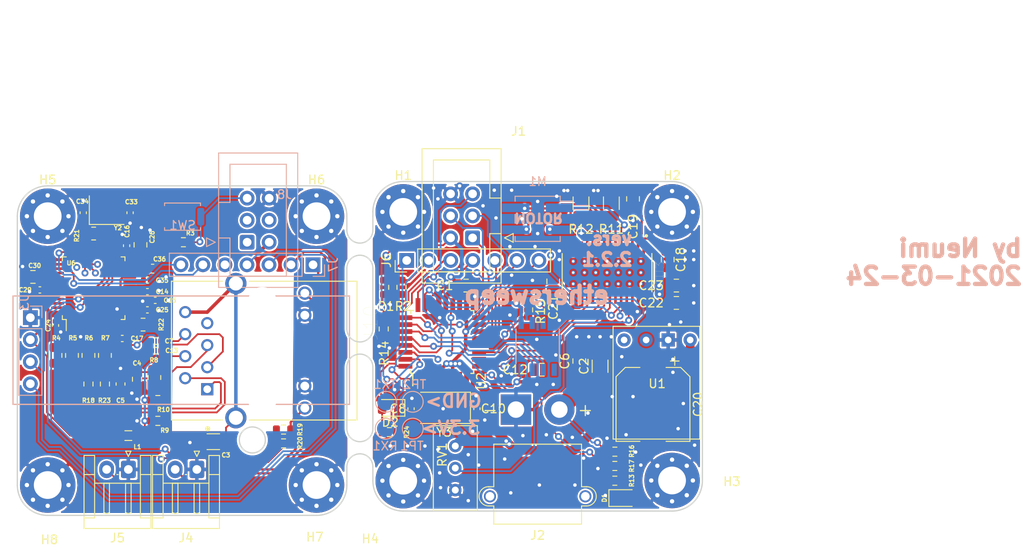
<source format=kicad_pcb>
(kicad_pcb (version 20171130) (host pcbnew "(5.1.8-0-10_14)")
  (title_block (title ethersweep2) (rev 2.0.1) (company github.com/neumi))
  (layers (0 F.Cu signal) (31 B.Cu signal) (34 B.Paste user) (35 F.Paste user) (36 B.SilkS user) (37 F.SilkS user) (38 B.Mask user) (39 F.Mask user) (44 Edge.Cuts user))
  (net 0 "")
  (net 1 GND)
  (net 2 "Net-(D1-Pad2)")
  (net 3 SCL)
  (net 4 SDA)
  (net 5 STEPPER_ENABLE)
  (net 6 M0)
  (net 7 M1)
  (net 8 M2)
  (net 9 STEP)
  (net 10 +12V)
  (net 11 DIR)
  (net 12 +3V3)
  (net 13 MISO)
  (net 14 SCK)
  (net 15 rst)
  (net 16 MOSI)
  (net 17 ESTOP)
  (net 18 ENDSTOP)
  (net 19 "Net-(RX1-Pad1)")
  (net 20 "Net-(TX1-Pad1)")
  (net 21 CS_ETHERNET)
  (net 22 RST_ETHERNET)
  (net 23 "Net-(U5-Pad3)")
  (net 24 "Net-(U5-Pad5)")
  (net 25 "Net-(U2-Pad22)")
  (net 26 "Net-(C8-Pad1)")
  (net 27 "Net-(C10-Pad2)")
  (net 28 "Net-(C18-Pad1)")
  (net 29 "Net-(C18-Pad2)")
  (net 30 "Net-(C19-Pad1)")
  (net 31 "Net-(C21-Pad1)")
  (net 32 ETHERNET_LED_B)
  (net 33 ETHERNET_LED_A)
  (net 34 "Net-(M1-Pad1)")
  (net 35 "Net-(M1-Pad2)")
  (net 36 "Net-(M1-Pad3)")
  (net 37 "Net-(M1-Pad4)")
  (net 38 "Net-(R4-Pad2)")
  (net 39 "Net-(R5-Pad2)")
  (net 40 "Net-(R6-Pad2)")
  (net 41 "Net-(R11-Pad1)")
  (net 42 "Net-(R12-Pad1)")
  (net 43 "Net-(RV1-Pad2)")
  (net 44 "Net-(U3-Pad19)")
  (net 45 "Net-(U3-Pad27)")
  (net 46 voltage_detect)
  (net 47 "Net-(R19-Pad2)")
  (net 48 "Net-(R20-Pad2)")
  (net 49 "Net-(U6-Pad7)")
  (net 50 "Net-(U6-Pad12)")
  (net 51 "Net-(U6-Pad13)")
  (net 52 "Net-(U6-Pad18)")
  (net 53 "Net-(U6-Pad23)")
  (net 54 "Net-(U6-Pad24)")
  (net 55 "Net-(U6-Pad26)")
  (net 56 "Net-(U6-Pad38)")
  (net 57 "Net-(U6-Pad39)")
  (net 58 "Net-(U6-Pad40)")
  (net 59 "Net-(U6-Pad41)")
  (net 60 "Net-(U6-Pad42)")
  (net 61 "Net-(U6-Pad46)")
  (net 62 "Net-(U6-Pad47)")
  (net 63 "Net-(C33-Pad2)")
  (net 64 "Net-(C34-Pad1)")
  (net 65 "Net-(C35-Pad1)")
  (net 66 "Net-(C36-Pad1)")
  (net 67 GND1)
  (net 68 "Net-(R22-Pad2)")
  (net 69 FLT_STEPPER)
  (net 70 ETH_INT)
  (net 71 TC)
  (net 72 RC)
  (net 73 RD-)
  (net 74 RD+)
  (net 75 +3.3VA)
  (net 76 TD+)
  (net 77 TD-)
  (net 78 "Net-(R7-Pad2)")
  (net 79 "Net-(C7-Pad2)")
  (net 80 "Net-(C13-Pad2)")
  (net 81 "Net-(U1-Pad4)")
  (net 82 "Net-(D2-Pad2)")
  (net 83 "Net-(R24-Pad1)")
  (module Connector_AMASS:AMASS_XT30PW-M_1x02_P2.50mm_Horizontal (layer F.Cu) (at 180 107.3 180)
    (fp_text reference J2 (at -2.5 -14.5) (layer F.SilkS))
    (fp_text value Conn_01x02_Male)
    (fp_text user - (at 3 0) (layer F.SilkS) (effects (font (size 1.5 1.5))))
    (fp_text user + (at -8 0) (layer F.SilkS) (effects (font (size 1.5 1.5))))
    (pad "" thru_hole circle (at 3 -10 180) (size 1.4 1.4) (drill 1) (layers *.Cu *.Mask))
    (pad "" thru_hole circle (at -8 -10 180) (size 1.4 1.4) (drill 1) (layers *.Cu *.Mask))
    (pad 1 thru_hole rect (at 0 0 180) (size 3.5 3.5) (drill 1.9) (layers *.Cu *.Mask) (net 1 GND))
    (pad 2 thru_hole circle (at -5 0 180) (size 3.5 3.5) (drill 1.9) (layers *.Cu *.Mask) (net 10 +12V))
  )
  (module Connector_JST:JST_EH_S2B-EH_1x02_P2.50mm_Horizontal (layer F.Cu) (at 135.3 114.2 180)
    (fp_text reference J5 (at 1.25 -7.9) (layer F.SilkS))
    (fp_text value Conn_01x02_Male)
    (pad 2 thru_hole oval (at 2.5 0 180) (size 1.7 2) (drill 1) (layers *.Cu *.Mask) (net 18 ENDSTOP))
    (pad 1 thru_hole roundrect (at 0 0 180) (size 1.7 2) (drill 1) (layers *.Cu *.Mask) (roundrect_rratio 0.1470588235294118) (net 1 GND))
  )
  (module Connector_IDC:IDC-Header_2x03_P2.54mm_Vertical (layer B.Cu) (at 149 88)
    (fp_text reference J8 (at 4.3 -5.5) (layer B.SilkS) (effects (justify mirror)))
    (fp_text value AVR-ISP-6)
    (pad 1 thru_hole roundrect (at 0 0) (size 1.7 1.7) (drill 1) (layers *.Cu *.Mask) (roundrect_rratio 0.1470588235294118) (net 13 MISO))
    (pad 3 thru_hole circle (at 0 -2.54) (size 1.7 1.7) (drill 1) (layers *.Cu *.Mask) (net 14 SCK))
    (pad 5 thru_hole circle (at 0 -5.08) (size 1.7 1.7) (drill 1) (layers *.Cu *.Mask) (net 15 rst))
    (pad 2 thru_hole circle (at 2.54 0) (size 1.7 1.7) (drill 1) (layers *.Cu *.Mask) (net 12 +3V3))
    (pad 4 thru_hole circle (at 2.54 -2.54) (size 1.7 1.7) (drill 1) (layers *.Cu *.Mask) (net 16 MOSI))
    (pad 6 thru_hole circle (at 2.54 -5.08) (size 1.7 1.7) (drill 1) (layers *.Cu *.Mask) (net 1 GND))
  )
  (module Connector_IDC:IDC-Header_2x03_P2.54mm_Vertical (layer F.Cu) (at 175 87.5 180)
    (fp_text reference J1 (at -5.3 12.3) (layer F.SilkS))
    (fp_text value AVR-ISP-6)
    (pad 1 thru_hole roundrect (at 0 0 180) (size 1.7 1.7) (drill 1) (layers *.Cu *.Mask) (roundrect_rratio 0.1470588235294118) (net 13 MISO))
    (pad 3 thru_hole circle (at 0 2.54 180) (size 1.7 1.7) (drill 1) (layers *.Cu *.Mask) (net 14 SCK))
    (pad 5 thru_hole circle (at 0 5.08 180) (size 1.7 1.7) (drill 1) (layers *.Cu *.Mask) (net 15 rst))
    (pad 2 thru_hole circle (at 2.54 0 180) (size 1.7 1.7) (drill 1) (layers *.Cu *.Mask) (net 12 +3V3))
    (pad 4 thru_hole circle (at 2.54 2.54 180) (size 1.7 1.7) (drill 1) (layers *.Cu *.Mask) (net 16 MOSI))
    (pad 6 thru_hole circle (at 2.54 5.08 180) (size 1.7 1.7) (drill 1) (layers *.Cu *.Mask) (net 1 GND))
  )
  (module MountingHole:MountingHole_3.2mm_M3_Pad_Via (layer F.Cu) (at 167 115.5)
    (fp_text reference H4 (at -3.8 6.7) (layer F.SilkS))
    (fp_text value MountingHole_Pad)
    (pad 1 thru_hole circle (at 0 0) (size 6.4 6.4) (drill 3.2) (layers *.Cu *.Mask) (net 1 GND))
    (pad 1 thru_hole circle (at 2.4 0) (size 0.8 0.8) (drill 0.5) (layers *.Cu *.Mask) (net 1 GND))
    (pad 1 thru_hole circle (at 1.697056 1.697056) (size 0.8 0.8) (drill 0.5) (layers *.Cu *.Mask) (net 1 GND))
    (pad 1 thru_hole circle (at 0 2.4) (size 0.8 0.8) (drill 0.5) (layers *.Cu *.Mask) (net 1 GND))
    (pad 1 thru_hole circle (at -1.697056 1.697056) (size 0.8 0.8) (drill 0.5) (layers *.Cu *.Mask) (net 1 GND))
    (pad 1 thru_hole circle (at -2.4 0) (size 0.8 0.8) (drill 0.5) (layers *.Cu *.Mask) (net 1 GND))
    (pad 1 thru_hole circle (at -1.697056 -1.697056) (size 0.8 0.8) (drill 0.5) (layers *.Cu *.Mask) (net 1 GND))
    (pad 1 thru_hole circle (at 0 -2.4) (size 0.8 0.8) (drill 0.5) (layers *.Cu *.Mask) (net 1 GND))
    (pad 1 thru_hole circle (at 1.697056 -1.697056) (size 0.8 0.8) (drill 0.5) (layers *.Cu *.Mask) (net 1 GND))
  )
  (module MountingHole:MountingHole_3.2mm_M3_Pad_Via (layer F.Cu) (at 198 115.475001)
    (fp_text reference H3 (at 6.9 0.124999) (layer F.SilkS))
    (fp_text value MountingHole_Pad)
    (pad 1 thru_hole circle (at 1.697056 -1.697056) (size 0.8 0.8) (drill 0.5) (layers *.Cu *.Mask) (net 1 GND))
    (pad 1 thru_hole circle (at 0 -2.4) (size 0.8 0.8) (drill 0.5) (layers *.Cu *.Mask) (net 1 GND))
    (pad 1 thru_hole circle (at -1.697056 -1.697056) (size 0.8 0.8) (drill 0.5) (layers *.Cu *.Mask) (net 1 GND))
    (pad 1 thru_hole circle (at -2.4 0) (size 0.8 0.8) (drill 0.5) (layers *.Cu *.Mask) (net 1 GND))
    (pad 1 thru_hole circle (at -1.697056 1.697056) (size 0.8 0.8) (drill 0.5) (layers *.Cu *.Mask) (net 1 GND))
    (pad 1 thru_hole circle (at 0 2.4) (size 0.8 0.8) (drill 0.5) (layers *.Cu *.Mask) (net 1 GND))
    (pad 1 thru_hole circle (at 1.697056 1.697056) (size 0.8 0.8) (drill 0.5) (layers *.Cu *.Mask) (net 1 GND))
    (pad 1 thru_hole circle (at 2.4 0) (size 0.8 0.8) (drill 0.5) (layers *.Cu *.Mask) (net 1 GND))
    (pad 1 thru_hole circle (at 0 0) (size 6.4 6.4) (drill 3.2) (layers *.Cu *.Mask) (net 1 GND))
  )
  (module MountingHole:MountingHole_3.2mm_M3_Pad_Via (layer F.Cu) (at 198 84.5)
    (fp_text reference H2 (at 0 -4.2) (layer F.SilkS))
    (fp_text value MountingHole_Pad)
    (pad 1 thru_hole circle (at 0 0) (size 6.4 6.4) (drill 3.2) (layers *.Cu *.Mask) (net 1 GND))
    (pad 1 thru_hole circle (at 2.4 0) (size 0.8 0.8) (drill 0.5) (layers *.Cu *.Mask) (net 1 GND))
    (pad 1 thru_hole circle (at 1.697056 1.697056) (size 0.8 0.8) (drill 0.5) (layers *.Cu *.Mask) (net 1 GND))
    (pad 1 thru_hole circle (at 0 2.4) (size 0.8 0.8) (drill 0.5) (layers *.Cu *.Mask) (net 1 GND))
    (pad 1 thru_hole circle (at -1.697056 1.697056) (size 0.8 0.8) (drill 0.5) (layers *.Cu *.Mask) (net 1 GND))
    (pad 1 thru_hole circle (at -2.4 0) (size 0.8 0.8) (drill 0.5) (layers *.Cu *.Mask) (net 1 GND))
    (pad 1 thru_hole circle (at -1.697056 -1.697056) (size 0.8 0.8) (drill 0.5) (layers *.Cu *.Mask) (net 1 GND))
    (pad 1 thru_hole circle (at 0 -2.4) (size 0.8 0.8) (drill 0.5) (layers *.Cu *.Mask) (net 1 GND))
    (pad 1 thru_hole circle (at 1.697056 -1.697056) (size 0.8 0.8) (drill 0.5) (layers *.Cu *.Mask) (net 1 GND))
  )
  (module MountingHole:MountingHole_3.2mm_M3_Pad_Via (layer F.Cu) (at 167 84.5)
    (fp_text reference H1 (at 0 -4.2) (layer F.SilkS))
    (fp_text value MountingHole_Pad)
    (pad 1 thru_hole circle (at 1.697056 -1.697056) (size 0.8 0.8) (drill 0.5) (layers *.Cu *.Mask) (net 1 GND))
    (pad 1 thru_hole circle (at 0 -2.4) (size 0.8 0.8) (drill 0.5) (layers *.Cu *.Mask) (net 1 GND))
    (pad 1 thru_hole circle (at -1.697056 -1.697056) (size 0.8 0.8) (drill 0.5) (layers *.Cu *.Mask) (net 1 GND))
    (pad 1 thru_hole circle (at -2.4 0) (size 0.8 0.8) (drill 0.5) (layers *.Cu *.Mask) (net 1 GND))
    (pad 1 thru_hole circle (at -1.697056 1.697056) (size 0.8 0.8) (drill 0.5) (layers *.Cu *.Mask) (net 1 GND))
    (pad 1 thru_hole circle (at 0 2.4) (size 0.8 0.8) (drill 0.5) (layers *.Cu *.Mask) (net 1 GND))
    (pad 1 thru_hole circle (at 1.697056 1.697056) (size 0.8 0.8) (drill 0.5) (layers *.Cu *.Mask) (net 1 GND))
    (pad 1 thru_hole circle (at 2.4 0) (size 0.8 0.8) (drill 0.5) (layers *.Cu *.Mask) (net 1 GND))
    (pad 1 thru_hole circle (at 0 0) (size 6.4 6.4) (drill 3.2) (layers *.Cu *.Mask) (net 1 GND))
  )
  (module "ethernet_motor_driver:CODE Logo" (layer F.Cu) (at 146.05 64.77)
    (fp_text reference G*** hide)
    (fp_text value LOGO hide)
  )
  (module Capacitor_SMD:C_0805_2012Metric (layer F.Cu) (at 174.25 93)
    (fp_text reference C1 (at -2.45 0) (layer F.SilkS))
    (fp_text value C100nF)
    (pad 2 smd roundrect (at 0.95 0) (size 1 1.45) (layers F.Cu F.Paste F.Mask) (net 1 GND))
    (pad 1 smd roundrect (at -0.95 0) (size 1 1.45) (layers F.Cu F.Paste F.Mask) (net 12 +3V3))
  )
  (module Capacitor_SMD:C_0402_1005Metric (layer F.Cu) (at 167.9 107.2 90)
    (fp_text reference C8 (at 0 -1.5) (layer F.SilkS))
    (fp_text value C22pF)
    (pad 2 smd roundrect (at 0.48 0 90) (size 0.56 0.62) (layers F.Cu F.Paste F.Mask) (net 1 GND))
    (pad 1 smd roundrect (at -0.48 0 90) (size 0.56 0.62) (layers F.Cu F.Paste F.Mask) (net 26 "Net-(C8-Pad1)"))
  )
  (module Capacitor_SMD:C_0402_1005Metric (layer F.Cu) (at 175.5 107.2 270)
    (fp_text reference C10 (at 0 -1.9) (layer F.SilkS))
    (fp_text value C22pF)
    (pad 1 smd roundrect (at -0.48 0 270) (size 0.56 0.62) (layers F.Cu F.Paste F.Mask) (net 1 GND))
    (pad 2 smd roundrect (at 0.48 0 270) (size 0.56 0.62) (layers F.Cu F.Paste F.Mask) (net 27 "Net-(C10-Pad2)"))
  )
  (module Capacitor_SMD:C_0805_2012Metric (layer F.Cu) (at 183 102.7 180)
    (fp_text reference C12 (at 3.1 0) (layer F.SilkS))
    (fp_text value C100nF)
    (pad 1 smd roundrect (at -0.95 0 180) (size 1 1.45) (layers F.Cu F.Paste F.Mask) (net 1 GND))
    (pad 2 smd roundrect (at 0.95 0 180) (size 1 1.45) (layers F.Cu F.Paste F.Mask) (net 12 +3V3))
  )
  (module Capacitor_SMD:C_0805_2012Metric (layer F.Cu) (at 197.5 90 90)
    (fp_text reference C18 (at 0 1.5 90) (layer F.SilkS))
    (fp_text value C10nF)
    (pad 1 smd roundrect (at -0.95 0 90) (size 1 1.45) (layers F.Cu F.Paste F.Mask) (net 28 "Net-(C18-Pad1)"))
    (pad 2 smd roundrect (at 0.95 0 90) (size 1 1.45) (layers F.Cu F.Paste F.Mask) (net 29 "Net-(C18-Pad2)"))
  )
  (module Capacitor_SMD:C_0805_2012Metric (layer F.Cu) (at 193.5 83 90)
    (fp_text reference C19 (at -3.2 0 270) (layer F.SilkS))
    (fp_text value C100nF)
    (pad 1 smd roundrect (at -0.95 0 90) (size 1 1.45) (layers F.Cu F.Paste F.Mask) (net 30 "Net-(C19-Pad1)"))
    (pad 2 smd roundrect (at 0.95 0 90) (size 1 1.45) (layers F.Cu F.Paste F.Mask) (net 10 +12V))
  )
  (module Capacitor_SMD:C_0805_2012Metric (layer F.Cu) (at 184.3 92.5 90)
    (fp_text reference C21 (at -3 0 90) (layer F.SilkS))
    (fp_text value C0.47uF)
    (pad 2 smd roundrect (at 0.95 0 90) (size 1 1.45) (layers F.Cu F.Paste F.Mask) (net 1 GND))
    (pad 1 smd roundrect (at -0.95 0 90) (size 1 1.45) (layers F.Cu F.Paste F.Mask) (net 31 "Net-(C21-Pad1)"))
  )
  (module Capacitor_SMD:C_0805_2012Metric (layer F.Cu) (at 198.5 95)
    (fp_text reference C22 (at -2.9 0 180) (layer F.SilkS))
    (fp_text value C100nF)
    (pad 2 smd roundrect (at 0.95 0) (size 1 1.45) (layers F.Cu F.Paste F.Mask) (net 1 GND))
    (pad 1 smd roundrect (at -0.95 0) (size 1 1.45) (layers F.Cu F.Paste F.Mask) (net 10 +12V))
  )
  (module Capacitor_SMD:C_0805_2012Metric (layer F.Cu) (at 198.5 93)
    (fp_text reference C23 (at -2.9 0 180) (layer F.SilkS))
    (fp_text value C100nF)
    (pad 1 smd roundrect (at -0.95 0) (size 1 1.45) (layers F.Cu F.Paste F.Mask) (net 10 +12V))
    (pad 2 smd roundrect (at 0.95 0) (size 1 1.45) (layers F.Cu F.Paste F.Mask) (net 1 GND))
  )
  (module LED_SMD:LED_0805_2012Metric (layer F.Cu) (at 192.4 117.5)
    (fp_text reference D1 (at -2.2 0 90) (layer F.SilkS) (effects (font (size 0.5 0.5) (thickness 0.125))))
    (fp_text value LED)
    (pad 1 smd roundrect (at -0.9375 0) (size 0.975 1.4) (layers F.Cu F.Paste F.Mask) (net 1 GND))
    (pad 2 smd roundrect (at 0.9375 0) (size 0.975 1.4) (layers F.Cu F.Paste F.Mask) (net 2 "Net-(D1-Pad2)"))
  )
  (module Connector_PinHeader_2.54mm:PinHeader_1x04_P2.54mm_Vertical (layer B.Cu) (at 124 96.7 180)
    (fp_text reference J3 (at 0.7 1.7 90) (layer B.SilkS) (effects (justify mirror)))
    (fp_text value Conn_01x04_Female)
    (pad 1 thru_hole rect (at 0 0 180) (size 1.7 1.7) (drill 1) (layers *.Cu *.Mask) (net 1 GND))
    (pad 2 thru_hole oval (at 0 -2.54 180) (size 1.7 1.7) (drill 1) (layers *.Cu *.Mask) (net 12 +3V3))
    (pad 3 thru_hole oval (at 0 -5.08 180) (size 1.7 1.7) (drill 1) (layers *.Cu *.Mask) (net 3 SCL))
    (pad 4 thru_hole oval (at 0 -7.62 180) (size 1.7 1.7) (drill 1) (layers *.Cu *.Mask) (net 4 SDA))
  )
  (module Connector_JST:JST_EH_S2B-EH_1x02_P2.50mm_Horizontal (layer F.Cu) (at 143.2 114.2 180)
    (fp_text reference J4 (at 1.25 -7.9) (layer F.SilkS))
    (fp_text value Conn_01x02_Male)
    (pad 1 thru_hole roundrect (at 0 0 180) (size 1.7 2) (drill 1) (layers *.Cu *.Mask) (roundrect_rratio 0.1470588235294118) (net 1 GND))
    (pad 2 thru_hole oval (at 2.5 0 180) (size 1.7 2) (drill 1) (layers *.Cu *.Mask) (net 17 ESTOP))
  )
  (module Connector_PinHeader_2.54mm:PinHeader_2x02_P2.54mm_Vertical_SMD (layer B.Cu) (at 182.5 85.3 180)
    (fp_text reference M1 (at 0 4.3) (layer B.SilkS) (effects (justify mirror)))
    (fp_text value Stepper_Motor_bipolar)
    (pad 1 smd rect (at -2.525 1.27 180) (size 3.15 1) (layers B.Cu B.Paste B.Mask) (net 34 "Net-(M1-Pad1)"))
    (pad 2 smd rect (at 2.525 1.27 180) (size 3.15 1) (layers B.Cu B.Paste B.Mask) (net 35 "Net-(M1-Pad2)"))
    (pad 3 smd rect (at -2.525 -1.27 180) (size 3.15 1) (layers B.Cu B.Paste B.Mask) (net 36 "Net-(M1-Pad3)"))
    (pad 4 smd rect (at 2.525 -1.27 180) (size 3.15 1) (layers B.Cu B.Paste B.Mask) (net 37 "Net-(M1-Pad4)"))
  )
  (module Resistor_SMD:R_1206_3216Metric (layer F.Cu) (at 191 83.5 90)
    (fp_text reference R11 (at -3 0 180) (layer F.SilkS))
    (fp_text value R200mOHM)
    (pad 2 smd roundrect (at 1.4625 0 90) (size 1.125 1.75) (layers F.Cu F.Paste F.Mask) (roundrect_rratio 0.2222213333333333) (net 1 GND))
    (pad 1 smd roundrect (at -1.4625 0 90) (size 1.125 1.75) (layers F.Cu F.Paste F.Mask) (roundrect_rratio 0.2222213333333333) (net 41 "Net-(R11-Pad1)"))
  )
  (module Resistor_SMD:R_1206_3216Metric (layer F.Cu) (at 187.5 83.5 90)
    (fp_text reference R12 (at -3 0 180) (layer F.SilkS))
    (fp_text value R200mOHM)
    (pad 1 smd roundrect (at -1.4625 0 90) (size 1.125 1.75) (layers F.Cu F.Paste F.Mask) (roundrect_rratio 0.2222213333333333) (net 42 "Net-(R12-Pad1)"))
    (pad 2 smd roundrect (at 1.4625 0 90) (size 1.125 1.75) (layers F.Cu F.Paste F.Mask) (roundrect_rratio 0.2222213333333333) (net 1 GND))
  )
  (module Resistor_SMD:R_0603_1608Metric (layer F.Cu) (at 191.4 115.5)
    (fp_text reference R13 (at 1.95 0 90) (layer F.SilkS) (effects (font (size 0.5 0.5) (thickness 0.125))))
    (fp_text value R330)
    (pad 1 smd roundrect (at -0.825 0) (size 0.8 0.95) (layers F.Cu F.Paste F.Mask) (net 12 +3V3))
    (pad 2 smd roundrect (at 0.825 0) (size 0.8 0.95) (layers F.Cu F.Paste F.Mask) (net 2 "Net-(D1-Pad2)"))
  )
  (module Potentiometer_THT:Potentiometer_Bourns_3296W_Vertical (layer F.Cu) (at 173 111.5 90)
    (fp_text reference RV1 (at -1 -1.5 90) (layer F.SilkS))
    (fp_text value R_POT_10K)
    (pad 1 thru_hole circle (at 0 0 90) (size 1.44 1.44) (drill 0.8) (layers *.Cu *.Mask) (net 12 +3V3))
    (pad 2 thru_hole circle (at -2.54 0 90) (size 1.44 1.44) (drill 0.8) (layers *.Cu *.Mask) (net 43 "Net-(RV1-Pad2)"))
    (pad 3 thru_hole circle (at -5.08 0 90) (size 1.44 1.44) (drill 0.8) (layers *.Cu *.Mask) (net 1 GND))
  )
  (module Button_Switch_SMD:SW_Push_SPST_NO_Alps_SKRK (layer B.Cu) (at 141.55 85.05 180)
    (fp_text reference SW1 (at 0 -1) (layer B.SilkS) (effects (justify mirror)))
    (fp_text value SW_Push)
    (pad 2 smd roundrect (at 2.1 0 180) (size 0.8 2) (layers B.Cu B.Paste B.Mask) (net 1 GND))
    (pad 1 smd roundrect (at -2.1 0 180) (size 0.8 2) (layers B.Cu B.Paste B.Mask) (net 15 rst))
  )
  (module Package_QFP:TQFP-32_7x7mm_P0.8mm (layer F.Cu) (at 171.5 99.5 90)
    (fp_text reference U2 (at -4.5 4.5 90) (layer F.SilkS))
    (fp_text value ATmega328-AU)
    (pad 1 smd rect (at -4.25 -2.8 90) (size 1.6 0.55) (layers F.Cu F.Paste F.Mask) (net 18 ENDSTOP))
    (pad 2 smd rect (at -4.25 -2 90) (size 1.6 0.55) (layers F.Cu F.Paste F.Mask) (net 17 ESTOP))
    (pad 3 smd rect (at -4.25 -1.2 90) (size 1.6 0.55) (layers F.Cu F.Paste F.Mask) (net 1 GND))
    (pad 4 smd rect (at -4.25 -0.4 90) (size 1.6 0.55) (layers F.Cu F.Paste F.Mask) (net 12 +3V3))
    (pad 5 smd rect (at -4.25 0.4 90) (size 1.6 0.55) (layers F.Cu F.Paste F.Mask) (net 1 GND))
    (pad 6 smd rect (at -4.25 1.2 90) (size 1.6 0.55) (layers F.Cu F.Paste F.Mask) (net 12 +3V3))
    (pad 7 smd rect (at -4.25 2 90) (size 1.6 0.55) (layers F.Cu F.Paste F.Mask) (net 26 "Net-(C8-Pad1)"))
    (pad 8 smd rect (at -4.25 2.8 90) (size 1.6 0.55) (layers F.Cu F.Paste F.Mask) (net 27 "Net-(C10-Pad2)"))
    (pad 9 smd rect (at -2.8 4.25 180) (size 1.6 0.55) (layers F.Cu F.Paste F.Mask) (net 5 STEPPER_ENABLE))
    (pad 10 smd rect (at -2 4.25 180) (size 1.6 0.55) (layers F.Cu F.Paste F.Mask) (net 9 STEP))
    (pad 11 smd rect (at -1.2 4.25 180) (size 1.6 0.55) (layers F.Cu F.Paste F.Mask) (net 11 DIR))
    (pad 12 smd rect (at -0.4 4.25 180) (size 1.6 0.55) (layers F.Cu F.Paste F.Mask) (net 70 ETH_INT))
    (pad 13 smd rect (at 0.4 4.25 180) (size 1.6 0.55) (layers F.Cu F.Paste F.Mask) (net 22 RST_ETHERNET))
    (pad 14 smd rect (at 1.2 4.25 180) (size 1.6 0.55) (layers F.Cu F.Paste F.Mask) (net 21 CS_ETHERNET))
    (pad 15 smd rect (at 2 4.25 180) (size 1.6 0.55) (layers F.Cu F.Paste F.Mask) (net 16 MOSI))
    (pad 16 smd rect (at 2.8 4.25 180) (size 1.6 0.55) (layers F.Cu F.Paste F.Mask) (net 13 MISO))
    (pad 17 smd rect (at 4.25 2.8 90) (size 1.6 0.55) (layers F.Cu F.Paste F.Mask) (net 14 SCK))
    (pad 18 smd rect (at 4.25 2 90) (size 1.6 0.55) (layers F.Cu F.Paste F.Mask) (net 12 +3V3))
    (pad 19 smd rect (at 4.25 1.2 90) (size 1.6 0.55) (layers F.Cu F.Paste F.Mask) (net 46 voltage_detect))
    (pad 20 smd rect (at 4.25 0.4 90) (size 1.6 0.55) (layers F.Cu F.Paste F.Mask) (net 12 +3V3))
    (pad 21 smd rect (at 4.25 -0.4 90) (size 1.6 0.55) (layers F.Cu F.Paste F.Mask) (net 1 GND))
    (pad 22 smd rect (at 4.25 -1.2 90) (size 1.6 0.55) (layers F.Cu F.Paste F.Mask) (net 25 "Net-(U2-Pad22)"))
    (pad 23 smd rect (at 4.25 -2 90) (size 1.6 0.55) (layers F.Cu F.Paste F.Mask) (net 6 M0))
    (pad 24 smd rect (at 4.25 -2.8 90) (size 1.6 0.55) (layers F.Cu F.Paste F.Mask) (net 7 M1))
    (pad 25 smd rect (at 2.8 -4.25 180) (size 1.6 0.55) (layers F.Cu F.Paste F.Mask) (net 8 M2))
    (pad 26 smd rect (at 2 -4.25 180) (size 1.6 0.55) (layers F.Cu F.Paste F.Mask) (net 69 FLT_STEPPER))
    (pad 27 smd rect (at 1.2 -4.25 180) (size 1.6 0.55) (layers F.Cu F.Paste F.Mask) (net 4 SDA))
    (pad 28 smd rect (at 0.4 -4.25 180) (size 1.6 0.55) (layers F.Cu F.Paste F.Mask) (net 3 SCL))
    (pad 29 smd rect (at -0.4 -4.25 180) (size 1.6 0.55) (layers F.Cu F.Paste F.Mask) (net 15 rst))
    (pad 30 smd rect (at -1.2 -4.25 180) (size 1.6 0.55) (layers F.Cu F.Paste F.Mask) (net 20 "Net-(TX1-Pad1)"))
    (pad 31 smd rect (at -2 -4.25 180) (size 1.6 0.55) (layers F.Cu F.Paste F.Mask) (net 19 "Net-(RX1-Pad1)"))
    (pad 32 smd rect (at -2.8 -4.25 180) (size 1.6 0.55) (layers F.Cu F.Paste F.Mask) (net 83 "Net-(R24-Pad1)"))
  )
  (module modules:IC_TPS61196PWPRQ1 (layer F.Cu) (at 190.5 91.5 270)
    (fp_text reference U3 (at -0.325 -6.135 90) (layer F.SilkS) (effects (font (thickness 0.015))))
    (fp_text value DRV8825PWPR)
    (pad 1 smd rect (at -2.8 -4.225 270) (size 1.6 0.3) (layers F.Cu) (net 28 "Net-(C18-Pad1)"))
    (pad 2 smd rect (at -2.8 -3.575 270) (size 1.6 0.3) (layers F.Cu) (net 29 "Net-(C18-Pad2)"))
    (pad 3 smd rect (at -2.8 -2.925 270) (size 1.6 0.3) (layers F.Cu) (net 30 "Net-(C19-Pad1)"))
    (pad 4 smd rect (at -2.8 -2.275 270) (size 1.6 0.3) (layers F.Cu) (net 10 +12V))
    (pad 5 smd rect (at -2.8 -1.625 270) (size 1.6 0.3) (layers F.Cu) (net 34 "Net-(M1-Pad1)"))
    (pad 6 smd rect (at -2.8 -0.975 270) (size 1.6 0.3) (layers F.Cu) (net 41 "Net-(R11-Pad1)"))
    (pad 7 smd rect (at -2.8 -0.325 270) (size 1.6 0.3) (layers F.Cu) (net 35 "Net-(M1-Pad2)"))
    (pad 8 smd rect (at -2.8 0.325 270) (size 1.6 0.3) (layers F.Cu) (net 37 "Net-(M1-Pad4)"))
    (pad 9 smd rect (at -2.8 0.975 270) (size 1.6 0.3) (layers F.Cu) (net 42 "Net-(R12-Pad1)"))
    (pad 10 smd rect (at -2.8 1.625 270) (size 1.6 0.3) (layers F.Cu) (net 36 "Net-(M1-Pad3)"))
    (pad 11 smd rect (at -2.8 2.275 270) (size 1.6 0.3) (layers F.Cu) (net 10 +12V))
    (pad 12 smd rect (at -2.8 2.925 270) (size 1.6 0.3) (layers F.Cu) (net 43 "Net-(RV1-Pad2)"))
    (pad 13 smd rect (at -2.8 3.575 270) (size 1.6 0.3) (layers F.Cu) (net 43 "Net-(RV1-Pad2)"))
    (pad 14 smd rect (at -2.8 4.225 270) (size 1.6 0.3) (layers F.Cu) (net 1 GND))
    (pad 15 smd rect (at 2.8 4.225 270) (size 1.6 0.3) (layers F.Cu) (net 31 "Net-(C21-Pad1)"))
    (pad 16 smd rect (at 2.8 3.575 270) (size 1.6 0.3) (layers F.Cu) (net 12 +3V3))
    (pad 17 smd rect (at 2.8 2.925 270) (size 1.6 0.3) (layers F.Cu) (net 12 +3V3))
    (pad 18 smd rect (at 2.8 2.275 270) (size 1.6 0.3) (layers F.Cu) (net 69 FLT_STEPPER))
    (pad 19 smd rect (at 2.8 1.625 270) (size 1.6 0.3) (layers F.Cu) (net 44 "Net-(U3-Pad19)"))
    (pad 20 smd rect (at 2.8 0.975 270) (size 1.6 0.3) (layers F.Cu) (net 11 DIR))
    (pad 21 smd rect (at 2.8 0.325 270) (size 1.6 0.3) (layers F.Cu) (net 5 STEPPER_ENABLE))
    (pad 22 smd rect (at 2.8 -0.325 270) (size 1.6 0.3) (layers F.Cu) (net 9 STEP))
    (pad 23 smd rect (at 2.8 -0.975 270) (size 1.6 0.3) (layers F.Cu))
    (pad 24 smd rect (at 2.8 -1.625 270) (size 1.6 0.3) (layers F.Cu) (net 6 M0))
    (pad 25 smd rect (at 2.8 -2.275 270) (size 1.6 0.3) (layers F.Cu) (net 7 M1))
    (pad 26 smd rect (at 2.8 -2.925 270) (size 1.6 0.3) (layers F.Cu) (net 8 M2))
    (pad 27 smd rect (at 2.8 -3.575 270) (size 1.6 0.3) (layers F.Cu) (net 45 "Net-(U3-Pad27)"))
    (pad 28 smd rect (at 2.8 -4.225 270) (size 1.6 0.3) (layers F.Cu) (net 1 GND))
    (pad 29 smd rect (at 0 0 270) (size 3.4 9.7) (layers F.Cu))
    (pad 30 thru_hole circle (at 0 0 270) (size 0.5 0.5) (drill 0.3) (layers *.Cu))
    (pad 31 thru_hole circle (at 0 -1.3 270) (size 0.5 0.5) (drill 0.3) (layers *.Cu))
    (pad 32 thru_hole circle (at 0 -2.6 270) (size 0.5 0.5) (drill 0.3) (layers *.Cu))
    (pad 33 thru_hole circle (at 0 -3.9 270) (size 0.5 0.5) (drill 0.3) (layers *.Cu))
    (pad 34 thru_hole circle (at 0 1.3 270) (size 0.5 0.5) (drill 0.3) (layers *.Cu))
    (pad 35 thru_hole circle (at 0 2.6 270) (size 0.5 0.5) (drill 0.3) (layers *.Cu))
    (pad 36 thru_hole circle (at 0 3.9 270) (size 0.5 0.5) (drill 0.3) (layers *.Cu))
    (pad 37 thru_hole circle (at -1.3 -3.9 270) (size 0.5 0.5) (drill 0.3) (layers *.Cu))
    (pad 38 thru_hole circle (at 1.3 -3.9 270) (size 0.5 0.5) (drill 0.3) (layers *.Cu))
    (pad 39 thru_hole circle (at -1.3 -2.6 270) (size 0.5 0.5) (drill 0.3) (layers *.Cu))
    (pad 40 thru_hole circle (at 1.3 -2.6 270) (size 0.5 0.5) (drill 0.3) (layers *.Cu))
    (pad 41 thru_hole circle (at 1.3 -1.3 270) (size 0.5 0.5) (drill 0.3) (layers *.Cu))
    (pad 42 thru_hole circle (at -1.3 -1.3 270) (size 0.5 0.5) (drill 0.3) (layers *.Cu))
    (pad 43 thru_hole circle (at -1.3 0 270) (size 0.5 0.5) (drill 0.3) (layers *.Cu))
    (pad 44 thru_hole circle (at 1.3 0 270) (size 0.5 0.5) (drill 0.3) (layers *.Cu))
    (pad 45 thru_hole circle (at -1.3 1.3 270) (size 0.5 0.5) (drill 0.3) (layers *.Cu))
    (pad 46 thru_hole circle (at 1.3 1.3 270) (size 0.5 0.5) (drill 0.3) (layers *.Cu))
    (pad 47 thru_hole circle (at -1.3 2.6 270) (size 0.5 0.5) (drill 0.3) (layers *.Cu))
    (pad 48 thru_hole circle (at 1.3 2.6 270) (size 0.5 0.5) (drill 0.3) (layers *.Cu))
    (pad 49 thru_hole circle (at -1.3 3.9 270) (size 0.5 0.5) (drill 0.3) (layers *.Cu))
    (pad 50 thru_hole circle (at 1.3 3.9 270) (size 0.5 0.5) (drill 0.3) (layers *.Cu))
  )
  (module modules:AS5600 (layer B.Cu) (at 182.5 100)
    (fp_text reference U5 (at -3.2385 0.3175 -180) (layer B.SilkS) (effects (font (size 0.7 0.7) (thickness 0.015)) (justify mirror)))
    (fp_text value AS5600)
    (pad 1 smd rect (at -1.905 -2.7) (size 0.6 1.4) (layers B.Cu B.Paste B.Mask) (net 12 +3V3))
    (pad 2 smd rect (at -0.635 -2.7) (size 0.6 1.4) (layers B.Cu B.Paste B.Mask) (net 12 +3V3))
    (pad 3 smd rect (at 0.635 -2.7) (size 0.6 1.4) (layers B.Cu B.Paste B.Mask) (net 23 "Net-(U5-Pad3)"))
    (pad 4 smd rect (at 1.905 -2.7) (size 0.6 1.4) (layers B.Cu B.Paste B.Mask) (net 1 GND))
    (pad 5 smd rect (at 1.905 2.7) (size 0.6 1.4) (layers B.Cu B.Paste B.Mask) (net 24 "Net-(U5-Pad5)"))
    (pad 6 smd rect (at 0.635 2.7) (size 0.6 1.4) (layers B.Cu B.Paste B.Mask) (net 4 SDA))
    (pad 7 smd rect (at -0.635 2.7) (size 0.6 1.4) (layers B.Cu B.Paste B.Mask) (net 3 SCL))
    (pad 8 smd rect (at -1.905 2.7) (size 0.6 1.4) (layers B.Cu B.Paste B.Mask) (net 12 +3V3))
  )
  (module MountingHole:MountingHole_3.2mm_M3_Pad_Via (layer F.Cu) (at 126 85)
    (fp_text reference H5 (at 0 -4.2) (layer F.SilkS))
    (fp_text value MountingHole_Pad)
    (pad 1 thru_hole circle (at 0 0) (size 6.4 6.4) (drill 3.2) (layers *.Cu *.Mask) (net 1 GND))
    (pad 1 thru_hole circle (at 2.4 0) (size 0.8 0.8) (drill 0.5) (layers *.Cu *.Mask) (net 1 GND))
    (pad 1 thru_hole circle (at 1.697056 1.697056) (size 0.8 0.8) (drill 0.5) (layers *.Cu *.Mask) (net 1 GND))
    (pad 1 thru_hole circle (at 0 2.4) (size 0.8 0.8) (drill 0.5) (layers *.Cu *.Mask) (net 1 GND))
    (pad 1 thru_hole circle (at -1.697056 1.697056) (size 0.8 0.8) (drill 0.5) (layers *.Cu *.Mask) (net 1 GND))
    (pad 1 thru_hole circle (at -2.4 0) (size 0.8 0.8) (drill 0.5) (layers *.Cu *.Mask) (net 1 GND))
    (pad 1 thru_hole circle (at -1.697056 -1.697056) (size 0.8 0.8) (drill 0.5) (layers *.Cu *.Mask) (net 1 GND))
    (pad 1 thru_hole circle (at 0 -2.4) (size 0.8 0.8) (drill 0.5) (layers *.Cu *.Mask) (net 1 GND))
    (pad 1 thru_hole circle (at 1.697056 -1.697056) (size 0.8 0.8) (drill 0.5) (layers *.Cu *.Mask) (net 1 GND))
  )
  (module MountingHole:MountingHole_3.2mm_M3_Pad_Via (layer F.Cu) (at 157 85)
    (fp_text reference H6 (at 0 -4.2) (layer F.SilkS))
    (fp_text value MountingHole_Pad)
    (pad 1 thru_hole circle (at 1.697056 -1.697056) (size 0.8 0.8) (drill 0.5) (layers *.Cu *.Mask) (net 1 GND))
    (pad 1 thru_hole circle (at 0 -2.4) (size 0.8 0.8) (drill 0.5) (layers *.Cu *.Mask) (net 1 GND))
    (pad 1 thru_hole circle (at -1.697056 -1.697056) (size 0.8 0.8) (drill 0.5) (layers *.Cu *.Mask) (net 1 GND))
    (pad 1 thru_hole circle (at -2.4 0) (size 0.8 0.8) (drill 0.5) (layers *.Cu *.Mask) (net 1 GND))
    (pad 1 thru_hole circle (at -1.697056 1.697056) (size 0.8 0.8) (drill 0.5) (layers *.Cu *.Mask) (net 1 GND))
    (pad 1 thru_hole circle (at 0 2.4) (size 0.8 0.8) (drill 0.5) (layers *.Cu *.Mask) (net 1 GND))
    (pad 1 thru_hole circle (at 1.697056 1.697056) (size 0.8 0.8) (drill 0.5) (layers *.Cu *.Mask) (net 1 GND))
    (pad 1 thru_hole circle (at 2.4 0) (size 0.8 0.8) (drill 0.5) (layers *.Cu *.Mask) (net 1 GND))
    (pad 1 thru_hole circle (at 0 0) (size 6.4 6.4) (drill 3.2) (layers *.Cu *.Mask) (net 1 GND))
  )
  (module MountingHole:MountingHole_3.2mm_M3_Pad_Via (layer F.Cu) (at 157 116)
    (fp_text reference H7 (at -0.2 6) (layer F.SilkS))
    (fp_text value MountingHole_Pad)
    (pad 1 thru_hole circle (at 0 0) (size 6.4 6.4) (drill 3.2) (layers *.Cu *.Mask) (net 1 GND))
    (pad 1 thru_hole circle (at 2.4 0) (size 0.8 0.8) (drill 0.5) (layers *.Cu *.Mask) (net 1 GND))
    (pad 1 thru_hole circle (at 1.697056 1.697056) (size 0.8 0.8) (drill 0.5) (layers *.Cu *.Mask) (net 1 GND))
    (pad 1 thru_hole circle (at 0 2.4) (size 0.8 0.8) (drill 0.5) (layers *.Cu *.Mask) (net 1 GND))
    (pad 1 thru_hole circle (at -1.697056 1.697056) (size 0.8 0.8) (drill 0.5) (layers *.Cu *.Mask) (net 1 GND))
    (pad 1 thru_hole circle (at -2.4 0) (size 0.8 0.8) (drill 0.5) (layers *.Cu *.Mask) (net 1 GND))
    (pad 1 thru_hole circle (at -1.697056 -1.697056) (size 0.8 0.8) (drill 0.5) (layers *.Cu *.Mask) (net 1 GND))
    (pad 1 thru_hole circle (at 0 -2.4) (size 0.8 0.8) (drill 0.5) (layers *.Cu *.Mask) (net 1 GND))
    (pad 1 thru_hole circle (at 1.697056 -1.697056) (size 0.8 0.8) (drill 0.5) (layers *.Cu *.Mask) (net 1 GND))
  )
  (module MountingHole:MountingHole_3.2mm_M3_Pad_Via (layer F.Cu) (at 126 116)
    (fp_text reference H8 (at 0.2 6.3) (layer F.SilkS))
    (fp_text value MountingHole_Pad)
    (pad 1 thru_hole circle (at 1.697056 -1.697056) (size 0.8 0.8) (drill 0.5) (layers *.Cu *.Mask) (net 1 GND))
    (pad 1 thru_hole circle (at 0 -2.4) (size 0.8 0.8) (drill 0.5) (layers *.Cu *.Mask) (net 1 GND))
    (pad 1 thru_hole circle (at -1.697056 -1.697056) (size 0.8 0.8) (drill 0.5) (layers *.Cu *.Mask) (net 1 GND))
    (pad 1 thru_hole circle (at -2.4 0) (size 0.8 0.8) (drill 0.5) (layers *.Cu *.Mask) (net 1 GND))
    (pad 1 thru_hole circle (at -1.697056 1.697056) (size 0.8 0.8) (drill 0.5) (layers *.Cu *.Mask) (net 1 GND))
    (pad 1 thru_hole circle (at 0 2.4) (size 0.8 0.8) (drill 0.5) (layers *.Cu *.Mask) (net 1 GND))
    (pad 1 thru_hole circle (at 1.697056 1.697056) (size 0.8 0.8) (drill 0.5) (layers *.Cu *.Mask) (net 1 GND))
    (pad 1 thru_hole circle (at 2.4 0) (size 0.8 0.8) (drill 0.5) (layers *.Cu *.Mask) (net 1 GND))
    (pad 1 thru_hole circle (at 0 0) (size 6.4 6.4) (drill 3.2) (layers *.Cu *.Mask) (net 1 GND))
  )
  (module TestPoint:TestPoint_Pad_D2.0mm (layer B.Cu) (at 164.974999 109.5 90)
    (fp_text reference RX1 (at -2 -0.074999) (layer B.SilkS) (effects (justify mirror)))
    (fp_text value TestPoint)
    (pad 1 smd circle (at 0 0 90) (size 2 2) (layers B.Cu B.Mask) (net 19 "Net-(RX1-Pad1)"))
  )
  (module TestPoint:TestPoint_Pad_D2.0mm (layer B.Cu) (at 165 106.4 90)
    (fp_text reference TX1 (at 2 -0.1) (layer B.SilkS) (effects (justify mirror)))
    (fp_text value TestPoint)
    (pad 1 smd circle (at 0 0 90) (size 2 2) (layers B.Cu B.Mask) (net 20 "Net-(TX1-Pad1)"))
  )
  (module Resistor_SMD:R_0603_1608Metric (layer F.Cu) (at 164.75 98 270)
    (fp_text reference R14 (at 2.8 -0.05 90) (layer F.SilkS))
    (fp_text value R1k)
    (pad 1 smd roundrect (at -0.825 0 270) (size 0.8 0.95) (layers F.Cu F.Paste F.Mask) (net 12 +3V3))
    (pad 2 smd roundrect (at 0.825 0 270) (size 0.8 0.95) (layers F.Cu F.Paste F.Mask) (net 3 SCL))
  )
  (module Resistor_SMD:R_0603_1608Metric (layer F.Cu) (at 181.4 95.8 270)
    (fp_text reference R15 (at 0.2 -1.43 90) (layer F.SilkS))
    (fp_text value R1k)
    (pad 2 smd roundrect (at 0.825 0 270) (size 0.8 0.95) (layers F.Cu F.Paste F.Mask) (net 4 SDA))
    (pad 1 smd roundrect (at -0.825 0 270) (size 0.8 0.95) (layers F.Cu F.Paste F.Mask) (net 12 +3V3))
  )
  (module Resistor_SMD:R_0603_1608Metric (layer F.Cu) (at 164.8 93.2 90)
    (fp_text reference R1 (at -2.2 0.2 180) (layer F.SilkS))
    (fp_text value R10k)
    (pad 2 smd roundrect (at 0.825 0 90) (size 0.8 0.95) (layers F.Cu F.Paste F.Mask) (net 17 ESTOP))
    (pad 1 smd roundrect (at -0.825 0 90) (size 0.8 0.95) (layers F.Cu F.Paste F.Mask) (net 12 +3V3))
  )
  (module Resistor_SMD:R_0603_1608Metric (layer F.Cu) (at 166.8 93.2 90)
    (fp_text reference R2 (at -2.2 0.2 180) (layer F.SilkS))
    (fp_text value R10k)
    (pad 1 smd roundrect (at -0.825 0 90) (size 0.8 0.95) (layers F.Cu F.Paste F.Mask) (net 12 +3V3))
    (pad 2 smd roundrect (at 0.825 0 90) (size 0.8 0.95) (layers F.Cu F.Paste F.Mask) (net 18 ENDSTOP))
  )
  (module Resistor_SMD:R_0603_1608Metric (layer F.Cu) (at 141.65 88)
    (fp_text reference R3 (at 0.8 -1.05) (layer F.SilkS) (effects (font (size 0.5 0.5) (thickness 0.125))))
    (fp_text value R10k)
    (pad 1 smd roundrect (at -0.825 0) (size 0.8 0.95) (layers F.Cu F.Paste F.Mask) (net 12 +3V3))
    (pad 2 smd roundrect (at 0.825 0) (size 0.8 0.95) (layers F.Cu F.Paste F.Mask) (net 15 rst))
  )
  (module Crystal:Crystal_SMD_5032-2Pin_5.0x3.2mm (layer F.Cu) (at 171.7 107.1 180)
    (fp_text reference Y3 (at 0 -2.8) (layer F.SilkS))
    (fp_text value Crystal)
    (pad 1 smd rect (at -1.85 0 180) (size 2 2.4) (layers F.Cu F.Paste F.Mask) (net 27 "Net-(C10-Pad2)"))
    (pad 2 smd rect (at 1.85 0 180) (size 2 2.4) (layers F.Cu F.Paste F.Mask) (net 26 "Net-(C8-Pad1)"))
  )
  (module TestPoint:TestPoint_Pad_D2.0mm (layer B.Cu) (at 168.1 109.5)
    (fp_text reference TP1 (at -0.1 1.998) (layer B.SilkS) (effects (justify mirror)))
    (fp_text value TestPoint)
    (pad 1 smd circle (at 0 0) (size 2 2) (layers B.Cu B.Mask) (net 12 +3V3))
  )
  (module TestPoint:TestPoint_Pad_D2.0mm (layer B.Cu) (at 168.1 106.4)
    (fp_text reference TP2 (at 0.2 -2) (layer B.SilkS) (effects (justify mirror)))
    (fp_text value TestPoint)
    (pad 1 smd circle (at 0 0) (size 2 2) (layers B.Cu B.Mask) (net 1 GND))
  )
  (module Resistor_SMD:R_0603_1608Metric (layer F.Cu) (at 191.405001 112.155001)
    (fp_text reference R16 (at 1.944999 -0.055001 90) (layer F.SilkS) (effects (font (size 0.5 0.5) (thickness 0.125))))
    (fp_text value R10k)
    (pad 1 smd roundrect (at -0.825 0) (size 0.8 0.95) (layers F.Cu F.Paste F.Mask) (net 10 +12V))
    (pad 2 smd roundrect (at 0.825 0) (size 0.8 0.95) (layers F.Cu F.Paste F.Mask) (net 46 voltage_detect))
  )
  (module Resistor_SMD:R_0603_1608Metric (layer F.Cu) (at 191.4 113.8 180)
    (fp_text reference R17 (at -1.95 0 90) (layer F.SilkS) (effects (font (size 0.5 0.5) (thickness 0.125))))
    (fp_text value R1k)
    (pad 2 smd roundrect (at 0.825 0 180) (size 0.8 0.95) (layers F.Cu F.Paste F.Mask) (net 1 GND))
    (pad 1 smd roundrect (at -0.825 0 180) (size 0.8 0.95) (layers F.Cu F.Paste F.Mask) (net 46 voltage_detect))
  )
  (module Resistor_SMD:R_1206_3216Metric (layer F.Cu) (at 145.1 111 180)
    (fp_text reference C3 (at -1.45 -1.55) (layer F.SilkS) (effects (font (size 0.5 0.5) (thickness 0.125))))
    (fp_text value C1nF)
    (pad 1 smd roundrect (at -1.4625 0 180) (size 1.125 1.75) (layers F.Cu F.Paste F.Mask) (roundrect_rratio 0.222222) (net 67 GND1))
    (pad 2 smd roundrect (at 1.4625 0 180) (size 1.125 1.75) (layers F.Cu F.Paste F.Mask) (roundrect_rratio 0.222222) (net 1 GND))
  )
  (module Resistor_SMD:R_0603_1608Metric (layer F.Cu) (at 136.3 103.8 90)
    (fp_text reference C4 (at 1.85 0 180) (layer F.SilkS) (effects (font (size 0.5 0.5) (thickness 0.125))))
    (fp_text value C22nF)
    (pad 1 smd roundrect (at -0.825 0 90) (size 0.8 0.95) (layers F.Cu F.Paste F.Mask) (net 1 GND))
    (pad 2 smd roundrect (at 0.825 0 90) (size 0.8 0.95) (layers F.Cu F.Paste F.Mask) (net 71 TC))
  )
  (module Capacitor_SMD:C_0603_1608Metric (layer F.Cu) (at 134.4 104.35 270)
    (fp_text reference C5 (at 1.9 0 180) (layer F.SilkS) (effects (font (size 0.5 0.5) (thickness 0.125))))
    (fp_text value C10nF)
    (pad 2 smd roundrect (at 0.775 0 270) (size 0.9 0.95) (layers F.Cu F.Paste F.Mask) (net 72 RC))
    (pad 1 smd roundrect (at -0.775 0 270) (size 0.9 0.95) (layers F.Cu F.Paste F.Mask) (net 1 GND))
  )
  (module Resistor_SMD:R_0402_1005Metric (layer F.Cu) (at 138.5 99.4 180)
    (fp_text reference C7 (at -1.5 0) (layer F.SilkS) (effects (font (size 0.5 0.5) (thickness 0.125))))
    (fp_text value C6.8nF)
    (pad 2 smd roundrect (at 0.51 0 180) (size 0.54 0.64) (layers F.Cu F.Paste F.Mask) (net 79 "Net-(C7-Pad2)"))
    (pad 1 smd roundrect (at -0.51 0 180) (size 0.54 0.64) (layers F.Cu F.Paste F.Mask) (net 73 RD-))
  )
  (module Resistor_SMD:R_0402_1005Metric (layer F.Cu) (at 138.5 100.5 180)
    (fp_text reference C13 (at -1.8 0) (layer F.SilkS) (effects (font (size 0.5 0.5) (thickness 0.125))))
    (fp_text value C6.8nF)
    (pad 1 smd roundrect (at -0.51 0 180) (size 0.54 0.64) (layers F.Cu F.Paste F.Mask) (net 74 RD+))
    (pad 2 smd roundrect (at 0.51 0 180) (size 0.54 0.64) (layers F.Cu F.Paste F.Mask) (net 80 "Net-(C13-Pad2)"))
  )
  (module Capacitor_SMD:C_0402_1005Metric (layer F.Cu) (at 137.5 93.7)
    (fp_text reference C14 (at 1.7 0) (layer F.SilkS) (effects (font (size 0.5 0.5) (thickness 0.125))))
    (fp_text value C100nF)
    (pad 1 smd roundrect (at -0.48 0) (size 0.56 0.62) (layers F.Cu F.Paste F.Mask) (net 75 +3.3VA))
    (pad 2 smd roundrect (at 0.48 0) (size 0.56 0.62) (layers F.Cu F.Paste F.Mask) (net 1 GND))
  )
  (module Capacitor_SMD:C_0402_1005Metric (layer F.Cu) (at 138.4 94.7)
    (fp_text reference C15 (at 1.7 0) (layer F.SilkS) (effects (font (size 0.5 0.5) (thickness 0.125))))
    (fp_text value C100nF)
    (pad 2 smd roundrect (at 0.48 0) (size 0.56 0.62) (layers F.Cu F.Paste F.Mask) (net 1 GND))
    (pad 1 smd roundrect (at -0.48 0) (size 0.56 0.62) (layers F.Cu F.Paste F.Mask) (net 75 +3.3VA))
  )
  (module Capacitor_SMD:C_0402_1005Metric (layer F.Cu) (at 135.1 88.4 90)
    (fp_text reference C16 (at 1.65 0.05 90) (layer F.SilkS) (effects (font (size 0.5 0.5) (thickness 0.125))))
    (fp_text value C100nF)
    (pad 1 smd roundrect (at -0.48 0 90) (size 0.56 0.62) (layers F.Cu F.Paste F.Mask) (net 75 +3.3VA))
    (pad 2 smd roundrect (at 0.48 0 90) (size 0.56 0.62) (layers F.Cu F.Paste F.Mask) (net 1 GND))
  )
  (module Capacitor_SMD:C_0402_1005Metric (layer F.Cu) (at 134.6 99.1)
    (fp_text reference C17 (at 1.7 0) (layer F.SilkS) (effects (font (size 0.5 0.5) (thickness 0.125))))
    (fp_text value C100nF)
    (pad 2 smd roundrect (at 0.48 0) (size 0.56 0.62) (layers F.Cu F.Paste F.Mask) (net 1 GND))
    (pad 1 smd roundrect (at -0.48 0) (size 0.56 0.62) (layers F.Cu F.Paste F.Mask) (net 75 +3.3VA))
  )
  (module Capacitor_SMD:C_0402_1005Metric (layer F.Cu) (at 126.9 97.6 270)
    (fp_text reference C24 (at 0 0.85 90) (layer F.SilkS) (effects (font (size 0.5 0.5) (thickness 0.125))))
    (fp_text value C100nF)
    (pad 2 smd roundrect (at 0.48 0 270) (size 0.56 0.62) (layers F.Cu F.Paste F.Mask) (net 1 GND))
    (pad 1 smd roundrect (at -0.48 0 270) (size 0.56 0.62) (layers F.Cu F.Paste F.Mask) (net 75 +3.3VA))
  )
  (module Capacitor_SMD:C_0402_1005Metric (layer F.Cu) (at 137.5 95.8)
    (fp_text reference C25 (at 1.7 0) (layer F.SilkS) (effects (font (size 0.5 0.5) (thickness 0.125))))
    (fp_text value C100nF)
    (pad 2 smd roundrect (at 0.48 0) (size 0.56 0.62) (layers F.Cu F.Paste F.Mask) (net 1 GND))
    (pad 1 smd roundrect (at -0.48 0) (size 0.56 0.62) (layers F.Cu F.Paste F.Mask) (net 75 +3.3VA))
  )
  (module Capacitor_SMD:C_0805_2012Metric (layer F.Cu) (at 136.7 88.3 90)
    (fp_text reference C26 (at 0.9 1.35 90) (layer F.SilkS) (effects (font (size 0.5 0.5) (thickness 0.125))))
    (fp_text value C10uF)
    (pad 1 smd roundrect (at -0.95 0 90) (size 1 1.45) (layers F.Cu F.Paste F.Mask) (net 75 +3.3VA))
    (pad 2 smd roundrect (at 0.95 0 90) (size 1 1.45) (layers F.Cu F.Paste F.Mask) (net 1 GND))
  )
  (module Capacitor_SMD:C_0402_1005Metric (layer F.Cu) (at 125.1 93.5 180)
    (fp_text reference C29 (at 1.7 0) (layer F.SilkS) (effects (font (size 0.5 0.5) (thickness 0.125))))
    (fp_text value C100nF)
    (pad 2 smd roundrect (at 0.48 0 180) (size 0.56 0.62) (layers F.Cu F.Paste F.Mask) (net 1 GND))
    (pad 1 smd roundrect (at -0.48 0 180) (size 0.56 0.62) (layers F.Cu F.Paste F.Mask) (net 12 +3V3))
  )
  (module Capacitor_SMD:C_0805_2012Metric (layer F.Cu) (at 124.3 92 180)
    (fp_text reference C30 (at -0.2 1.3 180) (layer F.SilkS) (effects (font (size 0.5 0.5) (thickness 0.125))))
    (fp_text value C10uF)
    (pad 2 smd roundrect (at 0.95 0 180) (size 1 1.45) (layers F.Cu F.Paste F.Mask) (net 1 GND))
    (pad 1 smd roundrect (at -0.95 0 180) (size 1 1.45) (layers F.Cu F.Paste F.Mask) (net 12 +3V3))
  )
  (module Capacitor_SMD:C_0402_1005Metric (layer F.Cu) (at 135.5 84.6 90)
    (fp_text reference C33 (at 1.25 0.15 180) (layer F.SilkS) (effects (font (size 0.5 0.5) (thickness 0.125))))
    (fp_text value C18pF)
    (pad 1 smd roundrect (at -0.48 0 90) (size 0.56 0.62) (layers F.Cu F.Paste F.Mask) (net 1 GND))
    (pad 2 smd roundrect (at 0.48 0 90) (size 0.56 0.62) (layers F.Cu F.Paste F.Mask) (net 63 "Net-(C33-Pad2)"))
  )
  (module Capacitor_SMD:C_0402_1005Metric (layer F.Cu) (at 130.1 84.6 90)
    (fp_text reference C34 (at 1.3 -0.1 180) (layer F.SilkS) (effects (font (size 0.5 0.5) (thickness 0.125))))
    (fp_text value C18pF)
    (pad 1 smd roundrect (at -0.48 0 90) (size 0.56 0.62) (layers F.Cu F.Paste F.Mask) (net 64 "Net-(C34-Pad1)"))
    (pad 2 smd roundrect (at 0.48 0 90) (size 0.56 0.62) (layers F.Cu F.Paste F.Mask) (net 1 GND))
  )
  (module Capacitor_SMD:C_0603_1608Metric (layer F.Cu) (at 138.1 91.05)
    (fp_text reference C35 (at 1.1 1.35) (layer F.SilkS) (effects (font (size 0.5 0.5) (thickness 0.125))))
    (fp_text value C10nF)
    (pad 2 smd roundrect (at 0.775 0) (size 0.9 0.95) (layers F.Cu F.Paste F.Mask) (net 1 GND))
    (pad 1 smd roundrect (at -0.775 0) (size 0.9 0.95) (layers F.Cu F.Paste F.Mask) (net 65 "Net-(C35-Pad1)"))
  )
  (module Capacitor_SMD:C_0402_1005Metric (layer F.Cu) (at 137.52 92.35)
    (fp_text reference C36 (at 1.38 -2.4) (layer F.SilkS) (effects (font (size 0.5 0.5) (thickness 0.125))))
    (fp_text value C4.7uF)
    (pad 2 smd roundrect (at 0.48 0) (size 0.56 0.62) (layers F.Cu F.Paste F.Mask) (net 1 GND))
    (pad 1 smd roundrect (at -0.48 0) (size 0.56 0.62) (layers F.Cu F.Paste F.Mask) (net 66 "Net-(C36-Pad1)"))
  )
  (module Connector_PinHeader_2.54mm:PinHeader_1x07_P2.54mm_Vertical (layer F.Cu) (at 167.4 90.1 90)
    (fp_text reference J6 (at 0 -2.33 90) (layer F.SilkS))
    (fp_text value Conn_01x07_Female)
    (pad 1 thru_hole rect (at 0 0 90) (size 1.7 1.7) (drill 1) (layers *.Cu *.Mask) (net 17 ESTOP))
    (pad 2 thru_hole oval (at 0 2.54 90) (size 1.7 1.7) (drill 1) (layers *.Cu *.Mask) (net 18 ENDSTOP))
    (pad 3 thru_hole oval (at 0 5.08 90) (size 1.7 1.7) (drill 1) (layers *.Cu *.Mask) (net 3 SCL))
    (pad 4 thru_hole oval (at 0 7.62 90) (size 1.7 1.7) (drill 1) (layers *.Cu *.Mask) (net 4 SDA))
    (pad 5 thru_hole oval (at 0 10.16 90) (size 1.7 1.7) (drill 1) (layers *.Cu *.Mask) (net 21 CS_ETHERNET))
    (pad 6 thru_hole oval (at 0 12.7 90) (size 1.7 1.7) (drill 1) (layers *.Cu *.Mask) (net 22 RST_ETHERNET))
    (pad 7 thru_hole oval (at 0 15.24 90) (size 1.7 1.7) (drill 1) (layers *.Cu *.Mask) (net 70 ETH_INT))
  )
  (module Connector_PinHeader_2.54mm:PinHeader_1x07_P2.54mm_Vertical (layer B.Cu) (at 156.6 90.6 90)
    (fp_text reference J7 (at 0 2.33 270) (layer B.SilkS) (effects (justify mirror)))
    (fp_text value Conn_01x07_Male)
    (pad 7 thru_hole oval (at 0 -15.24 90) (size 1.7 1.7) (drill 1) (layers *.Cu *.Mask) (net 70 ETH_INT))
    (pad 6 thru_hole oval (at 0 -12.7 90) (size 1.7 1.7) (drill 1) (layers *.Cu *.Mask) (net 22 RST_ETHERNET))
    (pad 5 thru_hole oval (at 0 -10.16 90) (size 1.7 1.7) (drill 1) (layers *.Cu *.Mask) (net 21 CS_ETHERNET))
    (pad 4 thru_hole oval (at 0 -7.62 90) (size 1.7 1.7) (drill 1) (layers *.Cu *.Mask) (net 4 SDA))
    (pad 3 thru_hole oval (at 0 -5.08 90) (size 1.7 1.7) (drill 1) (layers *.Cu *.Mask) (net 3 SCL))
    (pad 2 thru_hole oval (at 0 -2.54 90) (size 1.7 1.7) (drill 1) (layers *.Cu *.Mask) (net 18 ENDSTOP))
    (pad 1 thru_hole rect (at 0 0 90) (size 1.7 1.7) (drill 1) (layers *.Cu *.Mask) (net 17 ESTOP))
  )
  (module modules:HANRUN_HR911105A (layer F.Cu) (at 150.75 100.5 270)
    (fp_text reference J10 (at -3.18815 -12.50276 90) (layer F.SilkS) (effects (font (size 1.607654 1.607654) (thickness 0.015))))
    (fp_text value HR911105A)
    (pad 1 thru_hole rect (at 4.45 6.35 270) (size 1.398 1.398) (drill 0.89) (layers *.Cu *.Mask) (net 76 TD+))
    (pad 2 thru_hole circle (at 3.18 8.89 270) (size 1.398 1.398) (drill 0.89) (layers *.Cu *.Mask) (net 77 TD-))
    (pad 3 thru_hole circle (at 1.91 6.35 270) (size 1.398 1.398) (drill 0.89) (layers *.Cu *.Mask) (net 74 RD+))
    (pad 4 thru_hole circle (at 0.64 8.89 270) (size 1.398 1.398) (drill 0.89) (layers *.Cu *.Mask) (net 71 TC))
    (pad 5 thru_hole circle (at -0.63 6.35 270) (size 1.398 1.398) (drill 0.89) (layers *.Cu *.Mask) (net 72 RC))
    (pad 6 thru_hole circle (at -1.9 8.89 270) (size 1.398 1.398) (drill 0.89) (layers *.Cu *.Mask) (net 73 RD-))
    (pad 7 thru_hole circle (at -3.17 6.35 270) (size 1.398 1.398) (drill 0.89) (layers *.Cu *.Mask))
    (pad 8 thru_hole circle (at -4.44 8.89 270) (size 1.398 1.398) (drill 0.89) (layers *.Cu *.Mask) (net 67 GND1))
    (pad 9 thru_hole circle (at 6.625 -4.9 270) (size 1.53 1.53) (drill 1.02) (layers *.Cu *.Mask) (net 32 ETHERNET_LED_B))
    (pad 10 thru_hole circle (at 4.085 -4.9 270) (size 1.53 1.53) (drill 1.02) (layers *.Cu *.Mask) (net 1 GND))
    (pad 12 thru_hole circle (at -6.625 -4.9 270) (size 1.53 1.53) (drill 1.02) (layers *.Cu *.Mask) (net 33 ETHERNET_LED_A))
    (pad 11 thru_hole circle (at -4.085 -4.9 270) (size 1.53 1.53) (drill 1.02) (layers *.Cu *.Mask) (net 1 GND))
    (pad 15 thru_hole circle (at 7.745 3.05 270) (size 2.445 2.445) (drill 1.63) (layers *.Cu *.Mask) (net 67 GND1))
    (pad 16 thru_hole circle (at -7.745 3.05 270) (size 2.445 2.445) (drill 1.63) (layers *.Cu *.Mask) (net 67 GND1))
    (pad None np_thru_hole circle (at -5.715 0 270) (size 3.25 3.25) (drill 3.25) (layers *.Cu *.Mask))
    (pad None np_thru_hole circle (at 5.715 0 270) (size 3.25 3.25) (drill 3.25) (layers *.Cu *.Mask))
  )
  (module Inductor_SMD:L_0805_2012Metric (layer F.Cu) (at 135.3 110.3)
    (fp_text reference L1 (at 1.05 1.3) (layer F.SilkS) (effects (font (size 0.5 0.5) (thickness 0.125))))
    (fp_text value L600OHM)
    (pad 1 smd roundrect (at -1.0625 0) (size 0.875 1.2) (layers F.Cu F.Paste F.Mask) (net 12 +3V3))
    (pad 2 smd roundrect (at 1.0625 0) (size 0.875 1.2) (layers F.Cu F.Paste F.Mask) (net 75 +3.3VA))
  )
  (module Resistor_SMD:R_0805_2012Metric (layer F.Cu) (at 126.9 101.05 90)
    (fp_text reference R4 (at 2 0.1 180) (layer F.SilkS) (effects (font (size 0.5 0.5) (thickness 0.125))))
    (fp_text value R33)
    (pad 2 smd roundrect (at 0.9125 0 90) (size 1.025 1.4) (layers F.Cu F.Paste F.Mask) (roundrect_rratio 0.243902) (net 38 "Net-(R4-Pad2)"))
    (pad 1 smd roundrect (at -0.9125 0 90) (size 1.025 1.4) (layers F.Cu F.Paste F.Mask) (roundrect_rratio 0.243902) (net 77 TD-))
  )
  (module Resistor_SMD:R_0805_2012Metric (layer F.Cu) (at 128.8 101.05 90)
    (fp_text reference R5 (at 2 0.1 180) (layer F.SilkS) (effects (font (size 0.5 0.5) (thickness 0.125))))
    (fp_text value R33)
    (pad 1 smd roundrect (at -0.9125 0 90) (size 1.025 1.4) (layers F.Cu F.Paste F.Mask) (roundrect_rratio 0.243902) (net 76 TD+))
    (pad 2 smd roundrect (at 0.9125 0 90) (size 1.025 1.4) (layers F.Cu F.Paste F.Mask) (roundrect_rratio 0.243902) (net 39 "Net-(R5-Pad2)"))
  )
  (module Resistor_SMD:R_0805_2012Metric (layer F.Cu) (at 130.7 101.05 90)
    (fp_text reference R6 (at 2 0.05 180) (layer F.SilkS) (effects (font (size 0.5 0.5) (thickness 0.125))))
    (fp_text value R33)
    (pad 2 smd roundrect (at 0.9125 0 90) (size 1.025 1.4) (layers F.Cu F.Paste F.Mask) (roundrect_rratio 0.243902) (net 40 "Net-(R6-Pad2)"))
    (pad 1 smd roundrect (at -0.9125 0 90) (size 1.025 1.4) (layers F.Cu F.Paste F.Mask) (roundrect_rratio 0.243902) (net 79 "Net-(C7-Pad2)"))
  )
  (module Resistor_SMD:R_0805_2012Metric (layer F.Cu) (at 132.6 101.05 90)
    (fp_text reference R7 (at 2 0.05 180) (layer F.SilkS) (effects (font (size 0.5 0.5) (thickness 0.125))))
    (fp_text value R33)
    (pad 1 smd roundrect (at -0.9125 0 90) (size 1.025 1.4) (layers F.Cu F.Paste F.Mask) (roundrect_rratio 0.243902) (net 80 "Net-(C13-Pad2)"))
    (pad 2 smd roundrect (at 0.9125 0 90) (size 1.025 1.4) (layers F.Cu F.Paste F.Mask) (roundrect_rratio 0.243902) (net 78 "Net-(R7-Pad2)"))
  )
  (module Resistor_SMD:R_0805_2012Metric (layer F.Cu) (at 138.3 103.6 90)
    (fp_text reference R8 (at 2 -0.05 180) (layer F.SilkS) (effects (font (size 0.5 0.5) (thickness 0.125))))
    (fp_text value R10)
    (pad 2 smd roundrect (at 0.9125 0 90) (size 1.025 1.4) (layers F.Cu F.Paste F.Mask) (roundrect_rratio 0.243902) (net 71 TC))
    (pad 1 smd roundrect (at -0.9125 0 90) (size 1.025 1.4) (layers F.Cu F.Paste F.Mask) (roundrect_rratio 0.243902) (net 75 +3.3VA))
  )
  (module Resistor_SMD:R_0603_1608Metric (layer F.Cu) (at 138.7 108.6)
    (fp_text reference R9 (at 0.8 1.1 180) (layer F.SilkS) (effects (font (size 0.5 0.5) (thickness 0.125))))
    (fp_text value R49.9)
    (pad 1 smd roundrect (at -0.825 0) (size 0.8 0.95) (layers F.Cu F.Paste F.Mask) (net 75 +3.3VA))
    (pad 2 smd roundrect (at 0.825 0) (size 0.8 0.95) (layers F.Cu F.Paste F.Mask) (net 77 TD-))
  )
  (module Resistor_SMD:R_0603_1608Metric (layer F.Cu) (at 138.7 106.2)
    (fp_text reference R10 (at 0.65 1.1 180) (layer F.SilkS) (effects (font (size 0.5 0.5) (thickness 0.125))))
    (fp_text value R49.9)
    (pad 1 smd roundrect (at -0.825 0) (size 0.8 0.95) (layers F.Cu F.Paste F.Mask) (net 75 +3.3VA))
    (pad 2 smd roundrect (at 0.825 0) (size 0.8 0.95) (layers F.Cu F.Paste F.Mask) (net 76 TD+))
  )
  (module Resistor_SMD:R_0603_1608Metric (layer F.Cu) (at 130.7 104.35 90)
    (fp_text reference R18 (at -1.9 0 180) (layer F.SilkS) (effects (font (size 0.5 0.5) (thickness 0.125))))
    (fp_text value R49.9)
    (pad 2 smd roundrect (at 0.825 0 90) (size 0.8 0.95) (layers F.Cu F.Paste F.Mask) (net 79 "Net-(C7-Pad2)"))
    (pad 1 smd roundrect (at -0.825 0 90) (size 0.8 0.95) (layers F.Cu F.Paste F.Mask) (net 72 RC))
  )
  (module Resistor_SMD:R_0603_1608Metric (layer F.Cu) (at 153.2 111.2 180)
    (fp_text reference R19 (at -1.9 1.6 90) (layer F.SilkS) (effects (font (size 0.5 0.5) (thickness 0.125))))
    (fp_text value R330)
    (pad 1 smd roundrect (at -0.825 0 180) (size 0.8 0.95) (layers F.Cu F.Paste F.Mask) (net 33 ETHERNET_LED_A))
    (pad 2 smd roundrect (at 0.825 0 180) (size 0.8 0.95) (layers F.Cu F.Paste F.Mask) (net 47 "Net-(R19-Pad2)"))
  )
  (module Resistor_SMD:R_0603_1608Metric (layer F.Cu) (at 153.2 109.6 180)
    (fp_text reference R20 (at -1.9 -1.55 90) (layer F.SilkS) (effects (font (size 0.5 0.5) (thickness 0.125))))
    (fp_text value R330)
    (pad 2 smd roundrect (at 0.825 0 180) (size 0.8 0.95) (layers F.Cu F.Paste F.Mask) (net 48 "Net-(R20-Pad2)"))
    (pad 1 smd roundrect (at -0.825 0 180) (size 0.8 0.95) (layers F.Cu F.Paste F.Mask) (net 32 ETHERNET_LED_B))
  )
  (module Resistor_SMD:R_0805_2012Metric (layer F.Cu) (at 131.3 87 180)
    (fp_text reference R21 (at 1.95 -0.25 90) (layer F.SilkS) (effects (font (size 0.5 0.5) (thickness 0.125))))
    (fp_text value R1M)
    (pad 2 smd roundrect (at 0.9125 0 180) (size 1.025 1.4) (layers F.Cu F.Paste F.Mask) (roundrect_rratio 0.243902) (net 64 "Net-(C34-Pad1)"))
    (pad 1 smd roundrect (at -0.9125 0 180) (size 1.025 1.4) (layers F.Cu F.Paste F.Mask) (roundrect_rratio 0.243902) (net 63 "Net-(C33-Pad2)"))
  )
  (module Resistor_SMD:R_0805_2012Metric (layer F.Cu) (at 137 97.5 180)
    (fp_text reference R22 (at -2.1 0 90) (layer F.SilkS) (effects (font (size 0.5 0.5) (thickness 0.125))))
    (fp_text value R12K4)
    (pad 2 smd roundrect (at 0.9125 0 180) (size 1.025 1.4) (layers F.Cu F.Paste F.Mask) (roundrect_rratio 0.243902) (net 68 "Net-(R22-Pad2)"))
    (pad 1 smd roundrect (at -0.9125 0 180) (size 1.025 1.4) (layers F.Cu F.Paste F.Mask) (roundrect_rratio 0.243902) (net 1 GND))
  )
  (module Resistor_SMD:R_0603_1608Metric (layer F.Cu) (at 132.6 104.35 90)
    (fp_text reference R23 (at -1.9 -0.05 180) (layer F.SilkS) (effects (font (size 0.5 0.5) (thickness 0.125))))
    (fp_text value R49.9)
    (pad 2 smd roundrect (at 0.825 0 90) (size 0.8 0.95) (layers F.Cu F.Paste F.Mask) (net 80 "Net-(C13-Pad2)"))
    (pad 1 smd roundrect (at -0.825 0 90) (size 0.8 0.95) (layers F.Cu F.Paste F.Mask) (net 72 RC))
  )
  (module Package_QFP:LQFP-48_7x7mm_P0.5mm (layer F.Cu) (at 131.3 93.3 90)
    (fp_text reference U6 (at 2.9 -2.6 180) (layer F.SilkS) (effects (font (size 0.5 0.5) (thickness 0.125))))
    (fp_text value W5500)
    (pad 48 smd roundrect (at -2.75 -4.1625 90) (size 0.3 1.475) (layers F.Cu F.Paste F.Mask) (net 1 GND))
    (pad 47 smd roundrect (at -2.25 -4.1625 90) (size 0.3 1.475) (layers F.Cu F.Paste F.Mask) (net 62 "Net-(U6-Pad47)"))
    (pad 46 smd roundrect (at -1.75 -4.1625 90) (size 0.3 1.475) (layers F.Cu F.Paste F.Mask) (net 61 "Net-(U6-Pad46)"))
    (pad 45 smd roundrect (at -1.25 -4.1625 90) (size 0.3 1.475) (layers F.Cu F.Paste F.Mask) (net 12 +3V3))
    (pad 44 smd roundrect (at -0.75 -4.1625 90) (size 0.3 1.475) (layers F.Cu F.Paste F.Mask) (net 12 +3V3))
    (pad 43 smd roundrect (at -0.25 -4.1625 90) (size 0.3 1.475) (layers F.Cu F.Paste F.Mask) (net 12 +3V3))
    (pad 42 smd roundrect (at 0.25 -4.1625 90) (size 0.3 1.475) (layers F.Cu F.Paste F.Mask) (net 60 "Net-(U6-Pad42)"))
    (pad 41 smd roundrect (at 0.75 -4.1625 90) (size 0.3 1.475) (layers F.Cu F.Paste F.Mask) (net 59 "Net-(U6-Pad41)"))
    (pad 40 smd roundrect (at 1.25 -4.1625 90) (size 0.3 1.475) (layers F.Cu F.Paste F.Mask) (net 58 "Net-(U6-Pad40)"))
    (pad 39 smd roundrect (at 1.75 -4.1625 90) (size 0.3 1.475) (layers F.Cu F.Paste F.Mask) (net 57 "Net-(U6-Pad39)"))
    (pad 38 smd roundrect (at 2.25 -4.1625 90) (size 0.3 1.475) (layers F.Cu F.Paste F.Mask) (net 56 "Net-(U6-Pad38)"))
    (pad 37 smd roundrect (at 2.75 -4.1625 90) (size 0.3 1.475) (layers F.Cu F.Paste F.Mask) (net 22 RST_ETHERNET))
    (pad 36 smd roundrect (at 4.1625 -2.75 90) (size 1.475 0.3) (layers F.Cu F.Paste F.Mask) (net 70 ETH_INT))
    (pad 35 smd roundrect (at 4.1625 -2.25 90) (size 1.475 0.3) (layers F.Cu F.Paste F.Mask) (net 16 MOSI))
    (pad 34 smd roundrect (at 4.1625 -1.75 90) (size 1.475 0.3) (layers F.Cu F.Paste F.Mask) (net 13 MISO))
    (pad 33 smd roundrect (at 4.1625 -1.25 90) (size 1.475 0.3) (layers F.Cu F.Paste F.Mask) (net 14 SCK))
    (pad 32 smd roundrect (at 4.1625 -0.75 90) (size 1.475 0.3) (layers F.Cu F.Paste F.Mask) (net 21 CS_ETHERNET))
    (pad 31 smd roundrect (at 4.1625 -0.25 90) (size 1.475 0.3) (layers F.Cu F.Paste F.Mask) (net 64 "Net-(C34-Pad1)"))
    (pad 30 smd roundrect (at 4.1625 0.25 90) (size 1.475 0.3) (layers F.Cu F.Paste F.Mask) (net 63 "Net-(C33-Pad2)"))
    (pad 29 smd roundrect (at 4.1625 0.75 90) (size 1.475 0.3) (layers F.Cu F.Paste F.Mask) (net 1 GND))
    (pad 28 smd roundrect (at 4.1625 1.25 90) (size 1.475 0.3) (layers F.Cu F.Paste F.Mask) (net 12 +3V3))
    (pad 27 smd roundrect (at 4.1625 1.75 90) (size 1.475 0.3) (layers F.Cu F.Paste F.Mask) (net 48 "Net-(R20-Pad2)"))
    (pad 26 smd roundrect (at 4.1625 2.25 90) (size 1.475 0.3) (layers F.Cu F.Paste F.Mask) (net 55 "Net-(U6-Pad26)"))
    (pad 25 smd roundrect (at 4.1625 2.75 90) (size 1.475 0.3) (layers F.Cu F.Paste F.Mask) (net 47 "Net-(R19-Pad2)"))
    (pad 24 smd roundrect (at 2.75 4.1625 90) (size 0.3 1.475) (layers F.Cu F.Paste F.Mask) (net 54 "Net-(U6-Pad24)"))
    (pad 23 smd roundrect (at 2.25 4.1625 90) (size 0.3 1.475) (layers F.Cu F.Paste F.Mask) (net 53 "Net-(U6-Pad23)"))
    (pad 22 smd roundrect (at 1.75 4.1625 90) (size 0.3 1.475) (layers F.Cu F.Paste F.Mask) (net 65 "Net-(C35-Pad1)"))
    (pad 21 smd roundrect (at 1.25 4.1625 90) (size 0.3 1.475) (layers F.Cu F.Paste F.Mask) (net 75 +3.3VA))
    (pad 20 smd roundrect (at 0.75 4.1625 90) (size 0.3 1.475) (layers F.Cu F.Paste F.Mask) (net 66 "Net-(C36-Pad1)"))
    (pad 19 smd roundrect (at 0.25 4.1625 90) (size 0.3 1.475) (layers F.Cu F.Paste F.Mask) (net 1 GND))
    (pad 18 smd roundrect (at -0.25 4.1625 90) (size 0.3 1.475) (layers F.Cu F.Paste F.Mask) (net 52 "Net-(U6-Pad18)"))
    (pad 17 smd roundrect (at -0.75 4.1625 90) (size 0.3 1.475) (layers F.Cu F.Paste F.Mask) (net 75 +3.3VA))
    (pad 16 smd roundrect (at -1.25 4.1625 90) (size 0.3 1.475) (layers F.Cu F.Paste F.Mask) (net 1 GND))
    (pad 15 smd roundrect (at -1.75 4.1625 90) (size 0.3 1.475) (layers F.Cu F.Paste F.Mask) (net 75 +3.3VA))
    (pad 14 smd roundrect (at -2.25 4.1625 90) (size 0.3 1.475) (layers F.Cu F.Paste F.Mask) (net 1 GND))
    (pad 13 smd roundrect (at -2.75 4.1625 90) (size 0.3 1.475) (layers F.Cu F.Paste F.Mask) (net 51 "Net-(U6-Pad13)"))
    (pad 12 smd roundrect (at -4.1625 2.75 90) (size 1.475 0.3) (layers F.Cu F.Paste F.Mask) (net 50 "Net-(U6-Pad12)"))
    (pad 11 smd roundrect (at -4.1625 2.25 90) (size 1.475 0.3) (layers F.Cu F.Paste F.Mask) (net 75 +3.3VA))
    (pad 10 smd roundrect (at -4.1625 1.75 90) (size 1.475 0.3) (layers F.Cu F.Paste F.Mask) (net 68 "Net-(R22-Pad2)"))
    (pad 9 smd roundrect (at -4.1625 1.25 90) (size 1.475 0.3) (layers F.Cu F.Paste F.Mask) (net 1 GND))
    (pad 8 smd roundrect (at -4.1625 0.75 90) (size 1.475 0.3) (layers F.Cu F.Paste F.Mask) (net 75 +3.3VA))
    (pad 7 smd roundrect (at -4.1625 0.25 90) (size 1.475 0.3) (layers F.Cu F.Paste F.Mask) (net 49 "Net-(U6-Pad7)"))
    (pad 6 smd roundrect (at -4.1625 -0.25 90) (size 1.475 0.3) (layers F.Cu F.Paste F.Mask) (net 78 "Net-(R7-Pad2)"))
    (pad 5 smd roundrect (at -4.1625 -0.75 90) (size 1.475 0.3) (layers F.Cu F.Paste F.Mask) (net 40 "Net-(R6-Pad2)"))
    (pad 4 smd roundrect (at -4.1625 -1.25 90) (size 1.475 0.3) (layers F.Cu F.Paste F.Mask) (net 75 +3.3VA))
    (pad 3 smd roundrect (at -4.1625 -1.75 90) (size 1.475 0.3) (layers F.Cu F.Paste F.Mask) (net 1 GND))
    (pad 2 smd roundrect (at -4.1625 -2.25 90) (size 1.475 0.3) (layers F.Cu F.Paste F.Mask) (net 39 "Net-(R5-Pad2)"))
    (pad 1 smd roundrect (at -4.1625 -2.75 90) (size 1.475 0.3) (layers F.Cu F.Paste F.Mask) (net 38 "Net-(R4-Pad2)"))
  )
  (module Crystal:Crystal_SMD_3225-4Pin_3.2x2.5mm (layer F.Cu) (at 132.8 84.3)
    (fp_text reference Y2 (at 1.3 2.05 180) (layer F.SilkS) (effects (font (size 0.5 0.5) (thickness 0.125))))
    (fp_text value Crystal_25MHz)
    (pad 4 smd rect (at -1.1 -0.85) (size 1.4 1.2) (layers F.Cu F.Paste F.Mask) (net 1 GND))
    (pad 3 smd rect (at 1.1 -0.85) (size 1.4 1.2) (layers F.Cu F.Paste F.Mask) (net 63 "Net-(C33-Pad2)"))
    (pad 2 smd rect (at 1.1 0.85) (size 1.4 1.2) (layers F.Cu F.Paste F.Mask) (net 1 GND))
    (pad 1 smd rect (at -1.1 0.85) (size 1.4 1.2) (layers F.Cu F.Paste F.Mask) (net 64 "Net-(C34-Pad1)"))
  )
  (module Capacitor_SMD:C_1206_3216Metric (layer F.Cu) (at 189.7 102.3 90)
    (fp_text reference C2 (at 0 -1.85 90) (layer F.SilkS))
    (fp_text value C4.7uF)
    (pad 1 smd roundrect (at -1.475 0 90) (size 1.15 1.8) (layers F.Cu F.Paste F.Mask) (roundrect_rratio 0.217391) (net 10 +12V))
    (pad 2 smd roundrect (at 1.475 0 90) (size 1.15 1.8) (layers F.Cu F.Paste F.Mask) (roundrect_rratio 0.217391) (net 1 GND))
  )
  (module Capacitor_SMD:C_0805_2012Metric (layer F.Cu) (at 187.3 101.7 90)
    (fp_text reference C6 (at 0 -1.68 90) (layer F.SilkS))
    (fp_text value C100nF)
    (pad 1 smd roundrect (at -0.95 0 90) (size 1 1.45) (layers F.Cu F.Paste F.Mask) (net 10 +12V))
    (pad 2 smd roundrect (at 0.95 0 90) (size 1 1.45) (layers F.Cu F.Paste F.Mask) (net 1 GND))
  )
  (module Capacitor_SMD:CP_Elec_8x10 (layer F.Cu) (at 195.8 106.7 270)
    (fp_text reference C20 (at 0 -5.2 90) (layer F.SilkS))
    (fp_text value C100uF)
    (pad 1 smd roundrect (at -3.25 0 270) (size 3.5 2.5) (layers F.Cu F.Paste F.Mask) (roundrect_rratio 0.1) (net 10 +12V))
    (pad 2 smd roundrect (at 3.25 0 270) (size 3.5 2.5) (layers F.Cu F.Paste F.Mask) (roundrect_rratio 0.1) (net 1 GND))
  )
  (module Module:Pololu_D24V3F3 (layer F.Cu) (at 191.2 110.7 180)
    (fp_text reference U1 (at -5.08 6.39) (layer F.SilkS))
    (fp_text value Pololu_D24V3F3)
    (pad 1 thru_hole circle (at -8.89 11.43 180) (size 1.524 1.524) (drill 0.762) (layers *.Cu *.Mask) (net 12 +3V3))
    (pad 2 thru_hole rect (at -6.35 11.43 180) (size 1.524 1.524) (drill 0.762) (layers *.Cu *.Mask) (net 1 GND))
    (pad 3 thru_hole circle (at -3.81 11.43 180) (size 1.524 1.524) (drill 0.762) (layers *.Cu *.Mask) (net 10 +12V))
    (pad 4 thru_hole circle (at -1.27 11.43 180) (size 1.524 1.524) (drill 0.762) (layers *.Cu *.Mask) (net 81 "Net-(U1-Pad4)"))
  )
  (module LED_SMD:LED_0805_2012Metric (layer F.Cu) (at 165.5 107.1 180)
    (fp_text reference D2 (at 0 -1.65) (layer F.SilkS))
    (fp_text value LED)
    (pad 1 smd roundrect (at -0.9375 0 180) (size 0.975 1.4) (layers F.Cu F.Paste F.Mask) (net 1 GND))
    (pad 2 smd roundrect (at 0.9375 0 180) (size 0.975 1.4) (layers F.Cu F.Paste F.Mask) (net 82 "Net-(D2-Pad2)"))
  )
  (module Resistor_SMD:R_0603_1608Metric (layer F.Cu) (at 165.4 109.9 180)
    (fp_text reference R24 (at -2 0 90) (layer F.SilkS) (effects (font (size 0.5 0.5) (thickness 0.125))))
    (fp_text value R330)
    (pad 1 smd roundrect (at -0.825 0 180) (size 0.8 0.95) (layers F.Cu F.Paste F.Mask) (net 83 "Net-(R24-Pad1)"))
    (pad 2 smd roundrect (at 0.825 0 180) (size 0.8 0.95) (layers F.Cu F.Paste F.Mask) (net 82 "Net-(D2-Pad2)"))
  )
  (gr_line (start 160.8 94.2) (end 122 94.2) (layer B.SilkS) (width 0.15))
  (gr_line (start 160.5 115.5) (end 160.5 113.9) (layer Edge.Cuts) (width 0.15))
  (gr_line (start 163.5 86.6) (end 163.5 85) (layer Edge.Cuts) (width 0.15))
  (gr_arc (start 162 86.6) (end 160.5 86.6) (angle -180) (layer Edge.Cuts) (width 0.15))
  (gr_line (start 163.5 115.5) (end 163.5 113.9) (layer Edge.Cuts) (width 0.15))
  (gr_line (start 160.5 86.6) (end 160.5 85) (layer Edge.Cuts) (width 0.15))
  (gr_arc (start 162 113.9) (end 163.5 113.9) (angle -180) (layer Edge.Cuts) (width 0.15))
  (gr_text MOTOR (at 182.6 85.2 180) (layer B.SilkS) (effects (font (size 1.1 1.1) (thickness 0.275)) (justify mirror)))
  (gr_text ethersweep (at 191 94.1) (layer B.SilkS) (effects (font (size 2 2) (thickness 0.5)) (justify left mirror)))
  (gr_text 3.3V> (at 172.5 109.4) (layer B.SilkS) (effects (font (size 1.5 1.5) (thickness 0.3)) (justify mirror)))
  (gr_text GND> (at 172.8 106.3) (layer B.SilkS) (effects (font (size 1.5 1.5) (thickness 0.3)) (justify mirror)))
  (gr_arc (start 162 98) (end 160.5 98) (angle -180) (layer Edge.Cuts) (width 0.15))
  (gr_arc (start 162 91) (end 163.5 91) (angle -180) (layer Edge.Cuts) (width 0.15))
  (gr_line (start 163.5 98) (end 163.5 91) (layer Edge.Cuts) (width 0.15))
  (gr_line (start 160.5 109.5) (end 160.5 102.4) (layer Edge.Cuts) (width 0.15))
  (gr_arc (start 162 102.4) (end 163.5 102.4) (angle -180) (layer Edge.Cuts) (width 0.15))
  (gr_line (start 160.5 98) (end 160.5 91) (layer Edge.Cuts) (width 0.15))
  (gr_line (start 163.5 109.5) (end 163.5 102.4) (layer Edge.Cuts) (width 0.15))
  (gr_arc (start 162 109.5) (end 160.5 109.5) (angle -180) (layer Edge.Cuts) (width 0.15))
  (gr_text "vers.\n2.2.1" (at 193.6 88.8) (layer B.SilkS) (effects (font (size 1.5 1.5) (thickness 0.375)) (justify left mirror)))
  (gr_text "by Neumi\n2021-03-24" (at 238.6 90.3) (layer B.SilkS) (effects (font (size 2 2) (thickness 0.5)) (justify left mirror)))
  (gr_line (start 160.5 116) (end 160.5 115.5) (layer Edge.Cuts) (width 0.15))
  (gr_line (start 163.5 84.5) (end 163.5 85) (layer Edge.Cuts) (width 0.15))
  (gr_circle (center 149.6 110.8) (end 151.1 110.8) (layer Edge.Cuts) (width 0.15))
  (gr_line (start 160.8 106.7) (end 160.8 94.2) (layer B.SilkS) (width 0.15))
  (gr_line (start 122 106.7) (end 160.8 106.7) (layer B.SilkS) (width 0.15))
  (gr_line (start 122 94.2) (end 122 106.7) (layer B.SilkS) (width 0.15))
  (gr_arc (start 126 116) (end 122.5 116) (angle -90) (layer Edge.Cuts) (width 0.15))
  (gr_line (start 126 119.5) (end 157 119.5) (layer Edge.Cuts) (width 0.15))
  (gr_line (start 167 81) (end 198 81) (layer Edge.Cuts) (width 0.15))
  (gr_arc (start 167 84.5) (end 167 81) (angle -90) (layer Edge.Cuts) (width 0.15))
  (gr_arc (start 198 115.5) (end 198 119) (angle -90) (layer Edge.Cuts) (width 0.15))
  (gr_arc (start 167 115.5) (end 163.5 115.5) (angle -90) (layer Edge.Cuts) (width 0.15))
  (gr_line (start 167 119) (end 198 119) (layer Edge.Cuts) (width 0.15))
  (gr_arc (start 198 84.5) (end 201.5 84.5) (angle -90) (layer Edge.Cuts) (width 0.15))
  (gr_line (start 201.5 115.5) (end 201.5 84.5) (layer Edge.Cuts) (width 0.15))
  (gr_line (start 122.5 85) (end 122.5 116) (layer Edge.Cuts) (width 0.15))
  (gr_arc (start 157 116) (end 157 119.5) (angle -90) (layer Edge.Cuts) (width 0.15))
  (gr_arc (start 157 85) (end 160.5 85) (angle -90) (layer Edge.Cuts) (width 0.15))
  (gr_arc (start 126 85) (end 126 81.5) (angle -90) (layer Edge.Cuts) (width 0.15))
  (gr_line (start 157 81.5) (end 126 81.5) (layer Edge.Cuts) (width 0.15))
  (via (at 168 106) (size 0.8) (drill 0.4) (layers F.Cu B.Cu) (net 1))
  (segment (start 186.275 88.7) (end 185.3 88.7) (width 0.25) (layer F.Cu) (net 1))
  (segment (start 185.3 88.7) (end 185 89) (width 0.25) (layer F.Cu) (net 1))
  (segment (start 185 89) (end 185 89) (width 0.25) (layer F.Cu) (net 1))
  (via (at 185 89) (size 0.8) (drill 0.4) (layers F.Cu B.Cu) (net 1))
  (segment (start 187.5 82.0375) (end 188.9625 82.0375) (width 0.25) (layer F.Cu) (net 1))
  (segment (start 188.9625 82.0375) (end 189.4625 82.0375) (width 0.25) (layer F.Cu) (net 1))
  (via (at 188.9625 82.0375) (size 0.8) (drill 0.4) (layers F.Cu B.Cu) (net 1))
  (segment (start 189.4625 82.0375) (end 191 82.0375) (width 0.25) (layer F.Cu) (net 1))
  (via (at 189.4625 82.0375) (size 0.8) (drill 0.4) (layers F.Cu B.Cu) (net 1))
  (segment (start 187.5 82.0375) (end 185.9625 82.0375) (width 0.25) (layer F.Cu) (net 1))
  (segment (start 185.5375 82.0375) (end 185.5375 82.0375) (width 0.25) (layer F.Cu) (net 1))
  (via (at 185.5375 82.0375) (size 0.8) (drill 0.4) (layers F.Cu B.Cu) (net 1))
  (segment (start 185.9625 82.0375) (end 185.5375 82.0375) (width 0.25) (layer F.Cu) (net 1))
  (via (at 185.9625 82.0375) (size 0.8) (drill 0.4) (layers F.Cu B.Cu) (net 1))
  (segment (start 185 90.05) (end 185 90) (width 0.2) (layer F.Cu) (net 1))
  (segment (start 185 90) (end 185 89) (width 0.2) (layer F.Cu) (net 1))
  (via (at 185 90) (size 0.8) (drill 0.4) (layers F.Cu B.Cu) (net 1))
  (segment (start 199.45 93) (end 200 93) (width 1) (layer F.Cu) (net 1))
  (segment (start 200 93) (end 200.5 93) (width 1) (layer F.Cu) (net 1))
  (segment (start 199.45 95) (end 200.5 95) (width 1) (layer F.Cu) (net 1))
  (segment (start 200.5 93) (end 200.5 93) (width 1) (layer F.Cu) (net 1))
  (via (at 200.5 93) (size 0.8) (drill 0.4) (layers F.Cu B.Cu) (net 1))
  (segment (start 200.5 95) (end 200.5 95) (width 1) (layer F.Cu) (net 1))
  (via (at 200.5 95) (size 0.8) (drill 0.4) (layers F.Cu B.Cu) (net 1))
  (segment (start 194.725 94.3) (end 194.725 95.275) (width 0.2) (layer F.Cu) (net 1))
  (segment (start 194.725 95.275) (end 194 96) (width 0.2) (layer F.Cu) (net 1))
  (segment (start 194 96) (end 194 96) (width 0.2) (layer F.Cu) (net 1))
  (via (at 194 96) (size 0.8) (drill 0.4) (layers F.Cu B.Cu) (net 1))
  (segment (start 171.1 95.25) (end 171.1 93.6) (width 0.2) (layer F.Cu) (net 1))
  (segment (start 171.1 93.6) (end 171 93.5) (width 0.2) (layer F.Cu) (net 1))
  (segment (start 171 93.5) (end 171 93.5) (width 0.2) (layer F.Cu) (net 1))
  (via (at 171 93.5) (size 0.8) (drill 0.4) (layers F.Cu B.Cu) (net 1))
  (segment (start 170.4 103.85) (end 170.3 103.75) (width 0.2) (layer F.Cu) (net 1))
  (via (at 200.5 89) (size 0.8) (drill 0.4) (layers F.Cu B.Cu) (net 1))
  (via (at 199.5 89) (size 0.8) (drill 0.4) (layers F.Cu B.Cu) (net 1))
  (via (at 199.5 90) (size 0.8) (drill 0.4) (layers F.Cu B.Cu) (net 1))
  (via (at 200.5 90) (size 0.8) (drill 0.4) (layers F.Cu B.Cu) (net 1))
  (via (at 179.5 82) (size 0.8) (drill 0.4) (layers F.Cu B.Cu) (net 1))
  (via (at 177.5 82) (size 0.8) (drill 0.4) (layers F.Cu B.Cu) (net 1))
  (via (at 169.5 111.5) (size 0.8) (drill 0.4) (layers F.Cu B.Cu) (net 1))
  (via (at 167.5 111.5) (size 0.8) (drill 0.4) (layers F.Cu B.Cu) (net 1))
  (via (at 165.5 111.5) (size 0.8) (drill 0.4) (layers F.Cu B.Cu) (net 1))
  (via (at 166 105) (size 0.8) (drill 0.4) (layers F.Cu B.Cu) (net 1))
  (segment (start 184.405 97.3) (end 184.7 97.3) (width 0.2) (layer B.Cu) (net 1))
  (segment (start 184.7 97.3) (end 185 97) (width 0.2) (layer B.Cu) (net 1))
  (segment (start 185 97) (end 185 97) (width 0.2) (layer B.Cu) (net 1))
  (via (at 185 97) (size 0.8) (drill 0.4) (layers F.Cu B.Cu) (net 1))
  (segment (start 171.695001 104.950001) (end 171.9 104.745002) (width 0.4) (layer F.Cu) (net 1))
  (segment (start 170.504999 104.950001) (end 171.695001 104.950001) (width 0.4) (layer F.Cu) (net 1))
  (segment (start 171.9 104.745002) (end 171.9 103.75) (width 0.4) (layer F.Cu) (net 1))
  (via (at 175.25 94.25) (size 0.8) (drill 0.4) (layers F.Cu B.Cu) (net 1))
  (segment (start 175.25 93.05) (end 175.2 93) (width 0.4) (layer F.Cu) (net 1))
  (segment (start 175.25 94.25) (end 175.25 93.05) (width 0.4) (layer F.Cu) (net 1))
  (via (at 170.5 81.75) (size 0.8) (drill 0.4) (layers F.Cu B.Cu) (net 1))
  (via (at 171 83) (size 0.8) (drill 0.4) (layers F.Cu B.Cu) (net 1))
  (via (at 173.5 81.5) (size 0.8) (drill 0.4) (layers F.Cu B.Cu) (net 1))
  (via (at 165.5 95.2) (size 0.8) (drill 0.4) (layers F.Cu B.Cu) (net 1))
  (via (at 176.2 83.8) (size 0.8) (drill 0.4) (layers F.Cu B.Cu) (net 1))
  (via (at 164.2 100) (size 0.8) (drill 0.4) (layers F.Cu B.Cu) (net 1))
  (via (at 165.4 100.2) (size 0.8) (drill 0.4) (layers F.Cu B.Cu) (net 1))
  (via (at 175.4 105.7) (size 0.8) (drill 0.4) (layers F.Cu B.Cu) (net 1))
  (via (at 175 109.8) (size 0.8) (drill 0.4) (layers F.Cu B.Cu) (net 1))
  (via (at 171.6 107.2) (size 0.8) (drill 0.4) (layers F.Cu B.Cu) (net 1))
  (via (at 184.2 95.3) (size 0.8) (drill 0.4) (layers F.Cu B.Cu) (net 1))
  (via (at 171.2 96.7) (size 0.8) (drill 0.4) (layers F.Cu B.Cu) (net 1))
  (segment (start 171.1 96.6) (end 171.2 96.7) (width 0.2) (layer F.Cu) (net 1))
  (segment (start 171.1 95.25) (end 171.1 96.6) (width 0.2) (layer F.Cu) (net 1))
  (via (at 178.3 103.4) (size 0.8) (drill 0.4) (layers F.Cu B.Cu) (net 1))
  (segment (start 171.9 104.8) (end 171.9 103.75) (width 0.5) (layer F.Cu) (net 1))
  (segment (start 171.699999 105.000001) (end 171.9 104.8) (width 0.5) (layer F.Cu) (net 1))
  (segment (start 170.3 104.835002) (end 170.464999 105.000001) (width 0.5) (layer F.Cu) (net 1))
  (segment (start 170.3 103.75) (end 170.3 104.835002) (width 0.5) (layer F.Cu) (net 1))
  (via (at 172 92.7) (size 0.8) (drill 0.4) (layers F.Cu B.Cu) (net 1))
  (via (at 181.9 92.4) (size 0.8) (drill 0.4) (layers F.Cu B.Cu) (net 1))
  (via (at 179.5 91.8) (size 0.8) (drill 0.4) (layers F.Cu B.Cu) (net 1))
  (via (at 182.2 88.5) (size 0.8) (drill 0.4) (layers F.Cu B.Cu) (net 1))
  (via (at 179.3 88.5) (size 0.8) (drill 0.4) (layers F.Cu B.Cu) (net 1))
  (via (at 179.3 96.4) (size 0.8) (drill 0.4) (layers F.Cu B.Cu) (net 1))
  (segment (start 185 90.85) (end 184.3 91.55) (width 0.25) (layer F.Cu) (net 1))
  (segment (start 185 90) (end 185 90.85) (width 0.25) (layer F.Cu) (net 1))
  (via (at 180.7 85.3) (size 0.8) (drill 0.4) (layers F.Cu B.Cu) (net 1))
  (via (at 177.7 85.2) (size 0.8) (drill 0.4) (layers F.Cu B.Cu) (net 1))
  (via (at 182.5 83.3) (size 0.8) (drill 0.4) (layers F.Cu B.Cu) (net 1))
  (via (at 184.7 82.7) (size 0.8) (drill 0.4) (layers F.Cu B.Cu) (net 1))
  (via (at 182.5 87) (size 0.8) (drill 0.4) (layers F.Cu B.Cu) (net 1))
  (via (at 182.4 99.2) (size 0.8) (drill 0.4) (layers F.Cu B.Cu) (net 1))
  (via (at 179.5 103.2) (size 0.8) (drill 0.4) (layers F.Cu B.Cu) (net 1))
  (via (at 182.4 104.4) (size 0.8) (drill 0.4) (layers F.Cu B.Cu) (net 1))
  (via (at 184.3 104.4) (size 0.8) (drill 0.4) (layers F.Cu B.Cu) (net 1))
  (via (at 183.5 110.2) (size 0.8) (drill 0.4) (layers F.Cu B.Cu) (net 1))
  (via (at 186.5 110.5) (size 0.8) (drill 0.4) (layers F.Cu B.Cu) (net 1))
  (via (at 182.7 116) (size 0.8) (drill 0.4) (layers F.Cu B.Cu) (net 1))
  (via (at 186.8 116) (size 0.8) (drill 0.4) (layers F.Cu B.Cu) (net 1))
  (via (at 187.8 112.9) (size 0.8) (drill 0.4) (layers F.Cu B.Cu) (net 1))
  (via (at 187 98.9) (size 0.8) (drill 0.4) (layers F.Cu B.Cu) (net 1))
  (via (at 184.6 101) (size 0.8) (drill 0.4) (layers F.Cu B.Cu) (net 1))
  (via (at 189.7 98.9) (size 0.8) (drill 0.4) (layers F.Cu B.Cu) (net 1))
  (via (at 199.3 106.6) (size 0.8) (drill 0.4) (layers F.Cu B.Cu) (net 1))
  (via (at 193.5 105.8) (size 0.8) (drill 0.4) (layers F.Cu B.Cu) (net 1))
  (via (at 192.7 110.2) (size 0.8) (drill 0.4) (layers F.Cu B.Cu) (net 1))
  (via (at 198.1 101.5) (size 0.8) (drill 0.4) (layers F.Cu B.Cu) (net 1))
  (via (at 199 97.2) (size 0.8) (drill 0.4) (layers F.Cu B.Cu) (net 1))
  (via (at 197.7 97.5) (size 0.8) (drill 0.4) (layers F.Cu B.Cu) (net 1))
  (via (at 191.1 105.8) (size 0.8) (drill 0.4) (layers F.Cu B.Cu) (net 1))
  (via (at 192.2 101.2) (size 0.8) (drill 0.4) (layers F.Cu B.Cu) (net 1))
  (segment (start 167.9 106.1) (end 168 106) (width 0.2) (layer F.Cu) (net 1))
  (segment (start 167.9 106.72) (end 167.9 106.1) (width 0.2) (layer F.Cu) (net 1))
  (segment (start 169.545003 105.499999) (end 170.3 104.745002) (width 0.4) (layer F.Cu) (net 1))
  (segment (start 168.500001 105.499999) (end 169.545003 105.499999) (width 0.4) (layer F.Cu) (net 1))
  (segment (start 170.3 104.745002) (end 170.3 103.75) (width 0.4) (layer F.Cu) (net 1))
  (segment (start 168 106) (end 168.500001 105.499999) (width 0.4) (layer F.Cu) (net 1))
  (via (at 176.4 108.5) (size 0.8) (drill 0.4) (layers F.Cu B.Cu) (net 1))
  (via (at 175.7 113.7) (size 0.8) (drill 0.4) (layers F.Cu B.Cu) (net 1))
  (via (at 171 111.9) (size 0.8) (drill 0.4) (layers F.Cu B.Cu) (net 1))
  (via (at 171.3 116.3) (size 0.8) (drill 0.4) (layers F.Cu B.Cu) (net 1))
  (via (at 174.5 117.8) (size 0.8) (drill 0.4) (layers F.Cu B.Cu) (net 1))
  (via (at 180.8 110.3) (size 0.8) (drill 0.4) (layers F.Cu B.Cu) (net 1))
  (via (at 179.4 116.9) (size 0.8) (drill 0.4) (layers F.Cu B.Cu) (net 1))
  (via (at 178.7 113) (size 0.8) (drill 0.4) (layers F.Cu B.Cu) (net 1))
  (via (at 174.5 112.5) (size 0.8) (drill 0.4) (layers F.Cu B.Cu) (net 1))
  (via (at 171.2 114.6) (size 0.8) (drill 0.4) (layers F.Cu B.Cu) (net 1))
  (via (at 194.4 113.7) (size 0.8) (drill 0.4) (layers F.Cu B.Cu) (net 1))
  (via (at 193.8 112.2) (size 0.8) (drill 0.4) (layers F.Cu B.Cu) (net 1))
  (via (at 188.3 107.7) (size 0.8) (drill 0.4) (layers F.Cu B.Cu) (net 1))
  (via (at 190.5 110.6) (size 0.8) (drill 0.4) (layers F.Cu B.Cu) (net 1))
  (via (at 200.6 111.4) (size 0.8) (drill 0.4) (layers F.Cu B.Cu) (net 1))
  (via (at 198.7 109.5) (size 0.8) (drill 0.4) (layers F.Cu B.Cu) (net 1))
  (via (at 198.1 103) (size 0.8) (drill 0.4) (layers F.Cu B.Cu) (net 1))
  (segment (start 170.045001 105.000001) (end 169.545003 105.499999) (width 0.4) (layer F.Cu) (net 1))
  (segment (start 170.899999 105.000001) (end 170.045001 105.000001) (width 0.4) (layer F.Cu) (net 1))
  (segment (start 170.464999 105.000001) (end 170.899999 105.000001) (width 0.5) (layer F.Cu) (net 1))
  (segment (start 170.899999 105.000001) (end 171.699999 105.000001) (width 0.5) (layer F.Cu) (net 1))
  (segment (start 175.5 105.8) (end 175.4 105.7) (width 0.4) (layer F.Cu) (net 1))
  (segment (start 175.5 106.72) (end 175.5 105.8) (width 0.4) (layer F.Cu) (net 1))
  (via (at 188.4 98.9) (size 0.8) (drill 0.4) (layers F.Cu B.Cu) (net 1))
  (via (at 191 98.9) (size 0.8) (drill 0.4) (layers F.Cu B.Cu) (net 1))
  (segment (start 155.424999 86.575001) (end 157 85) (width 0.25) (layer B.Cu) (net 1))
  (via (at 130.1 83.2) (size 0.8) (drill 0.4) (layers F.Cu B.Cu) (net 1))
  (segment (start 130.1 83.2) (end 130.1 84.12) (width 0.25) (layer F.Cu) (net 1))
  (segment (start 130.35 83.45) (end 130.1 83.2) (width 0.25) (layer F.Cu) (net 1))
  (segment (start 131.7 83.45) (end 130.35 83.45) (width 0.25) (layer F.Cu) (net 1))
  (segment (start 135.43 85.15) (end 135.5 85.08) (width 0.25) (layer F.Cu) (net 1))
  (segment (start 133.9 85.15) (end 135.43 85.15) (width 0.25) (layer F.Cu) (net 1))
  (via (at 136.3 108.6) (size 0.8) (drill 0.4) (layers F.Cu B.Cu) (net 1))
  (via (at 136.3 106.1) (size 0.8) (drill 0.4) (layers F.Cu B.Cu) (net 1))
  (via (at 135.7 105.4) (size 0.8) (drill 0.4) (layers F.Cu B.Cu) (net 1))
  (segment (start 134.4 103.575) (end 134.575 103.575) (width 0.2) (layer F.Cu) (net 1))
  (segment (start 135.7 105.225) (end 136.3 104.625) (width 0.2) (layer F.Cu) (net 1))
  (segment (start 135.7 105.4) (end 135.7 105.225) (width 0.2) (layer F.Cu) (net 1))
  (via (at 134.4 102.55) (size 0.8) (drill 0.4) (layers F.Cu B.Cu) (net 1))
  (segment (start 134.4 103.575) (end 134.4 102.55) (width 0.2) (layer F.Cu) (net 1))
  (via (at 142.4 111.1) (size 0.8) (drill 0.4) (layers F.Cu B.Cu) (net 1))
  (segment (start 143.5375 111.1) (end 143.6375 111) (width 0.2) (layer F.Cu) (net 1))
  (segment (start 142.4 111.1) (end 143.5375 111.1) (width 0.2) (layer F.Cu) (net 1))
  (via (at 123.1 90.8) (size 0.8) (drill 0.4) (layers F.Cu B.Cu) (net 1))
  (via (at 123.9 93.7) (size 0.8) (drill 0.4) (layers F.Cu B.Cu) (net 1))
  (via (at 135.5 85.8) (size 0.8) (drill 0.4) (layers F.Cu B.Cu) (net 1))
  (via (at 137.8 86.6) (size 0.8) (drill 0.4) (layers F.Cu B.Cu) (net 1))
  (via (at 136.8 86.3) (size 0.8) (drill 0.4) (layers F.Cu B.Cu) (net 1))
  (via (at 134.6 87.1) (size 0.8) (drill 0.4) (layers F.Cu B.Cu) (net 1))
  (segment (start 135.1 87.6) (end 134.6 87.1) (width 0.25) (layer F.Cu) (net 1))
  (segment (start 135.1 87.92) (end 135.1 87.6) (width 0.25) (layer F.Cu) (net 1))
  (segment (start 136.7 86.4) (end 136.8 86.3) (width 0.25) (layer F.Cu) (net 1))
  (segment (start 136.7 87.35) (end 136.7 86.4) (width 0.25) (layer F.Cu) (net 1))
  (segment (start 137.05 87.35) (end 137.8 86.6) (width 0.25) (layer F.Cu) (net 1))
  (segment (start 136.7 87.35) (end 137.05 87.35) (width 0.25) (layer F.Cu) (net 1))
  (segment (start 135.5 85.8) (end 135.5 85.08) (width 0.25) (layer F.Cu) (net 1))
  (segment (start 133.62501 88.07499) (end 134.6 87.1) (width 0.25) (layer F.Cu) (net 1))
  (segment (start 132.05 88.334298) (end 132.309308 88.07499) (width 0.25) (layer F.Cu) (net 1))
  (segment (start 132.309308 88.07499) (end 133.62501 88.07499) (width 0.25) (layer F.Cu) (net 1))
  (segment (start 132.05 89.1375) (end 132.05 88.334298) (width 0.25) (layer F.Cu) (net 1))
  (via (at 134 95.7) (size 0.8) (drill 0.4) (layers F.Cu B.Cu) (net 1))
  (segment (start 134.15 95.55) (end 134 95.7) (width 0.25) (layer F.Cu) (net 1))
  (segment (start 135.4625 95.55) (end 134.15 95.55) (width 0.25) (layer F.Cu) (net 1))
  (segment (start 132.55 96.584315) (end 132.55 97.4625) (width 0.2) (layer F.Cu) (net 1))
  (segment (start 133.434315 95.7) (end 132.55 96.584315) (width 0.2) (layer F.Cu) (net 1))
  (segment (start 134 95.7) (end 133.434315 95.7) (width 0.2) (layer F.Cu) (net 1))
  (segment (start 166.4375 105.4375) (end 166 105) (width 0.2) (layer F.Cu) (net 1))
  (segment (start 166.4375 107.1) (end 166.4375 105.4375) (width 0.2) (layer F.Cu) (net 1))
  (via (at 190.3 117.2) (size 0.8) (drill 0.4) (layers F.Cu B.Cu) (net 1))
  (segment (start 190.6 117.5) (end 190.3 117.2) (width 0.2) (layer F.Cu) (net 1))
  (segment (start 191.4625 117.5) (end 190.6 117.5) (width 0.2) (layer F.Cu) (net 1))
  (via (at 189.45 114.1) (size 0.8) (drill 0.4) (layers F.Cu B.Cu) (net 1))
  (segment (start 129.59999 98.04999) (end 129.59999 98.69999) (width 0.2) (layer F.Cu) (net 1))
  (segment (start 129.55 98) (end 129.59999 98.04999) (width 0.2) (layer F.Cu) (net 1))
  (segment (start 129.55 97.4625) (end 129.55 98) (width 0.2) (layer F.Cu) (net 1))
  (segment (start 129.59999 98.69999) (end 129.8 98.9) (width 0.2) (layer F.Cu) (net 1))
  (segment (start 129.8 98.9) (end 129.8 98.9) (width 0.2) (layer F.Cu) (net 1))
  (via (at 129.8 98.9) (size 0.8) (drill 0.4) (layers F.Cu B.Cu) (net 1))
  (via (at 127.5 98.35) (size 0.8) (drill 0.4) (layers F.Cu B.Cu) (net 1))
  (segment (start 127.17 98.35) (end 126.9 98.08) (width 0.2) (layer F.Cu) (net 1))
  (segment (start 127.5 98.35) (end 127.17 98.35) (width 0.2) (layer F.Cu) (net 1))
  (via (at 136.95 94.8) (size 0.8) (drill 0.4) (layers F.Cu B.Cu) (net 1))
  (segment (start 136.7 94.55) (end 135.4625 94.55) (width 0.25) (layer F.Cu) (net 1))
  (segment (start 136.95 94.8) (end 136.7 94.55) (width 0.25) (layer F.Cu) (net 1))
  (via (at 138.85 95.85) (size 0.8) (drill 0.4) (layers F.Cu B.Cu) (net 1))
  (via (at 139.9 94.7) (size 0.8) (drill 0.4) (layers F.Cu B.Cu) (net 1))
  (via (at 138.85 93.6) (size 0.8) (drill 0.4) (layers F.Cu B.Cu) (net 1))
  (via (at 138.9 92.5) (size 0.8) (drill 0.4) (layers F.Cu B.Cu) (net 1))
  (via (at 139.65 92) (size 0.8) (drill 0.4) (layers F.Cu B.Cu) (net 1))
  (segment (start 138.35 93.05) (end 138.9 92.5) (width 0.25) (layer F.Cu) (net 1))
  (segment (start 135.4625 93.05) (end 138.35 93.05) (width 0.25) (layer F.Cu) (net 1))
  (segment (start 192.225 116.3875) (end 193.3375 117.5) (width 0.2) (layer F.Cu) (net 2))
  (segment (start 192.225 115.5) (end 192.225 116.3875) (width 0.2) (layer F.Cu) (net 2))
  (segment (start 170.5 100) (end 170.5 100) (width 0.2) (layer B.Cu) (net 3))
  (via (at 170.5 100) (size 0.8) (drill 0.4) (layers F.Cu B.Cu) (net 3))
  (segment (start 168.965002 100) (end 170.5 100) (width 0.2) (layer F.Cu) (net 3))
  (segment (start 168.065002 99.1) (end 168.965002 100) (width 0.2) (layer F.Cu) (net 3))
  (segment (start 167.25 99.1) (end 168.065002 99.1) (width 0.2) (layer F.Cu) (net 3))
  (segment (start 166.169309 95.59999) (end 165.749989 96.01931) (width 0.2) (layer F.Cu) (net 3))
  (segment (start 167.59999 94.834312) (end 166.834312 95.59999) (width 0.2) (layer F.Cu) (net 3))
  (segment (start 166.834312 95.59999) (end 166.169309 95.59999) (width 0.2) (layer F.Cu) (net 3))
  (segment (start 167.59999 93.732611) (end 167.59999 94.834312) (width 0.2) (layer F.Cu) (net 3))
  (segment (start 165.749989 97.825011) (end 164.75 98.825) (width 0.2) (layer F.Cu) (net 3))
  (segment (start 165.749989 96.01931) (end 165.749989 97.825011) (width 0.2) (layer F.Cu) (net 3))
  (segment (start 165.025 99.1) (end 167.25 99.1) (width 0.2) (layer F.Cu) (net 3))
  (segment (start 164.75 98.825) (end 165.025 99.1) (width 0.2) (layer F.Cu) (net 3))
  (segment (start 170.032602 91.299999) (end 167.59999 93.732611) (width 0.2) (layer F.Cu) (net 3))
  (segment (start 171.7 90.1) (end 170.500001 91.299999) (width 0.2) (layer F.Cu) (net 3))
  (segment (start 170.500001 91.299999) (end 170.032602 91.299999) (width 0.2) (layer F.Cu) (net 3))
  (segment (start 172.48 90.1) (end 171.7 90.1) (width 0.2) (layer F.Cu) (net 3))
  (segment (start 173.5 100) (end 170.5 100) (width 0.2) (layer B.Cu) (net 3))
  (segment (start 174.5 101) (end 173.5 100) (width 0.2) (layer B.Cu) (net 3))
  (segment (start 178.700001 99.799999) (end 177.5 101) (width 0.2) (layer B.Cu) (net 3))
  (segment (start 177.5 101) (end 174.5 101) (width 0.2) (layer B.Cu) (net 3))
  (segment (start 179.864999 99.799999) (end 178.700001 99.799999) (width 0.2) (layer B.Cu) (net 3))
  (segment (start 181.865 101.8) (end 179.864999 99.799999) (width 0.2) (layer B.Cu) (net 3))
  (segment (start 181.865 102.7) (end 181.865 101.8) (width 0.2) (layer B.Cu) (net 3))
  (segment (start 125.35 103.13) (end 124 101.78) (width 0.2) (layer B.Cu) (net 3))
  (segment (start 151.52 90.6) (end 152.670001 89.449999) (width 0.2) (layer B.Cu) (net 3))
  (segment (start 151.9 113.334302) (end 147.934302 117.3) (width 0.2) (layer B.Cu) (net 3))
  (segment (start 133.165698 117.3) (end 127.465698 111.6) (width 0.2) (layer B.Cu) (net 3))
  (segment (start 158.79999 109.334313) (end 156.034314 112.099989) (width 0.2) (layer B.Cu) (net 3))
  (segment (start 153.134312 112.099989) (end 151.9 113.334302) (width 0.2) (layer B.Cu) (net 3))
  (segment (start 156.034314 112.099989) (end 153.134312 112.099989) (width 0.2) (layer B.Cu) (net 3))
  (segment (start 158.79999 90.34999) (end 158.79999 109.334313) (width 0.2) (layer B.Cu) (net 3))
  (segment (start 126.165698 111.6) (end 125.35 110.784302) (width 0.2) (layer B.Cu) (net 3))
  (segment (start 157.899999 89.449999) (end 158.79999 90.34999) (width 0.2) (layer B.Cu) (net 3))
  (segment (start 152.670001 89.449999) (end 157.899999 89.449999) (width 0.2) (layer B.Cu) (net 3))
  (segment (start 125.35 110.784302) (end 125.35 103.13) (width 0.2) (layer B.Cu) (net 3))
  (segment (start 127.465698 111.6) (end 126.165698 111.6) (width 0.2) (layer B.Cu) (net 3))
  (segment (start 147.934302 117.3) (end 133.165698 117.3) (width 0.2) (layer B.Cu) (net 3))
  (segment (start 169.5 99) (end 169.5 99) (width 0.2) (layer B.Cu) (net 4))
  (via (at 169.5 99) (size 0.8) (drill 0.4) (layers F.Cu B.Cu) (net 4))
  (segment (start 168.8 98.3) (end 169.5 99) (width 0.2) (layer F.Cu) (net 4))
  (segment (start 167.25 98.3) (end 168.8 98.3) (width 0.2) (layer F.Cu) (net 4))
  (segment (start 169.5 99) (end 170.200001 99) (width 0.2) (layer B.Cu) (net 4))
  (segment (start 171.036002 99.5) (end 170.536002 99) (width 0.2) (layer B.Cu) (net 4))
  (segment (start 183.135 101.8) (end 180.734989 99.399989) (width 0.2) (layer B.Cu) (net 4))
  (segment (start 170.536002 99) (end 169.5 99) (width 0.2) (layer B.Cu) (net 4))
  (segment (start 183.135 102.7) (end 183.135 101.8) (width 0.2) (layer B.Cu) (net 4))
  (segment (start 170.5 92) (end 170.5 92) (width 0.2) (layer F.Cu) (net 4))
  (via (at 170.5 92) (size 0.8) (drill 0.4) (layers F.Cu B.Cu) (net 4))
  (segment (start 169.5 99) (end 169.5 99) (width 0.2) (layer B.Cu) (net 4))
  (via (at 169.5 99) (size 0.8) (drill 0.4) (layers F.Cu B.Cu) (net 4))
  (segment (start 178.899989 99.399989) (end 178.534313 99.399989) (width 0.2) (layer B.Cu) (net 4))
  (segment (start 168 93.8983) (end 169.898299 92) (width 0.2) (layer F.Cu) (net 4))
  (segment (start 168 95) (end 168 93.8983) (width 0.2) (layer F.Cu) (net 4))
  (segment (start 167 96) (end 168 95) (width 0.2) (layer F.Cu) (net 4))
  (segment (start 169.898299 92) (end 170.5 92) (width 0.2) (layer F.Cu) (net 4))
  (segment (start 166.149999 96.184999) (end 166.334998 96) (width 0.2) (layer F.Cu) (net 4))
  (segment (start 166.149999 98.199999) (end 166.149999 96.184999) (width 0.2) (layer F.Cu) (net 4))
  (segment (start 167.25 98.3) (end 166.25 98.3) (width 0.2) (layer F.Cu) (net 4))
  (segment (start 166.25 98.3) (end 166.149999 98.199999) (width 0.2) (layer F.Cu) (net 4))
  (segment (start 166.334998 96) (end 167 96) (width 0.2) (layer F.Cu) (net 4))
  (segment (start 178.534313 99.399989) (end 178.217151 99.717151) (width 0.2) (layer B.Cu) (net 4))
  (segment (start 178.217151 99.717151) (end 178.33431 99.599992) (width 0.2) (layer B.Cu) (net 4))
  (segment (start 178.217151 99.717151) (end 177.434302 100.5) (width 0.2) (layer B.Cu) (net 4))
  (segment (start 177.434302 100.5) (end 174.565698 100.5) (width 0.2) (layer B.Cu) (net 4))
  (segment (start 174.565698 100.5) (end 173.565698 99.5) (width 0.2) (layer B.Cu) (net 4))
  (segment (start 173.565698 99.5) (end 171.036002 99.5) (width 0.2) (layer B.Cu) (net 4))
  (via (at 178.7 98.6) (size 0.8) (drill 0.4) (layers F.Cu B.Cu) (net 4))
  (segment (start 179.1 99.399978) (end 179.099989 99.399989) (width 0.2) (layer B.Cu) (net 4))
  (segment (start 179.099989 99.399989) (end 178.899989 99.399989) (width 0.2) (layer B.Cu) (net 4))
  (segment (start 180.734989 99.399989) (end 179.099989 99.399989) (width 0.2) (layer B.Cu) (net 4))
  (segment (start 181.075 96.625) (end 181.4 96.625) (width 0.2) (layer F.Cu) (net 4))
  (segment (start 171.200001 91.299999) (end 170.5 92) (width 0.2) (layer F.Cu) (net 4))
  (segment (start 173.820001 91.299999) (end 171.200001 91.299999) (width 0.2) (layer F.Cu) (net 4))
  (segment (start 175.02 90.1) (end 173.820001 91.299999) (width 0.2) (layer F.Cu) (net 4))
  (segment (start 180.675 96.625) (end 178.7 98.6) (width 0.2) (layer F.Cu) (net 4))
  (segment (start 181.4 96.625) (end 180.675 96.625) (width 0.2) (layer F.Cu) (net 4))
  (segment (start 178.534313 98.765687) (end 178.7 98.6) (width 0.2) (layer B.Cu) (net 4))
  (segment (start 178.534313 99.399989) (end 178.534313 98.765687) (width 0.2) (layer B.Cu) (net 4))
  (segment (start 124.94999 105.26999) (end 124 104.32) (width 0.2) (layer B.Cu) (net 4))
  (segment (start 124.94999 110.94999) (end 124.94999 105.26999) (width 0.2) (layer B.Cu) (net 4))
  (segment (start 126.007849 112.007849) (end 124.94999 110.94999) (width 0.2) (layer B.Cu) (net 4))
  (segment (start 134.299992 117.700008) (end 133.000008 117.700008) (width 0.2) (layer B.Cu) (net 4))
  (segment (start 159.2 109.500001) (end 156.200002 112.499999) (width 0.2) (layer B.Cu) (net 4))
  (segment (start 134.3 117.7) (end 134.299992 117.700008) (width 0.2) (layer B.Cu) (net 4))
  (segment (start 148.1 117.7) (end 134.3 117.7) (width 0.2) (layer B.Cu) (net 4))
  (segment (start 153.300001 112.499999) (end 148.1 117.7) (width 0.2) (layer B.Cu) (net 4))
  (segment (start 158.065688 89.049989) (end 159.2 90.184301) (width 0.2) (layer B.Cu) (net 4))
  (segment (start 152.504312 89.049989) (end 158.065688 89.049989) (width 0.2) (layer B.Cu) (net 4))
  (segment (start 152.104303 89.449999) (end 152.504312 89.049989) (width 0.2) (layer B.Cu) (net 4))
  (segment (start 156.200002 112.499999) (end 153.300001 112.499999) (width 0.2) (layer B.Cu) (net 4))
  (segment (start 127.307849 112.007849) (end 126.007849 112.007849) (width 0.2) (layer B.Cu) (net 4))
  (segment (start 133.000008 117.700008) (end 127.307849 112.007849) (width 0.2) (layer B.Cu) (net 4))
  (segment (start 159.2 90.184301) (end 159.2 109.500001) (width 0.2) (layer B.Cu) (net 4))
  (segment (start 150.130001 89.449999) (end 152.104303 89.449999) (width 0.2) (layer B.Cu) (net 4))
  (segment (start 148.98 90.6) (end 150.130001 89.449999) (width 0.2) (layer B.Cu) (net 4))
  (segment (start 179.5 100.5) (end 179.5 100.5) (width 0.2) (layer F.Cu) (net 5))
  (via (at 179.5 100.5) (size 0.8) (drill 0.4) (layers F.Cu B.Cu) (net 5))
  (segment (start 175.75 102.3) (end 177.8 102.3) (width 0.2) (layer F.Cu) (net 5))
  (segment (start 188.699969 96.800031) (end 186.765667 96.800031) (width 0.2) (layer F.Cu) (net 5))
  (segment (start 184.915743 98.649955) (end 184.915743 99.081423) (width 0.2) (layer F.Cu) (net 5))
  (segment (start 183.497166 100.5) (end 179.5 100.5) (width 0.2) (layer F.Cu) (net 5))
  (segment (start 186.765667 96.800031) (end 184.915743 98.649955) (width 0.2) (layer F.Cu) (net 5))
  (segment (start 190.175 95.325) (end 188.699969 96.800031) (width 0.2) (layer F.Cu) (net 5))
  (segment (start 184.915743 99.081423) (end 183.497166 100.5) (width 0.2) (layer F.Cu) (net 5))
  (segment (start 190.175 94.3) (end 190.175 95.325) (width 0.2) (layer F.Cu) (net 5))
  (segment (start 177.8 102.3) (end 178.6 102.3) (width 0.2) (layer F.Cu) (net 5))
  (segment (start 178.6 102.3) (end 178.6 102.3) (width 0.2) (layer F.Cu) (net 5))
  (via (at 178.6 102.3) (size 0.8) (drill 0.4) (layers F.Cu B.Cu) (net 5))
  (segment (start 179.5 101.4) (end 178.6 102.3) (width 0.2) (layer B.Cu) (net 5))
  (segment (start 179.5 100.5) (end 179.5 101.4) (width 0.2) (layer B.Cu) (net 5))
  (segment (start 192.125 95.3) (end 191 96.425) (width 0.2) (layer F.Cu) (net 6))
  (segment (start 192.125 94.3) (end 192.125 95.3) (width 0.2) (layer F.Cu) (net 6))
  (segment (start 191 96.425) (end 191 96.425) (width 0.2) (layer F.Cu) (net 6))
  (via (at 191 96.425) (size 0.8) (drill 0.4) (layers F.Cu B.Cu) (net 6))
  (segment (start 169.5 95.25) (end 169.5 94) (width 0.2) (layer F.Cu) (net 6))
  (segment (start 169.5 94) (end 170 93.5) (width 0.2) (layer F.Cu) (net 6))
  (segment (start 170 93.5) (end 170 93.5) (width 0.2) (layer F.Cu) (net 6))
  (via (at 170 93.5) (size 0.8) (drill 0.4) (layers F.Cu B.Cu) (net 6))
  (segment (start 190.075 95.5) (end 191 96.425) (width 0.2) (layer B.Cu) (net 6))
  (segment (start 184.968592 93.59999) (end 186.868603 95.5) (width 0.2) (layer B.Cu) (net 6))
  (segment (start 186.868603 95.5) (end 190.075 95.5) (width 0.2) (layer B.Cu) (net 6))
  (segment (start 177.584311 93.59999) (end 184.968592 93.59999) (width 0.2) (layer B.Cu) (net 6))
  (segment (start 175.684302 95.5) (end 177.584311 93.59999) (width 0.2) (layer B.Cu) (net 6))
  (segment (start 172 95.5) (end 175.684302 95.5) (width 0.2) (layer B.Cu) (net 6))
  (segment (start 170 93.5) (end 172 95.5) (width 0.2) (layer B.Cu) (net 6))
  (segment (start 192.775 95.3) (end 192 96.075) (width 0.2) (layer F.Cu) (net 7))
  (segment (start 192.775 94.3) (end 192.775 95.3) (width 0.2) (layer F.Cu) (net 7))
  (segment (start 192 96.075) (end 192 96.5) (width 0.2) (layer F.Cu) (net 7))
  (segment (start 192 96.5) (end 192 96.5) (width 0.2) (layer F.Cu) (net 7))
  (via (at 192 96.5) (size 0.8) (drill 0.4) (layers F.Cu B.Cu) (net 7))
  (segment (start 192 96.5) (end 192 95.934315) (width 0.2) (layer B.Cu) (net 7))
  (segment (start 191.065685 95) (end 186.934301 95) (width 0.2) (layer B.Cu) (net 7))
  (segment (start 192 95.934315) (end 191.065685 95) (width 0.2) (layer B.Cu) (net 7))
  (segment (start 169.663999 92.799999) (end 168.7 93.763998) (width 0.2) (layer F.Cu) (net 7))
  (segment (start 168.7 93.763998) (end 168.7 95.25) (width 0.2) (layer F.Cu) (net 7))
  (segment (start 185.13428 93.19998) (end 185.84215 93.90785) (width 0.2) (layer B.Cu) (net 7))
  (segment (start 173.75 95) (end 175.618603 95) (width 0.2) (layer B.Cu) (net 7))
  (segment (start 186.934301 95) (end 185.84215 93.90785) (width 0.2) (layer B.Cu) (net 7))
  (segment (start 177.418622 93.19998) (end 185.13428 93.19998) (width 0.2) (layer B.Cu) (net 7))
  (segment (start 175.618603 95) (end 177.418622 93.19998) (width 0.2) (layer B.Cu) (net 7))
  (segment (start 173.536002 95) (end 173.75 95) (width 0.2) (layer B.Cu) (net 7))
  (segment (start 172.864 95) (end 171.700001 93.836001) (width 0.2) (layer B.Cu) (net 7))
  (segment (start 174.25 95) (end 172.864 95) (width 0.2) (layer B.Cu) (net 7))
  (segment (start 174.634323 95) (end 174.25 95) (width 0.2) (layer B.Cu) (net 7))
  (segment (start 174.25 95) (end 173.75 95) (width 0.2) (layer B.Cu) (net 7))
  (segment (start 171.700001 93.163999) (end 171.136002 92.6) (width 0.2) (layer B.Cu) (net 7))
  (segment (start 171.700001 93.836001) (end 171.700001 93.163999) (width 0.2) (layer B.Cu) (net 7))
  (segment (start 171.136002 92.6) (end 171.136002 92.6) (width 0.2) (layer B.Cu) (net 7))
  (via (at 171.136002 92.6) (size 0.8) (drill 0.4) (layers F.Cu B.Cu) (net 7))
  (segment (start 170.936003 92.799999) (end 171.136002 92.6) (width 0.2) (layer F.Cu) (net 7))
  (segment (start 169.663999 92.799999) (end 170.936003 92.799999) (width 0.2) (layer F.Cu) (net 7))
  (segment (start 193.425 95.3) (end 193 95.725) (width 0.2) (layer F.Cu) (net 8))
  (segment (start 193.425 94.3) (end 193.425 95.3) (width 0.2) (layer F.Cu) (net 8))
  (segment (start 193 95.725) (end 193 97) (width 0.2) (layer F.Cu) (net 8))
  (segment (start 193 97) (end 193 97) (width 0.2) (layer F.Cu) (net 8))
  (via (at 193 97) (size 0.8) (drill 0.4) (layers F.Cu B.Cu) (net 8))
  (segment (start 169.8 97.5) (end 169.8 97.5) (width 0.2) (layer B.Cu) (net 8))
  (via (at 169.8 97.5) (size 0.8) (drill 0.4) (layers F.Cu B.Cu) (net 8))
  (segment (start 169 96.7) (end 169.8 97.5) (width 0.2) (layer F.Cu) (net 8))
  (segment (start 167.25 96.7) (end 169 96.7) (width 0.2) (layer F.Cu) (net 8))
  (segment (start 192.75 97.25) (end 193 97) (width 0.2) (layer B.Cu) (net 8))
  (segment (start 185.995002 97.25) (end 192.75 97.25) (width 0.2) (layer B.Cu) (net 8))
  (segment (start 184.745351 98.499651) (end 185.995002 97.25) (width 0.2) (layer B.Cu) (net 8))
  (segment (start 180.254649 98.499651) (end 184.745351 98.499651) (width 0.2) (layer B.Cu) (net 8))
  (segment (start 179.699999 97.945001) (end 180.254649 98.499651) (width 0.2) (layer B.Cu) (net 8))
  (segment (start 176.700001 97.299999) (end 179.400001 97.299999) (width 0.2) (layer B.Cu) (net 8))
  (segment (start 179.400001 97.299999) (end 179.699999 97.599997) (width 0.2) (layer B.Cu) (net 8))
  (segment (start 175 99) (end 176.700001 97.299999) (width 0.2) (layer B.Cu) (net 8))
  (segment (start 170.701692 98.401692) (end 170.701692 98.599992) (width 0.2) (layer B.Cu) (net 8))
  (segment (start 179.699999 97.599997) (end 179.699999 97.945001) (width 0.2) (layer B.Cu) (net 8))
  (segment (start 171.1017 99) (end 175 99) (width 0.2) (layer B.Cu) (net 8))
  (segment (start 170.701692 98.599992) (end 171.1017 99) (width 0.2) (layer B.Cu) (net 8))
  (segment (start 169.8 97.5) (end 170.701692 98.401692) (width 0.2) (layer B.Cu) (net 8))
  (segment (start 186.831396 97.3) (end 189.088998 97.3) (width 0.2) (layer F.Cu) (net 9))
  (segment (start 185.35 98.781396) (end 186.831396 97.3) (width 0.2) (layer F.Cu) (net 9))
  (segment (start 183.362864 101.200001) (end 185.35 99.212865) (width 0.2) (layer F.Cu) (net 9))
  (segment (start 185.35 99.212865) (end 185.35 98.781396) (width 0.2) (layer F.Cu) (net 9))
  (segment (start 179.299999 101.200001) (end 183.362864 101.200001) (width 0.2) (layer F.Cu) (net 9))
  (segment (start 189.088998 97.3) (end 190.825 95.563998) (width 0.2) (layer F.Cu) (net 9))
  (segment (start 179 101.5) (end 179.299999 101.200001) (width 0.2) (layer F.Cu) (net 9))
  (segment (start 190.825 95.563998) (end 190.825 94.3) (width 0.2) (layer F.Cu) (net 9))
  (segment (start 175.75 101.5) (end 179 101.5) (width 0.2) (layer F.Cu) (net 9))
  (via (at 193.5 85.5) (size 0.8) (drill 0.4) (layers F.Cu B.Cu) (net 10))
  (segment (start 188.225 88.7) (end 188.225 87.65) (width 0.25) (layer F.Cu) (net 10))
  (segment (start 188.225 87.65) (end 187.5375 86.9625) (width 0.25) (layer F.Cu) (net 10))
  (segment (start 187.5375 86.9625) (end 187.5375 86.9625) (width 0.25) (layer F.Cu) (net 10))
  (via (at 187.5375 86.9625) (size 0.8) (drill 0.4) (layers F.Cu B.Cu) (net 10))
  (segment (start 192.610502 86.9625) (end 193.5 86.073002) (width 0.25) (layer B.Cu) (net 10))
  (segment (start 193.5 86.073002) (end 193.5 85.5) (width 0.25) (layer B.Cu) (net 10))
  (segment (start 187.5375 86.9625) (end 192.610502 86.9625) (width 0.25) (layer B.Cu) (net 10))
  (segment (start 197.55 93) (end 196.5 93) (width 1) (layer F.Cu) (net 10))
  (segment (start 197.55 95) (end 196.55 94) (width 1) (layer F.Cu) (net 10))
  (segment (start 196.55 94) (end 196.55 94) (width 1) (layer F.Cu) (net 10))
  (via (at 196.55 94) (size 0.8) (drill 0.4) (layers F.Cu B.Cu) (net 10))
  (segment (start 196.5 93) (end 196.5 93) (width 1) (layer F.Cu) (net 10))
  (via (at 196.5 93) (size 0.8) (drill 0.4) (layers F.Cu B.Cu) (net 10))
  (segment (start 196.5 93) (end 197.55 94.05) (width 1) (layer F.Cu) (net 10))
  (segment (start 197.55 94.05) (end 197.55 95) (width 1) (layer F.Cu) (net 10))
  (segment (start 197.55 93) (end 197.55 94.05) (width 1) (layer F.Cu) (net 10))
  (segment (start 194.099999 86.099999) (end 194.099999 87.599999) (width 1) (layer B.Cu) (net 10))
  (segment (start 193.5 85.5) (end 194.099999 86.099999) (width 1) (layer B.Cu) (net 10))
  (segment (start 196.55 90.05) (end 196.55 94) (width 1) (layer B.Cu) (net 10))
  (segment (start 194.099999 87.599999) (end 196.55 90.05) (width 1) (layer B.Cu) (net 10))
  (segment (start 196.5 93.95) (end 196.55 94) (width 1) (layer B.Cu) (net 10))
  (segment (start 196.5 93) (end 196.5 93.95) (width 1) (layer B.Cu) (net 10))
  (segment (start 192.837499 87.362499) (end 194.099999 86.099999) (width 1) (layer B.Cu) (net 10))
  (segment (start 187.937499 87.362499) (end 192.837499 87.362499) (width 1) (layer B.Cu) (net 10))
  (segment (start 192.775 87.500404) (end 192.775 88.7) (width 0.5) (layer F.Cu) (net 10))
  (segment (start 193.5 86.775404) (end 192.775 87.500404) (width 0.5) (layer F.Cu) (net 10))
  (segment (start 193.5 85.5) (end 193.5 86.775404) (width 0.5) (layer F.Cu) (net 10))
  (segment (start 192.32499 83.22501) (end 192.32499 84.489956) (width 0.5) (layer F.Cu) (net 10))
  (segment (start 193.335034 85.5) (end 193.5 85.5) (width 0.5) (layer F.Cu) (net 10))
  (segment (start 192.32499 84.489956) (end 193.335034 85.5) (width 0.5) (layer F.Cu) (net 10))
  (segment (start 193.5 82.05) (end 192.32499 83.22501) (width 0.5) (layer F.Cu) (net 10))
  (segment (start 195.01 97.54) (end 195.01 99.27) (width 2) (layer F.Cu) (net 10))
  (segment (start 197.55 95) (end 195.01 97.54) (width 2) (layer F.Cu) (net 10))
  (segment (start 197.55 95) (end 197.55 93) (width 2) (layer F.Cu) (net 10))
  (segment (start 195.01 102.66) (end 195.8 103.45) (width 2) (layer F.Cu) (net 10))
  (segment (start 195.01 99.27) (end 195.01 102.66) (width 2) (layer F.Cu) (net 10))
  (segment (start 190.025 103.45) (end 189.7 103.775) (width 2) (layer F.Cu) (net 10))
  (segment (start 195.8 103.45) (end 190.025 103.45) (width 2) (layer F.Cu) (net 10))
  (segment (start 188.575 102.65) (end 189.7 103.775) (width 2) (layer F.Cu) (net 10))
  (segment (start 187.3 102.65) (end 188.575 102.65) (width 2) (layer F.Cu) (net 10))
  (segment (start 187.8 103.15) (end 187.3 102.65) (width 2) (layer F.Cu) (net 10))
  (segment (start 188.425 103.775) (end 187.8 103.15) (width 2) (layer F.Cu) (net 10))
  (segment (start 189.7 103.775) (end 188.425 103.775) (width 2) (layer F.Cu) (net 10))
  (segment (start 193.862499 87.362499) (end 196.55 90.05) (width 1) (layer B.Cu) (net 10))
  (segment (start 187.937499 87.362499) (end 193.862499 87.362499) (width 1) (layer B.Cu) (net 10))
  (segment (start 187.5375 86.9625) (end 187.937499 87.362499) (width 1) (layer B.Cu) (net 10))
  (segment (start 188.425 103.875) (end 185 107.3) (width 2) (layer F.Cu) (net 10))
  (segment (start 188.425 103.775) (end 188.425 103.875) (width 2) (layer F.Cu) (net 10))
  (segment (start 185 107.3) (end 188.8 111.1) (width 0.2) (layer B.Cu) (net 10))
  (segment (start 188.8 111.1) (end 189.4 111.1) (width 0.2) (layer B.Cu) (net 10))
  (segment (start 189.4 111.1) (end 189.4 111.1) (width 0.2) (layer B.Cu) (net 10))
  (via (at 189.4 111.1) (size 0.8) (drill 0.4) (layers F.Cu B.Cu) (net 10))
  (segment (start 190.455001 112.155001) (end 189.4 111.1) (width 0.2) (layer F.Cu) (net 10))
  (segment (start 190.580001 112.155001) (end 190.455001 112.155001) (width 0.2) (layer F.Cu) (net 10))
  (segment (start 179.163999 99.799999) (end 178.263998 100.7) (width 0.2) (layer F.Cu) (net 11))
  (segment (start 184.515733 98.915733) (end 183.631467 99.799999) (width 0.2) (layer F.Cu) (net 11))
  (segment (start 184.515733 98.484267) (end 184.515733 98.915733) (width 0.2) (layer F.Cu) (net 11))
  (segment (start 183.631467 99.799999) (end 179.163999 99.799999) (width 0.2) (layer F.Cu) (net 11))
  (segment (start 186.599979 96.400021) (end 184.515733 98.484267) (width 0.2) (layer F.Cu) (net 11))
  (segment (start 188.424979 96.400021) (end 186.599979 96.400021) (width 0.2) (layer F.Cu) (net 11))
  (segment (start 178.263998 100.7) (end 175.75 100.7) (width 0.2) (layer F.Cu) (net 11))
  (segment (start 189.525 95.3) (end 188.424979 96.400021) (width 0.2) (layer F.Cu) (net 11))
  (segment (start 189.525 94.3) (end 189.525 95.3) (width 0.2) (layer F.Cu) (net 11))
  (segment (start 172.7 103.75) (end 172.7 102.8) (width 0.2) (layer F.Cu) (net 12))
  (segment (start 172 102) (end 172 102) (width 0.2) (layer F.Cu) (net 12))
  (segment (start 173.5 102) (end 173.5 102) (width 0.2) (layer F.Cu) (net 12))
  (via (at 173.5 102) (size 0.8) (drill 0.4) (layers F.Cu B.Cu) (net 12))
  (segment (start 172 102) (end 172.5 102) (width 0.2) (layer F.Cu) (net 12))
  (via (at 172 102) (size 0.8) (drill 0.4) (layers F.Cu B.Cu) (net 12))
  (segment (start 173 102) (end 173.5 102) (width 0.2) (layer F.Cu) (net 12))
  (via (at 173 102) (size 0.8) (drill 0.4) (layers F.Cu B.Cu) (net 12))
  (segment (start 172.5 102) (end 173 102) (width 0.2) (layer F.Cu) (net 12))
  (via (at 172.5 102) (size 0.8) (drill 0.4) (layers F.Cu B.Cu) (net 12))
  (segment (start 173.5 96.25) (end 173.5 95.25) (width 0.2) (layer F.Cu) (net 12))
  (segment (start 174.200001 97.200001) (end 174.200001 98.299999) (width 0.2) (layer F.Cu) (net 12))
  (via (at 174.200001 98.299999) (size 0.8) (drill 0.4) (layers F.Cu B.Cu) (net 12))
  (segment (start 180 95) (end 180 95) (width 0.2) (layer F.Cu) (net 12))
  (segment (start 181.865 97.3) (end 180.595 97.3) (width 0.2) (layer B.Cu) (net 12))
  (segment (start 172.46 87.5) (end 172.46 87.66712) (width 0.4) (layer F.Cu) (net 12))
  (segment (start 176 104.5) (end 175.85 104.35) (width 1) (layer B.Cu) (net 12))
  (segment (start 177.5 95) (end 174.200001 98.299999) (width 0.4) (layer B.Cu) (net 12))
  (segment (start 180 95) (end 177.5 95) (width 0.4) (layer B.Cu) (net 12))
  (segment (start 174.300001 98.199999) (end 174.200001 98.299999) (width 0.4) (layer F.Cu) (net 12))
  (segment (start 174.300001 97.115999) (end 174.300001 98.199999) (width 0.4) (layer F.Cu) (net 12))
  (segment (start 173.5 96.315998) (end 174.300001 97.115999) (width 0.4) (layer F.Cu) (net 12))
  (segment (start 174.200001 100.299999) (end 172.5 102) (width 0.4) (layer F.Cu) (net 12))
  (segment (start 174.200001 98.299999) (end 174.200001 100.299999) (width 0.4) (layer F.Cu) (net 12))
  (segment (start 172.46 87.5) (end 173.750001 88.790001) (width 0.4) (layer B.Cu) (net 12))
  (segment (start 180.595 95.595) (end 180.05 95.05) (width 0.4) (layer B.Cu) (net 12))
  (segment (start 180.595 97.3) (end 180.595 95.595) (width 0.4) (layer B.Cu) (net 12))
  (segment (start 173.5 96.315998) (end 173.5 95.25) (width 0.4) (layer F.Cu) (net 12))
  (segment (start 173.5 92.7) (end 173.5 95.25) (width 0.4) (layer F.Cu) (net 12))
  (segment (start 173.3 92.5) (end 173.5 92.7) (width 0.4) (layer F.Cu) (net 12))
  (segment (start 173.750001 88.790001) (end 173.750001 91.749999) (width 0.4) (layer B.Cu) (net 12))
  (segment (start 173.750001 91.749999) (end 173.5 92) (width 0.4) (layer B.Cu) (net 12))
  (segment (start 173.5 92) (end 172.5 92) (width 0.4) (layer B.Cu) (net 12))
  (segment (start 172.5 92) (end 172.5 92) (width 0.4) (layer B.Cu) (net 12))
  (via (at 172.5 92) (size 0.8) (drill 0.4) (layers F.Cu B.Cu) (net 12))
  (segment (start 173 92.5) (end 172.5 92) (width 0.4) (layer F.Cu) (net 12))
  (segment (start 173.3 92.5) (end 173 92.5) (width 0.4) (layer F.Cu) (net 12))
  (segment (start 171.1 102.9) (end 172 102) (width 0.4) (layer F.Cu) (net 12))
  (segment (start 171.1 103.75) (end 171.1 102.9) (width 0.4) (layer F.Cu) (net 12))
  (segment (start 172 102) (end 173.5 102) (width 0.4) (layer F.Cu) (net 12))
  (segment (start 172.7 102.2) (end 172.5 102) (width 0.4) (layer F.Cu) (net 12))
  (segment (start 172.7 103.75) (end 172.7 102.2) (width 0.4) (layer F.Cu) (net 12))
  (segment (start 172.2323 92) (end 172.5 92) (width 0.2) (layer F.Cu) (net 12))
  (via (at 164.5 95.5) (size 0.8) (drill 0.4) (layers F.Cu B.Cu) (net 12))
  (segment (start 165 89.5) (end 165 89.5) (width 0.2) (layer B.Cu) (net 12))
  (via (at 165 89.5) (size 0.8) (drill 0.4) (layers F.Cu B.Cu) (net 12))
  (segment (start 166.150001 88.349999) (end 165 89.5) (width 0.2) (layer F.Cu) (net 12))
  (segment (start 171.610001 88.349999) (end 166.150001 88.349999) (width 0.2) (layer F.Cu) (net 12))
  (segment (start 172.46 87.5) (end 171.610001 88.349999) (width 0.2) (layer F.Cu) (net 12))
  (segment (start 164.5 95.5) (end 164.5 90) (width 0.2) (layer B.Cu) (net 12))
  (segment (start 164.5 90) (end 165 89.5) (width 0.2) (layer B.Cu) (net 12))
  (segment (start 164.5 96.925) (end 164.75 97.175) (width 0.2) (layer F.Cu) (net 12))
  (segment (start 164.6 95.4) (end 164.5 95.5) (width 0.25) (layer F.Cu) (net 12))
  (segment (start 164.6 94.1125) (end 164.6 95.4) (width 0.25) (layer F.Cu) (net 12))
  (segment (start 164.75 95.75) (end 164.5 95.5) (width 0.25) (layer F.Cu) (net 12))
  (segment (start 164.75 97.175) (end 164.75 95.75) (width 0.25) (layer F.Cu) (net 12))
  (segment (start 164.6 94.1125) (end 166.6 94.1125) (width 0.25) (layer F.Cu) (net 12))
  (segment (start 168.1 109.5) (end 172.5 109.5) (width 0.4) (layer B.Cu) (net 12))
  (segment (start 176.100001 104.600001) (end 176 104.5) (width 0.4) (layer B.Cu) (net 12))
  (segment (start 180 95) (end 180.700001 94.299999) (width 0.4) (layer F.Cu) (net 12))
  (segment (start 173.064998 93) (end 173.3 93) (width 0.5) (layer F.Cu) (net 12))
  (segment (start 173.5 93.2) (end 173.3 93) (width 0.5) (layer F.Cu) (net 12))
  (segment (start 173.5 95.25) (end 173.5 93.2) (width 0.5) (layer F.Cu) (net 12))
  (segment (start 173.5 94.164998) (end 173.5 95.25) (width 0.5) (layer F.Cu) (net 12))
  (segment (start 173.335001 93.999999) (end 173.5 94.164998) (width 0.5) (layer F.Cu) (net 12))
  (segment (start 171.9 94.164998) (end 172.064999 93.999999) (width 0.5) (layer F.Cu) (net 12))
  (segment (start 172.064999 93.999999) (end 173.335001 93.999999) (width 0.5) (layer F.Cu) (net 12))
  (segment (start 171.9 95.25) (end 171.9 94.164998) (width 0.5) (layer F.Cu) (net 12))
  (segment (start 180.05 95.05) (end 180 95) (width 0.4) (layer B.Cu) (net 12))
  (via (at 180.05 95.05) (size 0.8) (drill 0.4) (layers F.Cu B.Cu) (net 12))
  (segment (start 181.4 94.4) (end 181.500001 94.299999) (width 0.4) (layer F.Cu) (net 12))
  (segment (start 181.4 94.975) (end 181.4 94.4) (width 0.4) (layer F.Cu) (net 12))
  (segment (start 180.700001 94.299999) (end 181.500001 94.299999) (width 0.4) (layer F.Cu) (net 12))
  (segment (start 186.925 95.320002) (end 186.925 94.3) (width 0.4) (layer F.Cu) (net 12))
  (segment (start 186.745001 95.500001) (end 186.925 95.320002) (width 0.4) (layer F.Cu) (net 12))
  (segment (start 184.804997 94.499999) (end 185.804999 95.500001) (width 0.4) (layer F.Cu) (net 12))
  (segment (start 183.705743 94.499999) (end 184.804997 94.499999) (width 0.4) (layer F.Cu) (net 12))
  (segment (start 183.505743 94.299999) (end 183.705743 94.499999) (width 0.4) (layer F.Cu) (net 12))
  (segment (start 181.500001 94.299999) (end 183.505743 94.299999) (width 0.4) (layer F.Cu) (net 12))
  (segment (start 187.575 95.225) (end 187.299999 95.500001) (width 0.4) (layer F.Cu) (net 12))
  (segment (start 187.299999 95.500001) (end 186.400001 95.500001) (width 0.4) (layer F.Cu) (net 12))
  (segment (start 187.575 94.3) (end 187.575 95.225) (width 0.4) (layer F.Cu) (net 12))
  (segment (start 186.400001 95.500001) (end 186.745001 95.500001) (width 0.4) (layer F.Cu) (net 12))
  (segment (start 185.804999 95.500001) (end 186.400001 95.500001) (width 0.4) (layer F.Cu) (net 12))
  (segment (start 176.100001 104.600001) (end 176.499999 104.600001) (width 0.5) (layer B.Cu) (net 12))
  (segment (start 175.85 104.35) (end 173.5 102) (width 1) (layer B.Cu) (net 12))
  (via (at 175.85 104.35) (size 0.8) (drill 0.4) (layers F.Cu B.Cu) (net 12))
  (via (at 176.499999 104.600001) (size 0.8) (drill 0.4) (layers F.Cu B.Cu) (net 12))
  (segment (start 177.4 109.460002) (end 177.4 106) (width 1) (layer F.Cu) (net 12))
  (segment (start 179.939998 112) (end 179.219999 111.280001) (width 1) (layer F.Cu) (net 12))
  (segment (start 186.726002 112) (end 179.939998 112) (width 1) (layer F.Cu) (net 12))
  (segment (start 191.226012 107.49999) (end 186.726002 112) (width 1) (layer F.Cu) (net 12))
  (segment (start 176.51001 105.11001) (end 176 104.6) (width 1) (layer F.Cu) (net 12))
  (segment (start 177.4 106) (end 176.51001 105.11001) (width 1) (layer F.Cu) (net 12))
  (segment (start 195.59353 107.49999) (end 191.226012 107.49999) (width 1) (layer F.Cu) (net 12))
  (segment (start 200.09 103.00352) (end 195.59353 107.49999) (width 1) (layer F.Cu) (net 12))
  (segment (start 200.09 99.27) (end 200.09 103.00352) (width 1) (layer F.Cu) (net 12))
  (segment (start 173.071998 109.5) (end 174.571998 111) (width 1) (layer B.Cu) (net 12))
  (segment (start 168.1 109.5) (end 173.071998 109.5) (width 1) (layer B.Cu) (net 12))
  (segment (start 174.571998 111) (end 179 111) (width 1) (layer B.Cu) (net 12))
  (segment (start 173.4 111) (end 173 111.4) (width 1) (layer B.Cu) (net 12))
  (segment (start 174.571998 111) (end 173.4 111) (width 1) (layer B.Cu) (net 12))
  (segment (start 178.869999 110.930001) (end 177.4 109.460002) (width 1) (layer F.Cu) (net 12))
  (via (at 178.869999 110.930001) (size 0.8) (drill 0.4) (layers F.Cu B.Cu) (net 12))
  (segment (start 179.219999 111.280001) (end 178.869999 110.930001) (width 1) (layer F.Cu) (net 12))
  (via (at 179.219999 111.280001) (size 0.8) (drill 0.4) (layers F.Cu B.Cu) (net 12))
  (segment (start 179.594999 104.600001) (end 176.499999 104.600001) (width 0.2) (layer B.Cu) (net 12))
  (segment (start 180.595 103.6) (end 179.594999 104.600001) (width 0.2) (layer B.Cu) (net 12))
  (segment (start 180.595 102.7) (end 180.595 103.6) (width 0.2) (layer B.Cu) (net 12))
  (segment (start 182.05 102.7) (end 181.5 103.25) (width 0.4) (layer F.Cu) (net 12))
  (segment (start 181.5 103.25) (end 181.5 103.8) (width 0.4) (layer F.Cu) (net 12))
  (segment (start 181.5 103.8) (end 181.2 104.1) (width 0.4) (layer F.Cu) (net 12))
  (segment (start 181.2 104.1) (end 180.1 104.1) (width 0.4) (layer F.Cu) (net 12))
  (segment (start 180.1 104.1) (end 180.1 104.1) (width 0.4) (layer F.Cu) (net 12))
  (via (at 180.1 104.1) (size 0.8) (drill 0.4) (layers F.Cu B.Cu) (net 12))
  (segment (start 173.5 111) (end 174.571998 111) (width 1) (layer B.Cu) (net 12))
  (segment (start 173 111.5) (end 173.5 111) (width 1) (layer B.Cu) (net 12))
  (segment (start 124 99.24) (end 125.5 97.74) (width 0.25) (layer F.Cu) (net 12))
  (segment (start 125.5 97.74) (end 125.5 94.95) (width 0.25) (layer F.Cu) (net 12))
  (segment (start 127.1375 93.55) (end 127.1375 94.05) (width 0.25) (layer F.Cu) (net 12))
  (segment (start 127.1375 94.05) (end 127.1375 94.55) (width 0.25) (layer F.Cu) (net 12))
  (segment (start 126.4 94.05) (end 127.1375 94.05) (width 0.25) (layer F.Cu) (net 12))
  (segment (start 125.5 94.95) (end 126.4 94.05) (width 0.25) (layer F.Cu) (net 12))
  (segment (start 125.25 93.17) (end 125.58 93.5) (width 0.25) (layer F.Cu) (net 12))
  (segment (start 125.25 92) (end 125.25 93.17) (width 0.25) (layer F.Cu) (net 12))
  (segment (start 126.13 94.05) (end 127.1375 94.05) (width 0.25) (layer F.Cu) (net 12))
  (segment (start 125.58 93.5) (end 126.13 94.05) (width 0.25) (layer F.Cu) (net 12))
  (segment (start 125.63 93.55) (end 127.1375 93.55) (width 0.25) (layer F.Cu) (net 12))
  (segment (start 125.58 93.5) (end 125.63 93.55) (width 0.25) (layer F.Cu) (net 12))
  (segment (start 127.1375 93.55) (end 131.25 93.55) (width 0.25) (layer F.Cu) (net 12))
  (segment (start 132.55 89.1375) (end 132.55 92.25) (width 0.25) (layer F.Cu) (net 12))
  (segment (start 131.25 93.55) (end 132.55 92.25) (width 0.25) (layer F.Cu) (net 12))
  (segment (start 186.726002 112.862004) (end 186.726002 112) (width 0.2) (layer F.Cu) (net 12))
  (segment (start 189.363998 115.5) (end 186.726002 112.862004) (width 0.2) (layer F.Cu) (net 12))
  (segment (start 190.575 115.5) (end 189.363998 115.5) (width 0.2) (layer F.Cu) (net 12))
  (segment (start 142.07501 89.25001) (end 140.825 88) (width 0.4) (layer F.Cu) (net 12))
  (segment (start 150.28999 89.25001) (end 142.07501 89.25001) (width 0.4) (layer F.Cu) (net 12))
  (segment (start 151.54 88) (end 150.28999 89.25001) (width 0.4) (layer F.Cu) (net 12))
  (segment (start 125.89999 101.13999) (end 125.89999 107.59999) (width 0.2) (layer F.Cu) (net 12))
  (segment (start 124 99.24) (end 125.89999 101.13999) (width 0.2) (layer F.Cu) (net 12))
  (segment (start 128.6 110.3) (end 134.2375 110.3) (width 0.2) (layer F.Cu) (net 12))
  (segment (start 125.89999 107.59999) (end 128.6 110.3) (width 0.2) (layer F.Cu) (net 12))
  (segment (start 176.200001 88.700001) (end 175 87.5) (width 0.2) (layer F.Cu) (net 13))
  (segment (start 176.200001 95.774999) (end 176.200001 88.700001) (width 0.2) (layer F.Cu) (net 13))
  (segment (start 175.75 96.225) (end 176.200001 95.774999) (width 0.2) (layer F.Cu) (net 13))
  (segment (start 175.75 96.7) (end 175.75 96.225) (width 0.2) (layer F.Cu) (net 13))
  (segment (start 130.3 91.55) (end 130.3 91.6) (width 0.25) (layer F.Cu) (net 13))
  (via (at 130.3 91.55) (size 0.8) (drill 0.4) (layers F.Cu B.Cu) (net 13))
  (segment (start 130.3 90.813998) (end 130.3 91.55) (width 0.2) (layer F.Cu) (net 13))
  (segment (start 129.55 90.063998) (end 130.3 90.813998) (width 0.2) (layer F.Cu) (net 13))
  (segment (start 129.55 89.1375) (end 129.55 90.063998) (width 0.2) (layer F.Cu) (net 13))
  (segment (start 174.5 95.05) (end 174.3 95.25) (width 0.2) (layer F.Cu) (net 14))
  (segment (start 148.839999 85.299999) (end 149 85.46) (width 0.2) (layer F.Cu) (net 14))
  (segment (start 174.3 91.997166) (end 174.3 95.25) (width 0.2) (layer F.Cu) (net 14))
  (segment (start 149 85.536002) (end 149 85.46) (width 0.2) (layer F.Cu) (net 14))
  (segment (start 176.202081 84.96) (end 176.75 85.507919) (width 0.2) (layer B.Cu) (net 14))
  (segment (start 175 84.96) (end 176.202081 84.96) (width 0.2) (layer B.Cu) (net 14))
  (segment (start 176.75 85.507919) (end 176.75 87.25) (width 0.2) (layer B.Cu) (net 14))
  (segment (start 177.336001 92.200001) (end 176.200001 92.200001) (width 0.2) (layer B.Cu) (net 14))
  (segment (start 178.929999 89.429999) (end 178.929999 90.606003) (width 0.2) (layer B.Cu) (net 14))
  (segment (start 178.929999 90.606003) (end 177.336001 92.200001) (width 0.2) (layer B.Cu) (net 14))
  (segment (start 176.75 87.25) (end 178.929999 89.429999) (width 0.2) (layer B.Cu) (net 14))
  (segment (start 176.200001 92.200001) (end 175.5 91.5) (width 0.2) (layer B.Cu) (net 14))
  (segment (start 175.5 91.5) (end 175.5 91.5) (width 0.2) (layer B.Cu) (net 14))
  (via (at 175.5 91.5) (size 0.8) (drill 0.4) (layers F.Cu B.Cu) (net 14))
  (segment (start 174.797166 91.5) (end 175.5 91.5) (width 0.2) (layer F.Cu) (net 14))
  (segment (start 174.3 91.997166) (end 174.797166 91.5) (width 0.2) (layer F.Cu) (net 14))
  (segment (start 130.05 89.998299) (end 131.5 91.448299) (width 0.2) (layer F.Cu) (net 14))
  (segment (start 130.05 89.1375) (end 130.05 89.998299) (width 0.2) (layer F.Cu) (net 14))
  (segment (start 131.5 91.448299) (end 131.5 91.55) (width 0.2) (layer F.Cu) (net 14))
  (segment (start 131.5 91.55) (end 131.5 91.55) (width 0.2) (layer F.Cu) (net 14))
  (via (at 131.5 91.55) (size 0.8) (drill 0.4) (layers F.Cu B.Cu) (net 14))
  (segment (start 171.907999 83.809999) (end 171.309999 84.407999) (width 0.2) (layer B.Cu) (net 15))
  (segment (start 173.610001 83.809999) (end 171.907999 83.809999) (width 0.2) (layer B.Cu) (net 15))
  (segment (start 175 82.42) (end 173.610001 83.809999) (width 0.2) (layer B.Cu) (net 15))
  (segment (start 169.299999 92.163999) (end 169.299999 95.799999) (width 0.2) (layer B.Cu) (net 15))
  (segment (start 170.163999 91.299999) (end 169.299999 92.163999) (width 0.2) (layer B.Cu) (net 15))
  (segment (start 171.309999 90.826001) (end 170.836001 91.299999) (width 0.2) (layer B.Cu) (net 15))
  (segment (start 170.836001 91.299999) (end 170.163999 91.299999) (width 0.2) (layer B.Cu) (net 15))
  (segment (start 171.309999 90.826001) (end 171.309999 84.407999) (width 0.2) (layer B.Cu) (net 15))
  (segment (start 171.4 98.2) (end 171.4 98.2) (width 0.2) (layer F.Cu) (net 15))
  (via (at 171.4 98.2) (size 0.8) (drill 0.4) (layers F.Cu B.Cu) (net 15))
  (segment (start 169.336001 95.799999) (end 171.4 97.863998) (width 0.2) (layer B.Cu) (net 15))
  (segment (start 171.4 97.863998) (end 171.4 98.2) (width 0.2) (layer B.Cu) (net 15))
  (segment (start 169.299999 95.799999) (end 169.336001 95.799999) (width 0.2) (layer B.Cu) (net 15))
  (segment (start 168.065002 99.9) (end 167.25 99.9) (width 0.2) (layer F.Cu) (net 15))
  (segment (start 168.865003 100.700001) (end 168.065002 99.9) (width 0.2) (layer F.Cu) (net 15))
  (segment (start 170.836001 100.700001) (end 168.865003 100.700001) (width 0.2) (layer F.Cu) (net 15))
  (segment (start 171.4 100.136002) (end 170.836001 100.700001) (width 0.2) (layer F.Cu) (net 15))
  (segment (start 171.4 98.2) (end 171.4 100.136002) (width 0.2) (layer F.Cu) (net 15))
  (segment (start 143.65 85.05) (end 143.65 87.85) (width 0.2) (layer B.Cu) (net 15))
  (segment (start 143.65 87.85) (end 143.55 87.95) (width 0.2) (layer B.Cu) (net 15))
  (segment (start 143.55 87.95) (end 143.55 87.95) (width 0.2) (layer B.Cu) (net 15))
  (via (at 143.55 87.95) (size 0.8) (drill 0.4) (layers F.Cu B.Cu) (net 15))
  (segment (start 143.5 88) (end 143.55 87.95) (width 0.2) (layer F.Cu) (net 15))
  (segment (start 142.475 88) (end 143.5 88) (width 0.2) (layer F.Cu) (net 15))
  (segment (start 145.78 82.92) (end 143.65 85.05) (width 0.2) (layer B.Cu) (net 15))
  (segment (start 149 82.92) (end 145.78 82.92) (width 0.2) (layer B.Cu) (net 15))
  (segment (start 176.565002 97.5) (end 176.850001 97.215001) (width 0.2) (layer F.Cu) (net 16))
  (segment (start 175.75 97.5) (end 176.565002 97.5) (width 0.2) (layer F.Cu) (net 16))
  (via (at 177 91.5) (size 0.8) (drill 0.4) (layers F.Cu B.Cu) (net 16))
  (segment (start 150.974301 85.46) (end 151.54 85.46) (width 0.2) (layer F.Cu) (net 16))
  (segment (start 176.850001 97.215001) (end 176.850001 92.100001) (width 0.2) (layer F.Cu) (net 16))
  (segment (start 176.850001 91.649999) (end 177 91.5) (width 0.2) (layer F.Cu) (net 16))
  (segment (start 176.850001 92.100001) (end 176.850001 91.649999) (width 0.2) (layer F.Cu) (net 16))
  (segment (start 176.850001 92.100001) (end 176.850001 91.850001) (width 0.2) (layer F.Cu) (net 16))
  (segment (start 176.190001 90.690001) (end 177 91.5) (width 0.2) (layer B.Cu) (net 16))
  (segment (start 175.827824 86.34999) (end 176.190001 86.712167) (width 0.2) (layer B.Cu) (net 16))
  (segment (start 173.84999 86.34999) (end 175.827824 86.34999) (width 0.2) (layer B.Cu) (net 16))
  (segment (start 176.190001 86.712167) (end 176.190001 90.690001) (width 0.2) (layer B.Cu) (net 16))
  (segment (start 172.46 84.96) (end 173.84999 86.34999) (width 0.2) (layer B.Cu) (net 16))
  (segment (start 129.35 90.9) (end 129.35 90.9) (width 0.25) (layer F.Cu) (net 16))
  (via (at 129.35 90.9) (size 0.8) (drill 0.4) (layers F.Cu B.Cu) (net 16))
  (segment (start 129.05 90.6) (end 129.35 90.9) (width 0.2) (layer F.Cu) (net 16))
  (segment (start 129.05 89.1375) (end 129.05 90.6) (width 0.2) (layer F.Cu) (net 16))
  (segment (start 169.5 104.565002) (end 169.5 103.75) (width 0.2) (layer F.Cu) (net 17))
  (segment (start 169.215001 104.850001) (end 169.5 104.565002) (width 0.2) (layer F.Cu) (net 17))
  (segment (start 167.284316 104.850001) (end 166.950001 104.850001) (width 0.2) (layer F.Cu) (net 17))
  (segment (start 167.4 90) (end 167.175 90) (width 0.2) (layer F.Cu) (net 17))
  (segment (start 167.38 90.02) (end 167.4 90) (width 0.2) (layer B.Cu) (net 17))
  (segment (start 167.075 90.1) (end 164.8 92.375) (width 0.2) (layer F.Cu) (net 17))
  (segment (start 167.4 90.1) (end 167.075 90.1) (width 0.2) (layer F.Cu) (net 17))
  (segment (start 166.909991 93.109991) (end 166.909991 90.590009) (width 0.2) (layer B.Cu) (net 17))
  (segment (start 166.909991 90.590009) (end 167.4 90.1) (width 0.2) (layer B.Cu) (net 17))
  (segment (start 166.909991 92.144312) (end 166.909991 93.109991) (width 0.2) (layer B.Cu) (net 17))
  (segment (start 166.909991 93.109991) (end 166.909991 99.890009) (width 0.2) (layer B.Cu) (net 17))
  (segment (start 168.350001 104.850001) (end 166.850001 104.850001) (width 0.2) (layer F.Cu) (net 17))
  (segment (start 167.284316 104.850001) (end 168.350001 104.850001) (width 0.2) (layer F.Cu) (net 17))
  (segment (start 168.350001 104.850001) (end 169.215001 104.850001) (width 0.2) (layer F.Cu) (net 17))
  (segment (start 166.850001 104.850001) (end 165.8 103.8) (width 0.2) (layer F.Cu) (net 17))
  (segment (start 165.8 103.8) (end 165.1 103.8) (width 0.2) (layer F.Cu) (net 17))
  (segment (start 165.1 103.8) (end 165.1 103.8) (width 0.2) (layer F.Cu) (net 17))
  (via (at 165.1 103.8) (size 0.8) (drill 0.4) (layers F.Cu B.Cu) (net 17))
  (segment (start 164.700001 103.400001) (end 165.1 103.8) (width 0.2) (layer B.Cu) (net 17))
  (segment (start 164.700001 102.099999) (end 164.700001 103.400001) (width 0.2) (layer B.Cu) (net 17))
  (segment (start 166.909991 99.890009) (end 166.1 100.7) (width 0.2) (layer B.Cu) (net 17))
  (segment (start 166.1 100.7) (end 164.700001 102.099999) (width 0.2) (layer B.Cu) (net 17))
  (segment (start 166.1 100.7) (end 165.900001 100.899999) (width 0.2) (layer B.Cu) (net 17))
  (segment (start 157.19001 109.252468) (end 157.19001 91.19001) (width 0.25) (layer F.Cu) (net 17))
  (segment (start 152.242488 114.19999) (end 157.19001 109.252468) (width 0.25) (layer F.Cu) (net 17))
  (segment (start 147.63858 115.52501) (end 148.9636 114.19999) (width 0.25) (layer F.Cu) (net 17))
  (segment (start 142.02501 115.52501) (end 147.63858 115.52501) (width 0.25) (layer F.Cu) (net 17))
  (segment (start 157.19001 91.19001) (end 156.6 90.6) (width 0.25) (layer F.Cu) (net 17))
  (segment (start 148.9636 114.19999) (end 152.242488 114.19999) (width 0.25) (layer F.Cu) (net 17))
  (segment (start 140.7 114.2) (end 142.02501 115.52501) (width 0.25) (layer F.Cu) (net 17))
  (segment (start 168.7 103.75) (end 167.084998 103.75) (width 0.2) (layer F.Cu) (net 18))
  (segment (start 167.310001 100.455684) (end 167.310001 98.489999) (width 0.2) (layer B.Cu) (net 18))
  (segment (start 166.165685 101.6) (end 167.310001 100.455684) (width 0.2) (layer B.Cu) (net 18))
  (segment (start 167.310001 98.489999) (end 167.310001 98.689999) (width 0.2) (layer B.Cu) (net 18))
  (segment (start 167.310001 92.629999) (end 167.310001 93.510001) (width 0.2) (layer B.Cu) (net 18))
  (segment (start 169.94 90) (end 167.310001 92.629999) (width 0.2) (layer B.Cu) (net 18))
  (segment (start 167.310001 93.510001) (end 167.310001 98.489999) (width 0.2) (layer B.Cu) (net 18))
  (segment (start 166.8 92.375) (end 167.565 92.375) (width 0.2) (layer F.Cu) (net 18))
  (segment (start 167.665 92.375) (end 169.94 90.1) (width 0.2) (layer F.Cu) (net 18))
  (segment (start 166.8 92.375) (end 167.665 92.375) (width 0.2) (layer F.Cu) (net 18))
  (segment (start 167.084998 103.75) (end 166.75 103.75) (width 0.2) (layer F.Cu) (net 18))
  (segment (start 166.75 103.75) (end 166 103) (width 0.2) (layer F.Cu) (net 18))
  (segment (start 166 103) (end 165.9 102.9) (width 0.2) (layer F.Cu) (net 18))
  (segment (start 165.9 102.9) (end 165.7 102.7) (width 0.2) (layer F.Cu) (net 18))
  (segment (start 165.7 102.7) (end 165.7 102.7) (width 0.2) (layer F.Cu) (net 18))
  (via (at 165.7 102.7) (size 0.8) (drill 0.4) (layers F.Cu B.Cu) (net 18))
  (segment (start 166.165685 102.234315) (end 165.7 102.7) (width 0.2) (layer B.Cu) (net 18))
  (segment (start 166.165685 101.6) (end 166.165685 102.234315) (width 0.2) (layer B.Cu) (net 18))
  (segment (start 149.15 114.65) (end 147.82498 115.97502) (width 0.25) (layer F.Cu) (net 18))
  (segment (start 157.64002 109.438868) (end 152.428888 114.65) (width 0.25) (layer F.Cu) (net 18))
  (segment (start 157.64002 92.05998) (end 157.64002 109.438868) (width 0.25) (layer F.Cu) (net 18))
  (segment (start 158 91.7) (end 157.64002 92.05998) (width 0.25) (layer F.Cu) (net 18))
  (segment (start 158 89.714998) (end 158 91.7) (width 0.25) (layer F.Cu) (net 18))
  (segment (start 152.428888 114.65) (end 149.15 114.65) (width 0.25) (layer F.Cu) (net 18))
  (segment (start 157.4 89.114998) (end 158 89.714998) (width 0.25) (layer F.Cu) (net 18))
  (segment (start 155.545002 89.114998) (end 157.4 89.114998) (width 0.25) (layer F.Cu) (net 18))
  (segment (start 154.06 90.6) (end 155.545002 89.114998) (width 0.25) (layer F.Cu) (net 18))
  (segment (start 134.57502 115.97502) (end 132.8 114.2) (width 0.2) (layer F.Cu) (net 18))
  (segment (start 141.67498 115.97502) (end 134.57502 115.97502) (width 0.2) (layer F.Cu) (net 18))
  (segment (start 147.82498 115.97502) (end 141.67498 115.97502) (width 0.25) (layer F.Cu) (net 18))
  (segment (start 167.25 101.5) (end 168.484302 101.5) (width 0.2) (layer F.Cu) (net 19))
  (segment (start 166.300001 108.174998) (end 164.974999 109.5) (width 0.2) (layer B.Cu) (net 19))
  (segment (start 167 105.036002) (end 166.300001 105.736001) (width 0.2) (layer B.Cu) (net 19))
  (segment (start 166.300001 105.736001) (end 166.300001 108.174998) (width 0.2) (layer B.Cu) (net 19))
  (segment (start 167 104) (end 167 105.036002) (width 0.2) (layer B.Cu) (net 19))
  (segment (start 168.484323 101.500021) (end 168.800021 101.500021) (width 0.2) (layer F.Cu) (net 19))
  (segment (start 168.484302 101.5) (end 168.484323 101.500021) (width 0.2) (layer F.Cu) (net 19))
  (segment (start 168.800021 101.500021) (end 168.9 101.6) (width 0.2) (layer F.Cu) (net 19))
  (segment (start 168.9 101.6) (end 168.9 102.1) (width 0.2) (layer F.Cu) (net 19))
  (segment (start 168.9 102.1) (end 168.9 102.1) (width 0.2) (layer F.Cu) (net 19))
  (via (at 168.9 102.1) (size 0.8) (drill 0.4) (layers F.Cu B.Cu) (net 19))
  (segment (start 167 104) (end 168.9 102.1) (width 0.2) (layer B.Cu) (net 19))
  (segment (start 168.25 100.7) (end 168.525 100.975) (width 0.2) (layer F.Cu) (net 20))
  (segment (start 170.600011 101.100011) (end 171 101.5) (width 0.2) (layer F.Cu) (net 20))
  (segment (start 168.25 100.7) (end 167.25 100.7) (width 0.2) (layer F.Cu) (net 20))
  (segment (start 168.650012 101.100011) (end 168.25 100.7) (width 0.2) (layer F.Cu) (net 20))
  (segment (start 170.600011 101.100011) (end 168.650012 101.100011) (width 0.2) (layer F.Cu) (net 20))
  (segment (start 171 101.5) (end 171 101.5) (width 0.2) (layer F.Cu) (net 20))
  (via (at 171 101.5) (size 0.8) (drill 0.4) (layers F.Cu B.Cu) (net 20))
  (segment (start 168.885784 101.100001) (end 164.974999 105.010786) (width 0.2) (layer B.Cu) (net 20))
  (segment (start 164.974999 105.010786) (end 164.974999 106.424999) (width 0.2) (layer B.Cu) (net 20))
  (segment (start 170.600001 101.100001) (end 168.885784 101.100001) (width 0.2) (layer B.Cu) (net 20))
  (segment (start 171 101.5) (end 170.600001 101.100001) (width 0.2) (layer B.Cu) (net 20))
  (segment (start 176.75 98.3) (end 175.75 98.3) (width 0.2) (layer F.Cu) (net 21))
  (segment (start 177.250011 97.799989) (end 176.75 98.3) (width 0.2) (layer F.Cu) (net 21))
  (segment (start 177.250011 93.749989) (end 177.250011 97.799989) (width 0.2) (layer F.Cu) (net 21))
  (segment (start 177.700001 93.299999) (end 177.250011 93.749989) (width 0.2) (layer F.Cu) (net 21))
  (segment (start 177.700001 90.140001) (end 177.56 90) (width 0.2) (layer F.Cu) (net 21))
  (segment (start 177.700001 90.240001) (end 177.700001 93.299999) (width 0.2) (layer F.Cu) (net 21))
  (segment (start 177.56 90.1) (end 177.700001 90.240001) (width 0.2) (layer F.Cu) (net 21))
  (segment (start 130.55 89.905346) (end 131.194654 90.55) (width 0.2) (layer F.Cu) (net 21))
  (segment (start 130.55 89.1375) (end 130.55 89.905346) (width 0.2) (layer F.Cu) (net 21))
  (segment (start 131.194654 90.55) (end 131.75 90.55) (width 0.2) (layer F.Cu) (net 21))
  (segment (start 131.75 90.55) (end 131.85 90.55) (width 0.2) (layer F.Cu) (net 21))
  (via (at 131.75 90.55) (size 0.8) (drill 0.4) (layers F.Cu B.Cu) (net 21))
  (segment (start 176.663998 99.1) (end 175.75 99.1) (width 0.2) (layer F.Cu) (net 22))
  (segment (start 177.650021 98.113977) (end 176.663998 99.1) (width 0.2) (layer F.Cu) (net 22))
  (segment (start 177.650021 93.949979) (end 177.650021 98.113977) (width 0.2) (layer F.Cu) (net 22))
  (segment (start 178.22499 91.85501) (end 178.22499 93.37501) (width 0.2) (layer F.Cu) (net 22))
  (segment (start 178.22499 93.37501) (end 177.650021 93.949979) (width 0.2) (layer F.Cu) (net 22))
  (segment (start 178.22499 91.85501) (end 178.24499 91.85501) (width 0.2) (layer F.Cu) (net 22))
  (segment (start 180.1 90.5) (end 179.500001 91.099999) (width 0.2) (layer F.Cu) (net 22))
  (segment (start 178.980001 91.099999) (end 178.22499 91.85501) (width 0.2) (layer F.Cu) (net 22))
  (segment (start 179.500001 91.099999) (end 178.980001 91.099999) (width 0.2) (layer F.Cu) (net 22))
  (segment (start 180.1 90.1) (end 180.1 90.5) (width 0.2) (layer F.Cu) (net 22))
  (segment (start 129 92.75) (end 129 92.75) (width 0.25) (layer F.Cu) (net 22))
  (via (at 129 92.75) (size 0.8) (drill 0.4) (layers F.Cu B.Cu) (net 22))
  (segment (start 127.905346 90.55) (end 127.1375 90.55) (width 0.2) (layer F.Cu) (net 22))
  (segment (start 129 91.644654) (end 127.905346 90.55) (width 0.2) (layer F.Cu) (net 22))
  (segment (start 129 92.75) (end 129 91.644654) (width 0.2) (layer F.Cu) (net 22))
  (segment (start 142.749999 91.750001) (end 143.9 90.6) (width 0.2) (layer B.Cu) (net 22))
  (segment (start 140.357998 91.3) (end 140.807999 91.750001) (width 0.2) (layer B.Cu) (net 22))
  (segment (start 140.807999 91.750001) (end 142.749999 91.750001) (width 0.2) (layer B.Cu) (net 22))
  (segment (start 139.063998 91.3) (end 140.357998 91.3) (width 0.2) (layer B.Cu) (net 22))
  (segment (start 137.613998 92.75) (end 139.063998 91.3) (width 0.2) (layer B.Cu) (net 22))
  (segment (start 129 92.75) (end 137.613998 92.75) (width 0.2) (layer B.Cu) (net 22))
  (segment (start 169.57 107.68) (end 169.85 107.4) (width 0.25) (layer F.Cu) (net 26))
  (segment (start 169.27 107.68) (end 167.9 107.68) (width 0.25) (layer F.Cu) (net 26))
  (segment (start 169.85 107.1) (end 169.27 107.68) (width 0.25) (layer F.Cu) (net 26))
  (segment (start 171.399989 105.550011) (end 169.85 107.1) (width 0.2) (layer F.Cu) (net 26))
  (segment (start 172.699989 105.550011) (end 171.399989 105.550011) (width 0.2) (layer F.Cu) (net 26))
  (segment (start 173.5 104.75) (end 172.699989 105.550011) (width 0.2) (layer F.Cu) (net 26))
  (segment (start 173.5 103.75) (end 173.5 104.75) (width 0.2) (layer F.Cu) (net 26))
  (segment (start 174.3 103.75) (end 174.3 104.8) (width 0.25) (layer F.Cu) (net 27))
  (segment (start 174.13 107.68) (end 175.5 107.68) (width 0.25) (layer F.Cu) (net 27))
  (segment (start 173.55 107.1) (end 174.13 107.68) (width 0.25) (layer F.Cu) (net 27))
  (segment (start 174.3 106.35) (end 174.3 103.75) (width 0.2) (layer F.Cu) (net 27))
  (segment (start 173.55 107.1) (end 174.3 106.35) (width 0.2) (layer F.Cu) (net 27))
  (segment (start 195.25 88.7) (end 197.5 90.95) (width 0.25) (layer F.Cu) (net 28))
  (segment (start 194.725 88.7) (end 195.25 88.7) (width 0.25) (layer F.Cu) (net 28))
  (segment (start 194.075 87.65) (end 194.075 88.7) (width 0.25) (layer F.Cu) (net 29))
  (segment (start 196.024999 87.574999) (end 194.150001 87.574999) (width 0.25) (layer F.Cu) (net 29))
  (segment (start 194.150001 87.574999) (end 194.075 87.65) (width 0.25) (layer F.Cu) (net 29))
  (segment (start 197.5 89.05) (end 196.024999 87.574999) (width 0.25) (layer F.Cu) (net 29))
  (segment (start 193.5 83.95) (end 193.425 84.025) (width 0.5) (layer F.Cu) (net 30))
  (segment (start 193.425 87.66359) (end 193.425 88.7) (width 0.25) (layer F.Cu) (net 30))
  (segment (start 193.9636 87.12499) (end 193.425 87.66359) (width 0.25) (layer F.Cu) (net 30))
  (segment (start 194.375011 87.124989) (end 193.9636 87.12499) (width 0.25) (layer F.Cu) (net 30))
  (segment (start 194.5 87) (end 194.375011 87.124989) (width 0.25) (layer F.Cu) (net 30))
  (segment (start 194.5 84.95) (end 194.5 87) (width 0.25) (layer F.Cu) (net 30))
  (segment (start 193.5 83.95) (end 194.5 84.95) (width 0.25) (layer F.Cu) (net 30))
  (segment (start 185.425 93.45) (end 186.275 94.3) (width 0.25) (layer F.Cu) (net 31))
  (segment (start 184.3 93.45) (end 185.425 93.45) (width 0.25) (layer F.Cu) (net 31))
  (segment (start 154.025 108.75) (end 155.65 107.125) (width 0.25) (layer F.Cu) (net 32))
  (segment (start 154.025 109.6) (end 154.025 108.75) (width 0.25) (layer F.Cu) (net 32))
  (segment (start 156.740001 94.965001) (end 155.65 93.875) (width 0.25) (layer F.Cu) (net 33))
  (segment (start 154.425 111.2) (end 154.025 111.2) (width 0.25) (layer F.Cu) (net 33))
  (segment (start 156.740001 107.840001) (end 156.740001 108.884999) (width 0.25) (layer F.Cu) (net 33))
  (segment (start 156.740001 108.884999) (end 154.425 111.2) (width 0.25) (layer F.Cu) (net 33))
  (segment (start 156.740001 107.840001) (end 156.740001 94.965001) (width 0.25) (layer F.Cu) (net 33))
  (segment (start 192.125 88.7) (end 192.125 87.875) (width 0.25) (layer F.Cu) (net 34))
  (segment (start 192.125 87.875) (end 192.125 87.65) (width 0.25) (layer F.Cu) (net 34))
  (segment (start 192.125 87.65) (end 192.125 86.375) (width 0.25) (layer F.Cu) (net 34))
  (segment (start 192.125 86.375) (end 192.5 86) (width 0.25) (layer F.Cu) (net 34))
  (segment (start 192.5 86) (end 192.5 86) (width 0.25) (layer F.Cu) (net 34))
  (via (at 192.5 86) (size 0.8) (drill 0.4) (layers F.Cu B.Cu) (net 34))
  (segment (start 190.53 84.03) (end 192.5 86) (width 0.25) (layer B.Cu) (net 34))
  (segment (start 185.025 84.03) (end 190.53 84.03) (width 0.25) (layer B.Cu) (net 34))
  (segment (start 189.5 84.5754) (end 188.54958 83.62498) (width 0.25) (layer F.Cu) (net 35))
  (segment (start 190.825 86.53819) (end 190.825 88.7) (width 0.25) (layer F.Cu) (net 35))
  (segment (start 189.5 85.21319) (end 190.825 86.53819) (width 0.25) (layer F.Cu) (net 35))
  (segment (start 189.5 84.5754) (end 189.5 85.21319) (width 0.25) (layer F.Cu) (net 35))
  (segment (start 188.54958 83.62498) (end 185.27502 83.62498) (width 0.25) (layer F.Cu) (net 35))
  (segment (start 185.27502 83.62498) (end 184.8 84.1) (width 0.25) (layer F.Cu) (net 35))
  (segment (start 184.8 84.1) (end 181 84.1) (width 0.25) (layer F.Cu) (net 35))
  (segment (start 181 84.1) (end 180.8 84.1) (width 0.25) (layer F.Cu) (net 35))
  (via (at 181 84.1) (size 0.8) (drill 0.4) (layers F.Cu B.Cu) (net 35))
  (segment (start 188.875 88.7) (end 188.875 87.814998) (width 0.25) (layer F.Cu) (net 36))
  (segment (start 188.875 87.226998) (end 188.875 88.7) (width 0.25) (layer F.Cu) (net 36))
  (segment (start 187.748003 86.100001) (end 188.875 87.226998) (width 0.25) (layer F.Cu) (net 36))
  (segment (start 183.9 86.5) (end 183.9 86.5) (width 0.25) (layer F.Cu) (net 36))
  (via (at 183.9 86.5) (size 0.8) (drill 0.4) (layers F.Cu B.Cu) (net 36))
  (segment (start 186.4 86.5) (end 186.799999 86.100001) (width 0.25) (layer F.Cu) (net 36))
  (segment (start 183.9 86.5) (end 186.4 86.5) (width 0.25) (layer F.Cu) (net 36))
  (segment (start 187.748003 86.100001) (end 186.799999 86.100001) (width 0.25) (layer F.Cu) (net 36))
  (segment (start 181.2 86.5) (end 181.2 86.5) (width 0.25) (layer F.Cu) (net 37))
  (via (at 181.2 86.5) (size 0.8) (drill 0.4) (layers F.Cu B.Cu) (net 37))
  (segment (start 190.175 87.175) (end 190.175 88.7) (width 0.25) (layer F.Cu) (net 37))
  (segment (start 181.425001 85.774999) (end 182 85.2) (width 0.25) (layer F.Cu) (net 37))
  (segment (start 186.63682 84.07499) (end 188.36318 84.07499) (width 0.25) (layer F.Cu) (net 37))
  (segment (start 185.9 85.2) (end 186.29999 84.80001) (width 0.25) (layer F.Cu) (net 37))
  (segment (start 189 86) (end 190.175 87.175) (width 0.25) (layer F.Cu) (net 37))
  (segment (start 181.425001 86.274999) (end 181.425001 85.774999) (width 0.25) (layer F.Cu) (net 37))
  (segment (start 188.36318 84.07499) (end 189 84.71181) (width 0.25) (layer F.Cu) (net 37))
  (segment (start 186.29999 84.41182) (end 186.63682 84.07499) (width 0.25) (layer F.Cu) (net 37))
  (segment (start 182 85.2) (end 185.9 85.2) (width 0.25) (layer F.Cu) (net 37))
  (segment (start 189 84.71181) (end 189 86) (width 0.25) (layer F.Cu) (net 37))
  (segment (start 186.29999 84.80001) (end 186.29999 84.41182) (width 0.25) (layer F.Cu) (net 37))
  (segment (start 181.2 86.5) (end 181.425001 86.274999) (width 0.25) (layer F.Cu) (net 37))
  (segment (start 128.55 98.4875) (end 126.9 100.1375) (width 0.2) (layer F.Cu) (net 38))
  (segment (start 128.55 97.4625) (end 128.55 98.4875) (width 0.2) (layer F.Cu) (net 38))
  (segment (start 129.05 99.8875) (end 129.05 97.4625) (width 0.2) (layer F.Cu) (net 39))
  (segment (start 128.8 100.1375) (end 129.05 99.8875) (width 0.2) (layer F.Cu) (net 39))
  (segment (start 130.55 99.9875) (end 130.55 97.4625) (width 0.2) (layer F.Cu) (net 40))
  (segment (start 130.7 100.1375) (end 130.55 99.9875) (width 0.2) (layer F.Cu) (net 40))
  (segment (start 191.475 85.4375) (end 191 84.9625) (width 0.25) (layer F.Cu) (net 41))
  (segment (start 191.475 88.7) (end 191.475 85.4375) (width 0.25) (layer F.Cu) (net 41))
  (segment (start 189.525 88.7) (end 189.525 87.65) (width 0.25) (layer F.Cu) (net 42))
  (segment (start 187.5 85.13641) (end 187.5 84.9625) (width 0.25) (layer F.Cu) (net 42))
  (segment (start 189.525 87.16141) (end 187.5 85.13641) (width 0.25) (layer F.Cu) (net 42))
  (segment (start 189.525 88.7) (end 189.525 87.16141) (width 0.25) (layer F.Cu) (net 42))
  (segment (start 186.925 88.7) (end 187.575 88.7) (width 0.25) (layer F.Cu) (net 43))
  (segment (start 184 89.5) (end 184 89.5) (width 0.2) (layer B.Cu) (net 43))
  (via (at 184 89.5) (size 0.8) (drill 0.4) (layers F.Cu B.Cu) (net 43))
  (segment (start 186.925 87.859998) (end 186.925 88.7) (width 0.2) (layer F.Cu) (net 43))
  (segment (start 186.665001 87.599999) (end 186.925 87.859998) (width 0.2) (layer F.Cu) (net 43))
  (segment (start 185.334316 87.599999) (end 186.665001 87.599999) (width 0.2) (layer F.Cu) (net 43))
  (segment (start 184 88.934315) (end 185.334316 87.599999) (width 0.2) (layer F.Cu) (net 43))
  (segment (start 184 89.5) (end 184 88.934315) (width 0.2) (layer F.Cu) (net 43))
  (segment (start 184.950001 105.249999) (end 184.015999 105.249999) (width 0.2) (layer B.Cu) (net 43))
  (segment (start 194.700001 95.663999) (end 194.700001 96.487759) (width 0.2) (layer B.Cu) (net 43))
  (segment (start 187.081997 94.581999) (end 193.618001 94.581999) (width 0.2) (layer B.Cu) (net 43))
  (segment (start 193.487759 97.700001) (end 186.399999 97.700001) (width 0.2) (layer B.Cu) (net 43))
  (segment (start 193.618001 94.581999) (end 194.700001 95.663999) (width 0.2) (layer B.Cu) (net 43))
  (segment (start 182.1 107.165998) (end 182.1 111.7) (width 0.2) (layer B.Cu) (net 43))
  (segment (start 185.5 98.6) (end 185.5 104.7) (width 0.2) (layer B.Cu) (net 43))
  (segment (start 182.1 111.7) (end 179.399999 114.400001) (width 0.2) (layer B.Cu) (net 43))
  (segment (start 194.700001 96.487759) (end 193.487759 97.700001) (width 0.2) (layer B.Cu) (net 43))
  (segment (start 185.5 104.7) (end 184.950001 105.249999) (width 0.2) (layer B.Cu) (net 43))
  (segment (start 173.460001 114.400001) (end 173 113.94) (width 0.2) (layer B.Cu) (net 43))
  (segment (start 184 91.500002) (end 187.081997 94.581999) (width 0.2) (layer B.Cu) (net 43))
  (segment (start 186.399999 97.700001) (end 185.5 98.6) (width 0.2) (layer B.Cu) (net 43))
  (segment (start 184.015999 105.249999) (end 182.1 107.165998) (width 0.2) (layer B.Cu) (net 43))
  (segment (start 184 89.5) (end 184 91.500002) (width 0.2) (layer B.Cu) (net 43))
  (segment (start 173.360001 114.400001) (end 173 114.04) (width 0.2) (layer B.Cu) (net 43))
  (segment (start 178.400001 114.400001) (end 173.360001 114.400001) (width 0.2) (layer B.Cu) (net 43))
  (segment (start 179.399999 114.400001) (end 178.400001 114.400001) (width 0.2) (layer B.Cu) (net 43))
  (segment (start 178.400001 114.400001) (end 173.460001 114.400001) (width 0.2) (layer B.Cu) (net 43))
  (segment (start 172.7 95.8) (end 172.5 96) (width 0.2) (layer F.Cu) (net 46))
  (segment (start 172.7 95.25) (end 172.7 95.8) (width 0.2) (layer F.Cu) (net 46))
  (segment (start 172.5 96) (end 172.5 96.7) (width 0.2) (layer F.Cu) (net 46))
  (segment (start 172.5 96.7) (end 172.5 96.7) (width 0.2) (layer F.Cu) (net 46))
  (via (at 172.5 96.7) (size 0.8) (drill 0.4) (layers F.Cu B.Cu) (net 46))
  (segment (start 172.5 96.7) (end 172.5 98) (width 0.2) (layer B.Cu) (net 46))
  (segment (start 172.5 98) (end 172.5 98.1) (width 0.2) (layer B.Cu) (net 46))
  (segment (start 172.5 98.1) (end 172.65 98.25) (width 0.2) (layer B.Cu) (net 46))
  (segment (start 172.65 98.25) (end 172.7 98.3) (width 0.2) (layer B.Cu) (net 46))
  (via (at 172.65 98.25) (size 0.8) (drill 0.4) (layers F.Cu B.Cu) (net 46))
  (segment (start 172.65 98.25) (end 172.65 100.45) (width 0.2) (layer F.Cu) (net 46))
  (segment (start 172.65 100.45) (end 172.3 100.8) (width 0.2) (layer F.Cu) (net 46))
  (segment (start 172.3 100.8) (end 172.3 100.8) (width 0.2) (layer F.Cu) (net 46))
  (via (at 172.3 100.8) (size 0.8) (drill 0.4) (layers F.Cu B.Cu) (net 46))
  (segment (start 173.734302 100.8) (end 176.234302 103.3) (width 0.2) (layer B.Cu) (net 46))
  (segment (start 172.3 100.8) (end 173.734302 100.8) (width 0.2) (layer B.Cu) (net 46))
  (segment (start 176.234302 103.3) (end 177.2 103.3) (width 0.2) (layer B.Cu) (net 46))
  (segment (start 177.2 103.3) (end 177.2 103.3) (width 0.2) (layer B.Cu) (net 46))
  (via (at 177.2 103.3) (size 0.8) (drill 0.4) (layers F.Cu B.Cu) (net 46))
  (segment (start 177.075 103.425) (end 177.2 103.3) (width 0.2) (layer F.Cu) (net 46))
  (segment (start 182.949999 108.449999) (end 184.9 110.4) (width 0.2) (layer F.Cu) (net 46))
  (segment (start 184.9 110.4) (end 184.9 110.4) (width 0.2) (layer F.Cu) (net 46))
  (via (at 184.9 110.4) (size 0.8) (drill 0.4) (layers F.Cu B.Cu) (net 46))
  (segment (start 182.949999 106.209997) (end 182.949999 108.449999) (width 0.2) (layer F.Cu) (net 46))
  (segment (start 181.840003 105.100001) (end 182.949999 106.209997) (width 0.2) (layer F.Cu) (net 46))
  (segment (start 179.000001 105.100001) (end 181.840003 105.100001) (width 0.2) (layer F.Cu) (net 46))
  (segment (start 177.2 103.3) (end 179.000001 105.100001) (width 0.2) (layer F.Cu) (net 46))
  (segment (start 192.230001 113.794999) (end 192.225 113.8) (width 0.2) (layer F.Cu) (net 46))
  (segment (start 184.9 110.4) (end 186.7 112.2) (width 0.2) (layer B.Cu) (net 46))
  (segment (start 186.7 112.2) (end 188.5 112.2) (width 0.2) (layer B.Cu) (net 46))
  (segment (start 188.5 112.2) (end 188.5 112.2) (width 0.2) (layer B.Cu) (net 46))
  (via (at 188.5 112.2) (size 0.8) (drill 0.4) (layers F.Cu B.Cu) (net 46))
  (segment (start 189.230001 112.930001) (end 188.5 112.2) (width 0.2) (layer F.Cu) (net 46))
  (segment (start 192.230001 112.930001) (end 189.230001 112.930001) (width 0.2) (layer F.Cu) (net 46))
  (segment (start 192.230001 112.155001) (end 192.230001 112.930001) (width 0.2) (layer F.Cu) (net 46))
  (segment (start 192.230001 112.930001) (end 192.230001 113.794999) (width 0.2) (layer F.Cu) (net 46))
  (segment (start 152.375 111.2) (end 152.375 111.375) (width 0.25) (layer F.Cu) (net 47))
  (segment (start 152.375 111.845304) (end 152.375 111.2) (width 0.2) (layer F.Cu) (net 47))
  (segment (start 147.215679 112.49998) (end 147.665689 112.94999) (width 0.2) (layer F.Cu) (net 47))
  (segment (start 151.270314 112.94999) (end 152.375 111.845304) (width 0.2) (layer F.Cu) (net 47))
  (segment (start 147.665689 112.94999) (end 151.270314 112.94999) (width 0.2) (layer F.Cu) (net 47))
  (segment (start 134.05 90.058244) (end 133.45001 90.658234) (width 0.2) (layer F.Cu) (net 47))
  (segment (start 134.05 89.1375) (end 134.05 90.058244) (width 0.2) (layer F.Cu) (net 47))
  (segment (start 133.45001 92.516743) (end 131.016743 94.95001) (width 0.2) (layer F.Cu) (net 47))
  (segment (start 133.45001 90.658234) (end 133.45001 92.516743) (width 0.2) (layer F.Cu) (net 47))
  (segment (start 131.016743 94.95001) (end 130.29999 94.95001) (width 0.2) (layer F.Cu) (net 47))
  (segment (start 130.29999 94.95001) (end 129.75 95.5) (width 0.2) (layer F.Cu) (net 47))
  (segment (start 129.75 95.5) (end 129.75 95.5) (width 0.2) (layer F.Cu) (net 47))
  (via (at 129.75 95.5) (size 0.8) (drill 0.4) (layers F.Cu B.Cu) (net 47))
  (segment (start 140.64998 112.49998) (end 140.19998 112.49998) (width 0.2) (layer F.Cu) (net 47))
  (segment (start 140.64998 112.49998) (end 147.215679 112.49998) (width 0.2) (layer F.Cu) (net 47))
  (segment (start 140.19998 112.49998) (end 139.55 111.85) (width 0.2) (layer F.Cu) (net 47))
  (segment (start 139.55 111.85) (end 139.55 111.85) (width 0.2) (layer F.Cu) (net 47))
  (via (at 139.55 111.85) (size 0.8) (drill 0.4) (layers F.Cu B.Cu) (net 47))
  (segment (start 139.35001 112.04999) (end 139.55 111.85) (width 0.2) (layer B.Cu) (net 47))
  (segment (start 126.40001 108.534312) (end 129.915688 112.04999) (width 0.2) (layer B.Cu) (net 47))
  (segment (start 126.40001 96.315688) (end 126.40001 108.534312) (width 0.2) (layer B.Cu) (net 47))
  (segment (start 129.915688 112.04999) (end 139.35001 112.04999) (width 0.2) (layer B.Cu) (net 47))
  (segment (start 128.634325 94.95001) (end 127.765688 94.95001) (width 0.2) (layer B.Cu) (net 47))
  (segment (start 129.184315 95.5) (end 128.634325 94.95001) (width 0.2) (layer B.Cu) (net 47))
  (segment (start 127.765688 94.95001) (end 126.40001 96.315688) (width 0.2) (layer B.Cu) (net 47))
  (segment (start 129.75 95.5) (end 129.184315 95.5) (width 0.2) (layer B.Cu) (net 47))
  (segment (start 153.07501 110.30001) (end 153.07501 111.710992) (width 0.2) (layer F.Cu) (net 48))
  (segment (start 153.07501 111.710992) (end 151.436002 113.35) (width 0.2) (layer F.Cu) (net 48))
  (segment (start 152.375 109.6) (end 153.07501 110.30001) (width 0.2) (layer F.Cu) (net 48))
  (segment (start 147.5 113.35) (end 147.04999 112.89999) (width 0.2) (layer F.Cu) (net 48))
  (segment (start 151.436002 113.35) (end 147.5 113.35) (width 0.2) (layer F.Cu) (net 48))
  (segment (start 133.05 92.351054) (end 130.851054 94.55) (width 0.2) (layer F.Cu) (net 48))
  (segment (start 133.05 89.1375) (end 133.05 92.351054) (width 0.2) (layer F.Cu) (net 48))
  (segment (start 130.851054 94.55) (end 129.55 94.55) (width 0.2) (layer F.Cu) (net 48))
  (segment (start 129.55 94.55) (end 129.55 94.55) (width 0.2) (layer F.Cu) (net 48))
  (via (at 129.55 94.55) (size 0.8) (drill 0.4) (layers F.Cu B.Cu) (net 48))
  (segment (start 147.04999 112.89999) (end 139.20001 112.89999) (width 0.2) (layer F.Cu) (net 48))
  (segment (start 139.20001 112.89999) (end 139.1 113) (width 0.2) (layer F.Cu) (net 48))
  (segment (start 139.1 113) (end 139.1 113) (width 0.2) (layer F.Cu) (net 48))
  (via (at 139.1 113) (size 0.8) (drill 0.4) (layers F.Cu B.Cu) (net 48))
  (segment (start 127.6 94.55) (end 129.55 94.55) (width 0.2) (layer B.Cu) (net 48))
  (segment (start 126 96.15) (end 127.6 94.55) (width 0.2) (layer B.Cu) (net 48))
  (segment (start 138.55 112.45) (end 129.75 112.45) (width 0.2) (layer B.Cu) (net 48))
  (segment (start 126 108.7) (end 126 96.15) (width 0.2) (layer B.Cu) (net 48))
  (segment (start 129.75 112.45) (end 126 108.7) (width 0.2) (layer B.Cu) (net 48))
  (segment (start 139.1 113) (end 138.55 112.45) (width 0.2) (layer B.Cu) (net 48))
  (segment (start 134.57 84.12) (end 133.9 83.45) (width 0.25) (layer F.Cu) (net 63))
  (segment (start 135.5 84.12) (end 134.57 84.12) (width 0.25) (layer F.Cu) (net 63))
  (segment (start 133 83.45) (end 132.899999 83.550001) (width 0.2) (layer F.Cu) (net 63))
  (segment (start 133.9 83.45) (end 133 83.45) (width 0.2) (layer F.Cu) (net 63))
  (segment (start 132.95 83.45) (end 133.9 83.45) (width 0.25) (layer F.Cu) (net 63))
  (segment (start 132.874999 83.525001) (end 132.95 83.45) (width 0.25) (layer F.Cu) (net 63))
  (segment (start 132.874999 86.337501) (end 132.874999 83.525001) (width 0.25) (layer F.Cu) (net 63))
  (segment (start 132.2125 87) (end 132.874999 86.337501) (width 0.25) (layer F.Cu) (net 63))
  (segment (start 131.55 87.6625) (end 132.2125 87) (width 0.25) (layer F.Cu) (net 63))
  (segment (start 131.55 89.1375) (end 131.55 87.6625) (width 0.25) (layer F.Cu) (net 63))
  (segment (start 131.7 85.15) (end 132.02501 85.47501) (width 0.25) (layer F.Cu) (net 64))
  (segment (start 131.02501 89.11251) (end 131.05 89.1375) (width 0.25) (layer F.Cu) (net 64))
  (segment (start 130.17 85.15) (end 130.1 85.08) (width 0.25) (layer F.Cu) (net 64))
  (segment (start 131.7 85.15) (end 130.17 85.15) (width 0.25) (layer F.Cu) (net 64))
  (segment (start 131.8875 85.3375) (end 131.7 85.15) (width 0.2) (layer F.Cu) (net 64))
  (segment (start 130.3875 86.4625) (end 131.7 85.15) (width 0.25) (layer F.Cu) (net 64))
  (segment (start 130.3875 87) (end 130.3875 86.4625) (width 0.25) (layer F.Cu) (net 64))
  (segment (start 131.05 87.6625) (end 130.3875 87) (width 0.25) (layer F.Cu) (net 64))
  (segment (start 131.05 89.1375) (end 131.05 87.6625) (width 0.25) (layer F.Cu) (net 64))
  (segment (start 136.825 91.55) (end 137.325 91.05) (width 0.25) (layer F.Cu) (net 65))
  (segment (start 135.4625 91.55) (end 136.825 91.55) (width 0.25) (layer F.Cu) (net 65))
  (segment (start 136.99 92.55) (end 137.04 92.5) (width 0.25) (layer F.Cu) (net 66))
  (segment (start 136.84 92.55) (end 137.04 92.35) (width 0.25) (layer F.Cu) (net 66))
  (segment (start 135.4625 92.55) (end 136.84 92.55) (width 0.25) (layer F.Cu) (net 66))
  (segment (start 147.7 108.245) (end 146.9175 108.245) (width 0.4) (layer F.Cu) (net 67))
  (segment (start 144.395 96.06) (end 147.7 92.755) (width 0.4) (layer F.Cu) (net 67))
  (segment (start 141.86 96.06) (end 144.395 96.06) (width 0.4) (layer F.Cu) (net 67))
  (segment (start 147.7 92.755) (end 147.7 108.245) (width 0.4) (layer B.Cu) (net 67))
  (segment (start 146.5625 109.3825) (end 147.7 108.245) (width 0.2) (layer F.Cu) (net 67))
  (segment (start 146.5625 111) (end 146.5625 109.3825) (width 0.2) (layer F.Cu) (net 67))
  (segment (start 133.05 96.694654) (end 133.05 97.4625) (width 0.2) (layer F.Cu) (net 68))
  (segment (start 133.319664 96.42499) (end 133.05 96.694654) (width 0.2) (layer F.Cu) (net 68))
  (segment (start 134.280336 96.42499) (end 133.319664 96.42499) (width 0.2) (layer F.Cu) (net 68))
  (segment (start 135.355346 97.5) (end 134.280336 96.42499) (width 0.2) (layer F.Cu) (net 68))
  (segment (start 136.0875 97.5) (end 135.355346 97.5) (width 0.2) (layer F.Cu) (net 68))
  (segment (start 173.5 97.5) (end 173.5 97.5) (width 0.2) (layer F.Cu) (net 69))
  (via (at 173.5 97.5) (size 0.8) (drill 0.4) (layers F.Cu B.Cu) (net 69))
  (segment (start 188.225 95.3) (end 188.225 94.3) (width 0.2) (layer F.Cu) (net 69))
  (segment (start 187.524989 96.000011) (end 188.225 95.3) (width 0.2) (layer F.Cu) (net 69))
  (segment (start 184.000011 96.000011) (end 187.524989 96.000011) (width 0.2) (layer F.Cu) (net 69))
  (segment (start 184.000011 96.000011) (end 183.700011 96.000011) (width 0.2) (layer F.Cu) (net 69))
  (segment (start 183.700011 96.000011) (end 182.8 95.1) (width 0.2) (layer F.Cu) (net 69))
  (segment (start 182.8 95.1) (end 182.8 95.1) (width 0.2) (layer F.Cu) (net 69))
  (via (at 182.8 95.1) (size 0.8) (drill 0.4) (layers F.Cu B.Cu) (net 69))
  (segment (start 174.25 97.5) (end 173.5 97.5) (width 0.2) (layer B.Cu) (net 69))
  (segment (start 177.75 94) (end 174.25 97.5) (width 0.2) (layer B.Cu) (net 69))
  (segment (start 181.7 94) (end 177.75 94) (width 0.2) (layer B.Cu) (net 69))
  (segment (start 182.8 95.1) (end 181.7 94) (width 0.2) (layer B.Cu) (net 69))
  (segment (start 171.063998 97.5) (end 170.3 98.263998) (width 0.2) (layer F.Cu) (net 69))
  (segment (start 173.5 97.5) (end 171.063998 97.5) (width 0.2) (layer F.Cu) (net 69))
  (segment (start 168.565698 97.5) (end 167.25 97.5) (width 0.2) (layer F.Cu) (net 69))
  (segment (start 169.329696 98.263998) (end 168.565698 97.5) (width 0.2) (layer F.Cu) (net 69))
  (segment (start 170.3 98.263998) (end 169.329696 98.263998) (width 0.2) (layer F.Cu) (net 69))
  (segment (start 180.707151 92.032849) (end 182.64 90.1) (width 0.2) (layer F.Cu) (net 70))
  (segment (start 178.050031 98.599969) (end 178.050031 94.115667) (width 0.2) (layer F.Cu) (net 70))
  (segment (start 178.050031 94.115667) (end 180.132849 92.032849) (width 0.2) (layer F.Cu) (net 70))
  (segment (start 176.75 99.9) (end 178.050031 98.599969) (width 0.2) (layer F.Cu) (net 70))
  (segment (start 180.132849 92.032849) (end 180.707151 92.032849) (width 0.2) (layer F.Cu) (net 70))
  (segment (start 175.75 99.9) (end 176.75 99.9) (width 0.2) (layer F.Cu) (net 70))
  (segment (start 127.3 89.25) (end 127.3 89.25) (width 0.25) (layer F.Cu) (net 70))
  (via (at 127.3 89.25) (size 0.8) (drill 0.4) (layers F.Cu B.Cu) (net 70))
  (segment (start 127.4125 89.1375) (end 127.3 89.25) (width 0.2) (layer F.Cu) (net 70))
  (segment (start 128.55 89.1375) (end 127.4125 89.1375) (width 0.2) (layer F.Cu) (net 70))
  (segment (start 139.1983 90.6) (end 141.36 90.6) (width 0.2) (layer B.Cu) (net 70))
  (segment (start 129.036002 91.75) (end 129.635992 92.34999) (width 0.2) (layer B.Cu) (net 70))
  (segment (start 137.44831 92.34999) (end 139.1983 90.6) (width 0.2) (layer B.Cu) (net 70))
  (segment (start 127.3 89.25) (end 127.3 91.2) (width 0.2) (layer B.Cu) (net 70))
  (segment (start 129.635992 92.34999) (end 137.44831 92.34999) (width 0.2) (layer B.Cu) (net 70))
  (segment (start 127.85 91.75) (end 129.036002 91.75) (width 0.2) (layer B.Cu) (net 70))
  (segment (start 127.3 91.2) (end 127.85 91.75) (width 0.2) (layer B.Cu) (net 70))
  (segment (start 138.0125 102.975) (end 138.3 102.6875) (width 0.2) (layer F.Cu) (net 71))
  (segment (start 136.3 102.975) (end 138.0125 102.975) (width 0.2) (layer F.Cu) (net 71))
  (segment (start 139.8475 101.14) (end 138.3 102.6875) (width 0.2) (layer F.Cu) (net 71))
  (segment (start 141.86 101.14) (end 139.8475 101.14) (width 0.2) (layer F.Cu) (net 71))
  (segment (start 132.65 105.125) (end 132.6 105.175) (width 0.2) (layer F.Cu) (net 72))
  (segment (start 134.4 105.125) (end 132.65 105.125) (width 0.2) (layer F.Cu) (net 72))
  (segment (start 132.6 105.175) (end 130.7 105.175) (width 0.2) (layer F.Cu) (net 72))
  (segment (start 134.4 105.125) (end 134.525 105.125) (width 0.2) (layer F.Cu) (net 72))
  (segment (start 142.5 102.4) (end 144.4 100.5) (width 0.2) (layer F.Cu) (net 72))
  (segment (start 140.89998 102.4) (end 142.5 102.4) (width 0.2) (layer F.Cu) (net 72))
  (segment (start 144.4 100.5) (end 144.4 99.87) (width 0.2) (layer F.Cu) (net 72))
  (segment (start 139.59999 103.69999) (end 140.89998 102.4) (width 0.2) (layer F.Cu) (net 72))
  (segment (start 137.00001 103.69999) (end 135.82501 103.69999) (width 0.2) (layer F.Cu) (net 72))
  (segment (start 135.82501 103.69999) (end 134.4 105.125) (width 0.2) (layer F.Cu) (net 72))
  (segment (start 137.00001 103.69999) (end 139.59999 103.69999) (width 0.2) (layer F.Cu) (net 72))
  (segment (start 141.9 98.64) (end 141.86 98.6) (width 0.2) (layer F.Cu) (net 73))
  (segment (start 141.06 99.4) (end 141.86 98.6) (width 0.2) (layer F.Cu) (net 73))
  (segment (start 139.01 99.4) (end 141.06 99.4) (width 0.2) (layer F.Cu) (net 73))
  (segment (start 144.29 102.3) (end 144.4 102.41) (width 0.2) (layer F.Cu) (net 74))
  (segment (start 143.3 98.6) (end 142.09999 99.80001) (width 0.2) (layer F.Cu) (net 74))
  (segment (start 145.8 98.6) (end 143.3 98.6) (width 0.2) (layer F.Cu) (net 74))
  (segment (start 145.255 101.555) (end 145.255 101.545) (width 0.2) (layer F.Cu) (net 74))
  (segment (start 146.2 99) (end 145.8 98.6) (width 0.2) (layer F.Cu) (net 74))
  (segment (start 146.2 100.6) (end 146.2 99) (width 0.2) (layer F.Cu) (net 74))
  (segment (start 145.255 101.545) (end 146.2 100.6) (width 0.2) (layer F.Cu) (net 74))
  (segment (start 144.4 102.41) (end 145.255 101.555) (width 0.2) (layer F.Cu) (net 74))
  (segment (start 139.70999 99.80001) (end 139.01 100.5) (width 0.2) (layer F.Cu) (net 74))
  (segment (start 142.09999 99.80001) (end 139.70999 99.80001) (width 0.2) (layer F.Cu) (net 74))
  (segment (start 137.9 106.175) (end 137.875 106.2) (width 0.2) (layer F.Cu) (net 75))
  (segment (start 137.2 106.2) (end 137.2 106.2) (width 0.2) (layer F.Cu) (net 75))
  (via (at 137.2 106.2) (size 0.8) (drill 0.4) (layers F.Cu B.Cu) (net 75))
  (segment (start 137.2 108.6) (end 137.2 108.6) (width 0.2) (layer F.Cu) (net 75))
  (via (at 137.2 108.6) (size 0.8) (drill 0.4) (layers F.Cu B.Cu) (net 75))
  (segment (start 137.2 108.6) (end 137.2 106.2) (width 0.25) (layer B.Cu) (net 75))
  (segment (start 137.2 106.2) (end 137.875 106.2) (width 0.25) (layer F.Cu) (net 75))
  (segment (start 137.2 108.6) (end 137.875 108.6) (width 0.25) (layer F.Cu) (net 75))
  (segment (start 138.3 105.775) (end 137.875 106.2) (width 0.25) (layer F.Cu) (net 75))
  (segment (start 138.3 104.5125) (end 138.3 105.775) (width 0.25) (layer F.Cu) (net 75))
  (segment (start 132.05 98.230346) (end 132.05 97.4625) (width 0.2) (layer F.Cu) (net 75))
  (segment (start 132.319664 98.50001) (end 132.05 98.230346) (width 0.2) (layer F.Cu) (net 75))
  (segment (start 133.280336 98.50001) (end 132.319664 98.50001) (width 0.2) (layer F.Cu) (net 75))
  (segment (start 133.50001 97.49999) (end 133.50001 98.280336) (width 0.2) (layer F.Cu) (net 75))
  (segment (start 133.5375 97.4625) (end 133.50001 97.49999) (width 0.2) (layer F.Cu) (net 75))
  (segment (start 133.50001 98.280336) (end 133.280336 98.50001) (width 0.2) (layer F.Cu) (net 75))
  (segment (start 133.55 97.4625) (end 133.5375 97.4625) (width 0.2) (layer F.Cu) (net 75))
  (segment (start 133.55 98.53) (end 134.12 99.1) (width 0.2) (layer F.Cu) (net 75))
  (segment (start 133.55 97.4625) (end 133.55 98.53) (width 0.2) (layer F.Cu) (net 75))
  (segment (start 129.780336 96.42499) (end 130.05 96.694654) (width 0.2) (layer F.Cu) (net 75))
  (segment (start 128.319664 96.42499) (end 129.780336 96.42499) (width 0.2) (layer F.Cu) (net 75))
  (segment (start 127.624654 97.12) (end 128.319664 96.42499) (width 0.2) (layer F.Cu) (net 75))
  (segment (start 126.9 97.12) (end 127.624654 97.12) (width 0.2) (layer F.Cu) (net 75))
  (segment (start 132.05 96.694654) (end 132.05 97.4625) (width 0.2) (layer F.Cu) (net 75))
  (segment (start 131.780336 96.42499) (end 132.05 96.694654) (width 0.2) (layer F.Cu) (net 75))
  (segment (start 130.319664 96.42499) (end 131.780336 96.42499) (width 0.2) (layer F.Cu) (net 75))
  (segment (start 130.05 96.694654) (end 130.319664 96.42499) (width 0.2) (layer F.Cu) (net 75))
  (segment (start 130.05 97.4625) (end 130.05 96.694654) (width 0.2) (layer F.Cu) (net 75))
  (segment (start 134.65 92.05) (end 135.4625 92.05) (width 0.25) (layer F.Cu) (net 75))
  (segment (start 134.39999 91.79999) (end 134.65 92.05) (width 0.25) (layer F.Cu) (net 75))
  (segment (start 134.659298 92.05) (end 135.4625 92.05) (width 0.25) (layer F.Cu) (net 75))
  (segment (start 132.09999 96.644664) (end 132.09999 97.41251) (width 0.2) (layer F.Cu) (net 75))
  (segment (start 132.09999 97.41251) (end 132.05 97.4625) (width 0.2) (layer F.Cu) (net 75))
  (segment (start 134.39999 90.309308) (end 134.39999 90.89999) (width 0.25) (layer F.Cu) (net 75))
  (segment (start 136.7 89.25) (end 135.459298 89.25) (width 0.25) (layer F.Cu) (net 75))
  (segment (start 134.39999 90.89999) (end 134.39999 91.79999) (width 0.25) (layer F.Cu) (net 75))
  (segment (start 135.1 88.88) (end 135.1 89.55) (width 0.25) (layer F.Cu) (net 75))
  (segment (start 135.1 89.55) (end 135.129649 89.579649) (width 0.25) (layer F.Cu) (net 75))
  (segment (start 135.129649 89.579649) (end 134.39999 90.309308) (width 0.25) (layer F.Cu) (net 75))
  (segment (start 135.459298 89.25) (end 135.129649 89.579649) (width 0.25) (layer F.Cu) (net 75))
  (segment (start 135.47 89.25) (end 135.1 88.88) (width 0.25) (layer F.Cu) (net 75))
  (segment (start 136.7 89.25) (end 135.47 89.25) (width 0.25) (layer F.Cu) (net 75))
  (segment (start 137.2 109.4625) (end 137.2 108.6) (width 0.2) (layer F.Cu) (net 75))
  (segment (start 136.3625 110.3) (end 137.2 109.4625) (width 0.2) (layer F.Cu) (net 75))
  (segment (start 134.12 99.1) (end 134.87 99.85) (width 0.2) (layer F.Cu) (net 75))
  (segment (start 134.87 99.85) (end 136.3 99.85) (width 0.2) (layer F.Cu) (net 75))
  (segment (start 136.3 99.85) (end 136.3 99.85) (width 0.2) (layer F.Cu) (net 75))
  (via (at 136.3 99.85) (size 0.8) (drill 0.4) (layers F.Cu B.Cu) (net 75))
  (segment (start 137.2 106.2) (end 137.2 102.5) (width 0.2) (layer B.Cu) (net 75))
  (segment (start 137.2 102.5) (end 138.5 101.2) (width 0.2) (layer B.Cu) (net 75))
  (segment (start 138.5 101.2) (end 138.5 98.95) (width 0.2) (layer B.Cu) (net 75))
  (segment (start 138.5 98.95) (end 138.25 98.7) (width 0.2) (layer B.Cu) (net 75))
  (segment (start 137.45 98.7) (end 136.3 99.85) (width 0.2) (layer B.Cu) (net 75))
  (segment (start 138.25 98.7) (end 137.45 98.7) (width 0.2) (layer B.Cu) (net 75))
  (segment (start 134.42499 94.219684) (end 134.594674 94.05) (width 0.2) (layer F.Cu) (net 75))
  (segment (start 134.594674 94.05) (end 135.4625 94.05) (width 0.2) (layer F.Cu) (net 75))
  (segment (start 134.39999 92.309308) (end 134.659298 92.05) (width 0.25) (layer F.Cu) (net 75))
  (segment (start 134.659298 94.05) (end 134.39999 93.790692) (width 0.25) (layer F.Cu) (net 75))
  (segment (start 134.39999 93.790692) (end 134.39999 92.309308) (width 0.25) (layer F.Cu) (net 75))
  (segment (start 134.659298 95.05) (end 135.4625 95.05) (width 0.25) (layer F.Cu) (net 75))
  (segment (start 135.4625 94.05) (end 134.659298 94.05) (width 0.25) (layer F.Cu) (net 75))
  (segment (start 132.05 96.483261) (end 132.05 97.4625) (width 0.25) (layer F.Cu) (net 75))
  (segment (start 135.4625 94.05) (end 134.55 94.05) (width 0.25) (layer F.Cu) (net 75))
  (segment (start 134.55 94.05) (end 134.2 93.7) (width 0.25) (layer F.Cu) (net 75))
  (segment (start 134.2 93.7) (end 133.35 93.7) (width 0.25) (layer F.Cu) (net 75))
  (segment (start 132.05 95) (end 132.05 97.4625) (width 0.25) (layer F.Cu) (net 75))
  (segment (start 133.35 93.7) (end 132.05 95) (width 0.25) (layer F.Cu) (net 75))
  (segment (start 134.634308 94.07499) (end 135.43751 94.07499) (width 0.25) (layer F.Cu) (net 75))
  (segment (start 135.43751 94.07499) (end 135.4625 94.05) (width 0.25) (layer F.Cu) (net 75))
  (segment (start 134.39999 94.790692) (end 134.39999 94.309308) (width 0.25) (layer F.Cu) (net 75))
  (segment (start 134.39999 94.309308) (end 134.634308 94.07499) (width 0.25) (layer F.Cu) (net 75))
  (segment (start 134.659298 95.05) (end 134.39999 94.790692) (width 0.25) (layer F.Cu) (net 75))
  (segment (start 137.02 93.6) (end 137.02 93.8) (width 0.25) (layer F.Cu) (net 75))
  (segment (start 136.27 95.05) (end 137.02 95.8) (width 0.25) (layer F.Cu) (net 75))
  (segment (start 135.4625 95.05) (end 136.27 95.05) (width 0.25) (layer F.Cu) (net 75))
  (segment (start 136.67 94.05) (end 135.4625 94.05) (width 0.25) (layer F.Cu) (net 75))
  (segment (start 137.02 93.7) (end 136.67 94.05) (width 0.25) (layer F.Cu) (net 75))
  (segment (start 137.02 93.8) (end 137.92 94.7) (width 0.25) (layer F.Cu) (net 75))
  (segment (start 137.02 93.7) (end 137.02 93.8) (width 0.25) (layer F.Cu) (net 75))
  (segment (start 144.4 104.741478) (end 144.4 104.95) (width 0.2) (layer F.Cu) (net 76))
  (segment (start 144.4 104.7) (end 144.4 104.95) (width 0.2) (layer F.Cu) (net 76))
  (segment (start 128.4125 102.35) (end 128.8 101.9625) (width 0.2) (layer F.Cu) (net 76))
  (segment (start 140.5 107.175) (end 145.3068 107.175) (width 0.2) (layer F.Cu) (net 76))
  (segment (start 145.3068 107.175) (end 145.975 106.5068) (width 0.2) (layer F.Cu) (net 76))
  (segment (start 145.22 104.13) (end 145.8118 104.13) (width 0.2) (layer F.Cu) (net 76))
  (segment (start 144.4 104.95) (end 145.22 104.13) (width 0.2) (layer F.Cu) (net 76))
  (segment (start 145.975 104.2932) (end 145.975 106.5068) (width 0.2) (layer F.Cu) (net 76))
  (segment (start 145.8118 104.13) (end 145.975 104.2932) (width 0.2) (layer F.Cu) (net 76))
  (segment (start 139.525 107.175) (end 139.525 106.875) (width 0.2) (layer F.Cu) (net 76))
  (segment (start 139.525 106.875) (end 139.525 106.2) (width 0.2) (layer F.Cu) (net 76))
  (segment (start 139.525 106.925) (end 139.525 106.875) (width 0.2) (layer F.Cu) (net 76))
  (segment (start 139.525 106.925) (end 139.775 107.175) (width 0.2) (layer F.Cu) (net 76))
  (segment (start 139.775 107.175) (end 140.5 107.175) (width 0.2) (layer F.Cu) (net 76))
  (segment (start 139.525 107.175) (end 139.775 107.175) (width 0.2) (layer F.Cu) (net 76))
  (segment (start 139.475 106.925) (end 139.225 107.175) (width 0.2) (layer F.Cu) (net 76))
  (segment (start 139.525 106.925) (end 139.475 106.925) (width 0.2) (layer F.Cu) (net 76))
  (segment (start 139.225 107.175) (end 139.525 107.175) (width 0.2) (layer F.Cu) (net 76))
  (segment (start 128.075 102.6875) (end 128.8 101.9625) (width 0.2) (layer F.Cu) (net 76))
  (segment (start 128.075 105.4568) (end 128.075 102.6875) (width 0.2) (layer F.Cu) (net 76))
  (segment (start 129.7932 107.175) (end 128.075 105.4568) (width 0.2) (layer F.Cu) (net 76))
  (segment (start 139.225 107.175) (end 129.7932 107.175) (width 0.2) (layer F.Cu) (net 76))
  (segment (start 145.4932 107.625) (end 140.5 107.625) (width 0.2) (layer F.Cu) (net 77))
  (segment (start 145.9982 103.68) (end 146.425 104.1068) (width 0.2) (layer F.Cu) (net 77))
  (segment (start 141.86 103.68) (end 145.9982 103.68) (width 0.2) (layer F.Cu) (net 77))
  (segment (start 146.425 106.6932) (end 145.4932 107.625) (width 0.2) (layer F.Cu) (net 77))
  (segment (start 146.425 104.1068) (end 146.425 106.6932) (width 0.2) (layer F.Cu) (net 77))
  (segment (start 139.225 107.625) (end 139.525 107.925) (width 0.2) (layer F.Cu) (net 77))
  (segment (start 139.525 107.925) (end 139.525 108.6) (width 0.2) (layer F.Cu) (net 77))
  (segment (start 139.525 107.625) (end 139.525 107.925) (width 0.2) (layer F.Cu) (net 77))
  (segment (start 139.225 107.625) (end 139.525 107.625) (width 0.2) (layer F.Cu) (net 77))
  (segment (start 139.525 107.925) (end 139.575 107.925) (width 0.2) (layer F.Cu) (net 77))
  (segment (start 139.575 107.925) (end 139.875 107.625) (width 0.2) (layer F.Cu) (net 77))
  (segment (start 139.875 107.625) (end 140.5 107.625) (width 0.2) (layer F.Cu) (net 77))
  (segment (start 139.525 107.625) (end 139.875 107.625) (width 0.2) (layer F.Cu) (net 77))
  (segment (start 127.625 102.6875) (end 126.9 101.9625) (width 0.2) (layer F.Cu) (net 77))
  (segment (start 127.625 105.6432) (end 127.625 102.6875) (width 0.2) (layer F.Cu) (net 77))
  (segment (start 129.6068 107.625) (end 127.625 105.6432) (width 0.2) (layer F.Cu) (net 77))
  (segment (start 139.225 107.625) (end 129.6068 107.625) (width 0.2) (layer F.Cu) (net 77))
  (segment (start 132.6 100.1375) (end 132.371798 100.1375) (width 0.25) (layer F.Cu) (net 78))
  (segment (start 131.05 98.5875) (end 131.05 97.4625) (width 0.2) (layer F.Cu) (net 78))
  (segment (start 132.6 100.1375) (end 131.05 98.5875) (width 0.2) (layer F.Cu) (net 78))
  (segment (start 130.7 103.525) (end 130.7 101.9625) (width 0.2) (layer F.Cu) (net 79))
  (segment (start 131.71249 100.95001) (end 130.7 101.9625) (width 0.2) (layer F.Cu) (net 79))
  (segment (start 137.41999 100.134812) (end 137.41999 100.504312) (width 0.2) (layer F.Cu) (net 79))
  (segment (start 137.41999 100.504312) (end 136.974292 100.95001) (width 0.2) (layer F.Cu) (net 79))
  (segment (start 137.99 99.564802) (end 137.41999 100.134812) (width 0.2) (layer F.Cu) (net 79))
  (segment (start 136.974292 100.95001) (end 131.71249 100.95001) (width 0.2) (layer F.Cu) (net 79))
  (segment (start 137.99 99.4) (end 137.99 99.564802) (width 0.2) (layer F.Cu) (net 79))
  (segment (start 132.6125 101.95) (end 132.6 101.9625) (width 0.2) (layer F.Cu) (net 80))
  (segment (start 132.6 103.525) (end 132.6 101.9625) (width 0.2) (layer F.Cu) (net 80))
  (segment (start 132.6 101.9625) (end 132.853198 101.9625) (width 0.2) (layer F.Cu) (net 80))
  (segment (start 132.980501 101.581999) (end 132.6 101.9625) (width 0.2) (layer F.Cu) (net 80))
  (segment (start 137.99 100.5) (end 137.458001 101.031999) (width 0.2) (layer F.Cu) (net 80))
  (segment (start 137.13998 101.35002) (end 137.99 100.5) (width 0.2) (layer F.Cu) (net 80))
  (segment (start 133.21248 101.35002) (end 137.13998 101.35002) (width 0.2) (layer F.Cu) (net 80))
  (segment (start 132.6 101.9625) (end 133.21248 101.35002) (width 0.2) (layer F.Cu) (net 80))
  (segment (start 164.5625 107.1) (end 164.5625 109.8875) (width 0.2) (layer F.Cu) (net 82))
  (segment (start 165.64999 109.32499) (end 166.225 109.9) (width 0.2) (layer F.Cu) (net 83))
  (segment (start 165.64999 106.718496) (end 165.64999 109.32499) (width 0.2) (layer F.Cu) (net 83))
  (segment (start 164.399999 105.468505) (end 165.64999 106.718496) (width 0.2) (layer F.Cu) (net 83))
  (segment (start 164.399999 102.963999) (end 164.399999 105.468505) (width 0.2) (layer F.Cu) (net 83))
  (segment (start 165.363999 101.999999) (end 164.399999 102.963999) (width 0.2) (layer F.Cu) (net 83))
  (segment (start 166.036001 101.999999) (end 165.363999 101.999999) (width 0.2) (layer F.Cu) (net 83))
  (segment (start 166.336002 102.3) (end 166.036001 101.999999) (width 0.2) (layer F.Cu) (net 83))
  (segment (start 167.25 102.3) (end 166.336002 102.3) (width 0.2) (layer F.Cu) (net 83))
  (zone (net 1) (net_name GND) (layer B.Cu) (connect_pads thru_hole_only (clearance 0.2)) (min_thickness 0.2) (fill yes (arc_segments 32) (thermal_gap 0.22) (thermal_bridge_width 0.4))
    (polygon (pts (xy 203.5 121) (xy 163.5 121) (xy 163.5 79) (xy 203.5 79)))
  )
  (zone (net 1) (net_name GND) (layer B.Cu) (connect_pads thru_hole_only (clearance 0.2)) (min_thickness 0.2) (fill yes (arc_segments 32) (thermal_gap 0.22) (thermal_bridge_width 0.4))
    (polygon (pts (xy 160.5 121.5) (xy 120.5 121.5) (xy 120.5 79.5) (xy 160.5 79.5)))
  )
  (zone (net 1) (net_name GND) (layer F.Cu) (connect_pads thru_hole_only (clearance 0.22)) (min_thickness 0.22) (fill yes (arc_segments 32) (thermal_gap 0.22) (thermal_bridge_width 0.4))
    (polygon (pts (xy 160.555895 121.5) (xy 120.5 121.5) (xy 120.5 79.5) (xy 160.555895 79.5)))
  )
  (zone (net 1) (net_name GND) (layer F.Cu) (connect_pads thru_hole_only (clearance 0.22)) (min_thickness 0.22) (fill yes (arc_segments 32) (thermal_gap 0.22) (thermal_bridge_width 0.4))
    (polygon (pts (xy 203.555895 121) (xy 163.5 121) (xy 163.5 79) (xy 203.555895 79)))
  )
  (zone (net 0) (net_name "") (layers F&B.Cu) (connect_pads (clearance 0.2)) (min_thickness 0.254)
    (keepout (tracks allowed) (vias allowed) (copperpour not_allowed))
    (fill (arc_segments 32) (thermal_gap 0.508) (thermal_bridge_width 0.508))
    (polygon (pts (xy 154.4 91.4) (xy 140.475 91.4) (xy 140.325 109.8) (xy 154.25 109.8)))
  )
)
</source>
